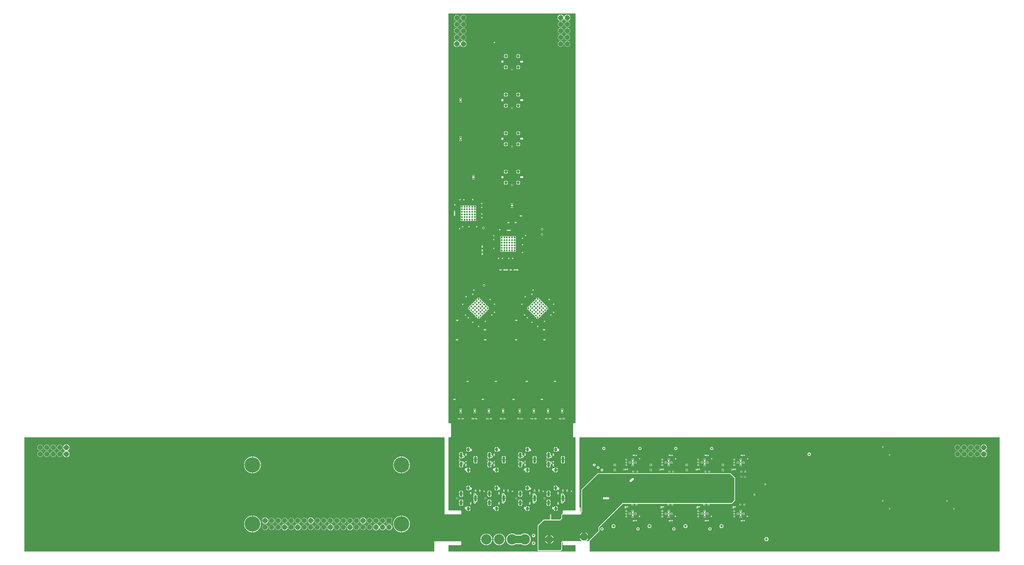
<source format=gbr>
%TF.GenerationSoftware,Altium Limited,Altium Designer,22.5.1 (42)*%
G04 Layer_Physical_Order=4*
G04 Layer_Color=16776960*
%FSLAX26Y26*%
%MOIN*%
%TF.SameCoordinates,79F18A81-A5BF-4171-AD75-6FA3A7A6B408*%
%TF.FilePolarity,Positive*%
%TF.FileFunction,Copper,L4,Inr,Signal*%
%TF.Part,Single*%
G01*
G75*
%TA.AperFunction,Conductor*%
%ADD55C,0.118110*%
%TA.AperFunction,ComponentPad*%
%ADD64C,0.078740*%
%ADD65R,0.078740X0.078740*%
%ADD66C,0.236220*%
%ADD67C,0.043307*%
G04:AMPARAMS|DCode=68|XSize=51.181mil|YSize=39.37mil|CornerRadius=9.842mil|HoleSize=0mil|Usage=FLASHONLY|Rotation=90.000|XOffset=0mil|YOffset=0mil|HoleType=Round|Shape=RoundedRectangle|*
%AMROUNDEDRECTD68*
21,1,0.051181,0.019685,0,0,90.0*
21,1,0.031496,0.039370,0,0,90.0*
1,1,0.019685,0.009843,0.015748*
1,1,0.019685,0.009843,-0.015748*
1,1,0.019685,-0.009843,-0.015748*
1,1,0.019685,-0.009843,0.015748*
%
%ADD68ROUNDEDRECTD68*%
G04:AMPARAMS|DCode=69|XSize=90.551mil|YSize=39.37mil|CornerRadius=9.842mil|HoleSize=0mil|Usage=FLASHONLY|Rotation=90.000|XOffset=0mil|YOffset=0mil|HoleType=Round|Shape=RoundedRectangle|*
%AMROUNDEDRECTD69*
21,1,0.090551,0.019685,0,0,90.0*
21,1,0.070866,0.039370,0,0,90.0*
1,1,0.019685,0.009843,0.035433*
1,1,0.019685,0.009843,-0.035433*
1,1,0.019685,-0.009843,-0.035433*
1,1,0.019685,-0.009843,0.035433*
%
%ADD69ROUNDEDRECTD69*%
G04:AMPARAMS|DCode=70|XSize=74.803mil|YSize=39.37mil|CornerRadius=9.842mil|HoleSize=0mil|Usage=FLASHONLY|Rotation=270.000|XOffset=0mil|YOffset=0mil|HoleType=Round|Shape=RoundedRectangle|*
%AMROUNDEDRECTD70*
21,1,0.074803,0.019685,0,0,270.0*
21,1,0.055118,0.039370,0,0,270.0*
1,1,0.019685,-0.009843,-0.027559*
1,1,0.019685,-0.009843,0.027559*
1,1,0.019685,0.009843,0.027559*
1,1,0.019685,0.009843,-0.027559*
%
%ADD70ROUNDEDRECTD70*%
%TA.AperFunction,ViaPad*%
%ADD71C,0.011811*%
%ADD72C,0.118110*%
%ADD73C,0.027559*%
%ADD74C,0.019685*%
%ADD76C,0.039370*%
%ADD77C,0.157480*%
%ADD78C,0.017716*%
%ADD79C,0.013780*%
G36*
X9044923Y5325156D02*
X9015750D01*
X9015576Y5325122D01*
X9015403Y5325150D01*
X9013799Y5324774D01*
X9012170Y5324507D01*
X9012169Y5324507D01*
X9012020Y5324414D01*
X9011848Y5324380D01*
X9011701Y5324282D01*
X9011530Y5324242D01*
X9010190Y5323279D01*
X9008788Y5322410D01*
X9008685Y5322267D01*
X9008540Y5322170D01*
X9008540Y5322169D01*
X9008539Y5322169D01*
X9008442Y5322024D01*
X9008299Y5321921D01*
X9007430Y5320519D01*
X9006467Y5319179D01*
X9006426Y5319007D01*
X9006329Y5318861D01*
X9006294Y5318689D01*
X9006202Y5318540D01*
X9006202Y5318539D01*
X9005935Y5316910D01*
X9005559Y5315306D01*
X9005587Y5315132D01*
X9005553Y5314959D01*
Y5118112D01*
X9005587Y5117938D01*
X9005559Y5117765D01*
X9005935Y5116161D01*
X9006202Y5114532D01*
X9006202Y5114531D01*
X9006294Y5114382D01*
X9006329Y5114210D01*
X9006427Y5114063D01*
X9006467Y5113892D01*
X9007429Y5112552D01*
X9008299Y5111150D01*
X9008442Y5111047D01*
X9008539Y5110902D01*
X9008540Y5110902D01*
X9008540Y5110901D01*
X9008685Y5110804D01*
X9008788Y5110661D01*
X9010189Y5109792D01*
X9011530Y5108829D01*
X9011702Y5108788D01*
X9011848Y5108691D01*
X9012020Y5108657D01*
X9012169Y5108564D01*
X9012170Y5108564D01*
X9013798Y5108297D01*
X9015403Y5107921D01*
X9015576Y5107949D01*
X9015750Y5107915D01*
X9044923D01*
Y3986573D01*
X8858269D01*
X8858096Y3986539D01*
X8857923Y3986567D01*
X8856319Y3986191D01*
X8854689Y3985924D01*
X8854688Y3985924D01*
X8854539Y3985831D01*
X8854368Y3985797D01*
X8854221Y3985699D01*
X8854049Y3985659D01*
X8852710Y3984697D01*
X8851308Y3983827D01*
X8851205Y3983684D01*
X8851060Y3983587D01*
X8851059Y3983586D01*
X8851059Y3983586D01*
X8850962Y3983441D01*
X8850818Y3983338D01*
X8849950Y3981937D01*
X8848986Y3980596D01*
X8848946Y3980424D01*
X8848848Y3980278D01*
X8848814Y3980106D01*
X8848722Y3979957D01*
X8848721Y3979956D01*
X8848455Y3978328D01*
X8848078Y3976723D01*
X8848107Y3976550D01*
X8848072Y3976376D01*
Y3940074D01*
X8845472Y3936255D01*
X8840864Y3935338D01*
X8836957Y3932728D01*
X8836957Y3932728D01*
X8830068Y3925838D01*
X8830067Y3925838D01*
X8827457Y3921931D01*
X8826540Y3917323D01*
X8826540Y3917322D01*
Y3869161D01*
X8803083Y3845704D01*
X8669306D01*
X8668586Y3847016D01*
X8667773Y3850704D01*
X8669761Y3852692D01*
X8671260Y3856310D01*
Y3860226D01*
X8669761Y3863843D01*
X8668700Y3864904D01*
X8667537Y3868110D01*
X8668700Y3871316D01*
X8669761Y3872378D01*
X8671260Y3875995D01*
Y3879911D01*
X8669761Y3883528D01*
X8668700Y3884589D01*
X8667537Y3887795D01*
X8668700Y3891001D01*
X8669761Y3892062D01*
X8671260Y3895680D01*
Y3899596D01*
X8669761Y3903213D01*
X8668700Y3904274D01*
X8667537Y3907480D01*
X8668700Y3910686D01*
X8669761Y3911747D01*
X8671260Y3915365D01*
Y3919281D01*
X8669761Y3922898D01*
X8666993Y3925667D01*
X8663375Y3927165D01*
X8659460D01*
X8655842Y3925667D01*
X8653073Y3922898D01*
X8651575Y3919281D01*
Y3915365D01*
X8653073Y3911747D01*
X8654134Y3910686D01*
X8655298Y3907480D01*
X8654134Y3904274D01*
X8653073Y3903213D01*
X8651575Y3899596D01*
Y3895680D01*
X8653073Y3892062D01*
X8654134Y3891001D01*
X8655298Y3887795D01*
X8654134Y3884589D01*
X8653073Y3883528D01*
X8651575Y3879911D01*
Y3875995D01*
X8653073Y3872378D01*
X8654134Y3871316D01*
X8655298Y3868110D01*
X8654134Y3864904D01*
X8653073Y3863843D01*
X8651575Y3860226D01*
Y3856310D01*
X8653073Y3852692D01*
X8655062Y3850704D01*
X8654248Y3847016D01*
X8653529Y3845704D01*
X8558071D01*
X8553462Y3844787D01*
X8549556Y3842177D01*
X8466878Y3759499D01*
X8464268Y3755593D01*
X8463351Y3750984D01*
X8463351Y3750984D01*
Y3383858D01*
X8464268Y3379250D01*
X8466878Y3375343D01*
X8474752Y3367469D01*
X8478659Y3364859D01*
X8483268Y3363942D01*
X8483268Y3363942D01*
X8810040D01*
X8814648Y3364859D01*
X8818555Y3367469D01*
X8835287Y3384201D01*
X8837897Y3388108D01*
X8838814Y3392716D01*
X8838814Y3392717D01*
Y3498949D01*
X8843072Y3503207D01*
X8848072Y3501136D01*
Y3464568D01*
X8848107Y3464395D01*
X8848078Y3464222D01*
X8848454Y3462618D01*
X8848721Y3460988D01*
X8848722Y3460988D01*
X8848814Y3460839D01*
X8848848Y3460667D01*
X8848946Y3460520D01*
X8848987Y3460349D01*
X8849949Y3459009D01*
X8850818Y3457607D01*
X8850962Y3457504D01*
X8851059Y3457359D01*
X8851059Y3457358D01*
X8851060Y3457358D01*
X8851205Y3457261D01*
X8851308Y3457118D01*
X8852709Y3456249D01*
X8854049Y3455286D01*
X8854221Y3455245D01*
X8854368Y3455148D01*
X8854540Y3455113D01*
X8854689Y3455021D01*
X8854689Y3455021D01*
X8856318Y3454754D01*
X8857923Y3454378D01*
X8858096Y3454406D01*
X8858269Y3454372D01*
X9044923D01*
Y3356652D01*
X7096810D01*
Y3454372D01*
X7283463D01*
X7283637Y3454406D01*
X7283810Y3454378D01*
X7285414Y3454754D01*
X7287043Y3455021D01*
X7287044Y3455021D01*
X7287193Y3455113D01*
X7287365Y3455148D01*
X7287511Y3455245D01*
X7287683Y3455286D01*
X7289023Y3456248D01*
X7290425Y3457118D01*
X7290528Y3457261D01*
X7290673Y3457358D01*
X7290673Y3457358D01*
X7290674Y3457359D01*
X7290771Y3457504D01*
X7290914Y3457607D01*
X7291783Y3459008D01*
X7292746Y3460349D01*
X7292786Y3460521D01*
X7292884Y3460667D01*
X7292918Y3460839D01*
X7293011Y3460988D01*
X7293011Y3460988D01*
X7293278Y3462617D01*
X7293654Y3464222D01*
X7293626Y3464395D01*
X7293660Y3464568D01*
Y3503935D01*
X7293626Y3504109D01*
X7293654Y3504282D01*
X7293278Y3505886D01*
X7293011Y3507515D01*
X7293011Y3507516D01*
X7292918Y3507665D01*
X7292884Y3507837D01*
X7292786Y3507984D01*
X7292746Y3508155D01*
X7291783Y3509495D01*
X7290914Y3510897D01*
X7290771Y3511000D01*
X7290674Y3511145D01*
X7290673Y3511145D01*
X7290673Y3511146D01*
X7290528Y3511243D01*
X7290425Y3511386D01*
X7289023Y3512255D01*
X7287683Y3513218D01*
X7287511Y3513259D01*
X7287365Y3513356D01*
X7287193Y3513390D01*
X7287044Y3513483D01*
X7287043Y3513483D01*
X7285414Y3513750D01*
X7283810Y3514126D01*
X7283636Y3514098D01*
X7283463Y3514132D01*
X6889765D01*
X6889592Y3514098D01*
X6889419Y3514126D01*
X6887815Y3513750D01*
X6886185Y3513483D01*
X6886185Y3513483D01*
X6886035Y3513390D01*
X6885864Y3513356D01*
X6885717Y3513258D01*
X6885546Y3513218D01*
X6884206Y3512256D01*
X6882804Y3511386D01*
X6882701Y3511243D01*
X6882556Y3511146D01*
X6882555Y3511145D01*
X6882555Y3511145D01*
X6882458Y3511000D01*
X6882315Y3510897D01*
X6881446Y3509496D01*
X6880483Y3508155D01*
X6880442Y3507983D01*
X6880345Y3507837D01*
X6880310Y3507665D01*
X6880218Y3507516D01*
X6880218Y3507515D01*
X6879951Y3505887D01*
X6879574Y3504282D01*
X6879603Y3504109D01*
X6879568Y3503935D01*
Y3356652D01*
X600747Y3356653D01*
Y5107915D01*
X7037049D01*
X7037049Y3937010D01*
X7037083Y3936836D01*
X7037055Y3936663D01*
X7037431Y3935059D01*
X7037698Y3933430D01*
X7037698Y3933429D01*
X7037791Y3933280D01*
X7037825Y3933108D01*
X7037923Y3932961D01*
X7037963Y3932790D01*
X7038925Y3931450D01*
X7039795Y3930048D01*
X7039938Y3929945D01*
X7040035Y3929800D01*
X7040036Y3929800D01*
X7040036Y3929799D01*
X7040181Y3929702D01*
X7040284Y3929559D01*
X7041685Y3928690D01*
X7043026Y3927727D01*
X7043198Y3927686D01*
X7043344Y3927589D01*
X7043516Y3927554D01*
X7043665Y3927462D01*
X7043666Y3927462D01*
X7045294Y3927195D01*
X7046899Y3926819D01*
X7047072Y3926847D01*
X7047246Y3926812D01*
X7283463D01*
X7283637Y3926847D01*
X7283810Y3926819D01*
X7285414Y3927195D01*
X7287043Y3927462D01*
X7287044Y3927462D01*
X7287193Y3927554D01*
X7287365Y3927589D01*
X7287511Y3927686D01*
X7287683Y3927727D01*
X7289023Y3928689D01*
X7290425Y3929559D01*
X7290528Y3929702D01*
X7290673Y3929799D01*
X7290673Y3929800D01*
X7290674Y3929800D01*
X7290771Y3929945D01*
X7290914Y3930048D01*
X7291783Y3931449D01*
X7292746Y3932790D01*
X7292786Y3932961D01*
X7292884Y3933108D01*
X7292918Y3933280D01*
X7293011Y3933429D01*
X7293011Y3933430D01*
X7293278Y3935058D01*
X7293654Y3936663D01*
X7293626Y3936836D01*
X7293660Y3937010D01*
Y3976376D01*
X7293626Y3976550D01*
X7293654Y3976723D01*
X7293278Y3978327D01*
X7293011Y3979956D01*
X7293011Y3979957D01*
X7292918Y3980106D01*
X7292884Y3980278D01*
X7292786Y3980425D01*
X7292746Y3980596D01*
X7291783Y3981936D01*
X7290914Y3983338D01*
X7290771Y3983441D01*
X7290674Y3983586D01*
X7290673Y3983586D01*
X7290673Y3983587D01*
X7290528Y3983684D01*
X7290425Y3983827D01*
X7289023Y3984696D01*
X7287683Y3985659D01*
X7287511Y3985700D01*
X7287365Y3985797D01*
X7287193Y3985831D01*
X7287044Y3985924D01*
X7287043Y3985924D01*
X7285414Y3986191D01*
X7283810Y3986567D01*
X7283636Y3986539D01*
X7283463Y3986573D01*
X7096810D01*
Y5107915D01*
X7125983D01*
X7126156Y5107949D01*
X7126329Y5107921D01*
X7127933Y5108297D01*
X7129563Y5108564D01*
X7129564Y5108564D01*
X7129713Y5108657D01*
X7129885Y5108691D01*
X7130031Y5108789D01*
X7130203Y5108829D01*
X7131542Y5109791D01*
X7132944Y5110661D01*
X7133047Y5110804D01*
X7133192Y5110901D01*
X7133193Y5110902D01*
X7133193Y5110902D01*
X7133290Y5111047D01*
X7133434Y5111150D01*
X7134302Y5112551D01*
X7135266Y5113892D01*
X7135306Y5114064D01*
X7135404Y5114210D01*
X7135438Y5114382D01*
X7135530Y5114531D01*
X7135530Y5114532D01*
X7135797Y5116160D01*
X7136174Y5117765D01*
X7136145Y5117938D01*
X7136180Y5118112D01*
Y5314959D01*
X7136145Y5315133D01*
X7136173Y5315306D01*
X7135797Y5316910D01*
X7135530Y5318539D01*
X7135530Y5318540D01*
X7135438Y5318689D01*
X7135404Y5318861D01*
X7135306Y5319007D01*
X7135266Y5319179D01*
X7134303Y5320519D01*
X7133434Y5321921D01*
X7133290Y5322024D01*
X7133193Y5322169D01*
X7133193Y5322169D01*
X7133192Y5322170D01*
X7133047Y5322267D01*
X7132944Y5322410D01*
X7131543Y5323279D01*
X7130203Y5324242D01*
X7130031Y5324282D01*
X7129885Y5324380D01*
X7129712Y5324414D01*
X7129564Y5324507D01*
X7129563Y5324507D01*
X7127934Y5324774D01*
X7126329Y5325150D01*
X7126156Y5325122D01*
X7125983Y5325156D01*
X7096810D01*
Y11603978D01*
X9044923D01*
Y5325156D01*
D02*
G37*
G36*
X15540986Y3356653D02*
X9262164Y3356652D01*
Y3503935D01*
X9262129Y3504109D01*
X9262158Y3504282D01*
X9261782Y3505886D01*
X9261515Y3507515D01*
X9261514Y3507516D01*
X9261422Y3507665D01*
X9261388Y3507837D01*
X9261290Y3507984D01*
X9261250Y3508155D01*
X9260287Y3509495D01*
X9259418Y3510897D01*
X9259412Y3510901D01*
X9259246Y3511042D01*
X9259178Y3511145D01*
X9259176Y3511146D01*
X9258905Y3511582D01*
X9258391Y3515734D01*
X9258787Y3517333D01*
X9258818Y3517378D01*
X9405169Y3663729D01*
X9407779Y3667636D01*
X9408696Y3672244D01*
X9408696Y3672244D01*
Y3728280D01*
X9767783Y4087367D01*
X9899391D01*
X9901704Y4082608D01*
X9899606Y4077544D01*
Y4072062D01*
X9901704Y4066998D01*
X9905580Y4063121D01*
X9910645Y4061024D01*
X9916127D01*
X9921191Y4063121D01*
X9925067Y4066998D01*
X9927165Y4072062D01*
Y4077544D01*
X9925067Y4082608D01*
X9927380Y4087367D01*
X9962384D01*
X9964696Y4082608D01*
X9962598Y4077544D01*
Y4072062D01*
X9964696Y4066997D01*
X9968572Y4063121D01*
X9973637Y4061023D01*
X9979119D01*
X9984183Y4063121D01*
X9988060Y4066997D01*
X9990157Y4072062D01*
Y4077544D01*
X9988060Y4082608D01*
X9990372Y4087367D01*
X10450573D01*
X10452885Y4082608D01*
X10450787Y4077544D01*
Y4072062D01*
X10452885Y4066998D01*
X10456761Y4063121D01*
X10461826Y4061024D01*
X10467308D01*
X10472372Y4063121D01*
X10476249Y4066998D01*
X10478346Y4072062D01*
Y4077544D01*
X10476249Y4082608D01*
X10478561Y4087367D01*
X10513565D01*
X10515877Y4082608D01*
X10513780Y4077544D01*
Y4072062D01*
X10515877Y4066997D01*
X10519754Y4063121D01*
X10524818Y4061023D01*
X10530300D01*
X10535365Y4063121D01*
X10539241Y4066997D01*
X10541339Y4072062D01*
Y4077544D01*
X10539241Y4082608D01*
X10541553Y4087367D01*
X11001754D01*
X11004066Y4082608D01*
X11001969Y4077544D01*
Y4072062D01*
X11004066Y4066997D01*
X11007943Y4063121D01*
X11013007Y4061023D01*
X11018489D01*
X11023554Y4063121D01*
X11027430Y4066997D01*
X11029528Y4072062D01*
Y4077544D01*
X11027430Y4082608D01*
X11029742Y4087367D01*
X11064746D01*
X11067059Y4082608D01*
X11064961Y4077544D01*
Y4072062D01*
X11067059Y4066997D01*
X11070935Y4063121D01*
X11075999Y4061023D01*
X11081481D01*
X11086546Y4063121D01*
X11090422Y4066997D01*
X11092520Y4072062D01*
Y4077544D01*
X11090422Y4082608D01*
X11092735Y4087367D01*
X11434055D01*
X11438664Y4088284D01*
X11442570Y4090894D01*
X11442571Y4090894D01*
X11484893Y4133217D01*
X11487504Y4137124D01*
X11488421Y4141732D01*
X11488420Y4141733D01*
Y4485236D01*
X11487504Y4489844D01*
X11484893Y4493751D01*
X11423870Y4554775D01*
X11419963Y4557386D01*
X11415354Y4558302D01*
X11415354Y4558302D01*
X9387795D01*
X9383187Y4557386D01*
X9379280Y4554775D01*
X9379280Y4554775D01*
X9136170Y4311665D01*
X9133559Y4307758D01*
X9132642Y4303150D01*
X9132643Y4303149D01*
Y3973492D01*
X9127800Y3968649D01*
X9123782Y3969490D01*
X9121695Y3973593D01*
X9122440Y3975647D01*
X9123502Y3976708D01*
X9125000Y3980326D01*
Y3984241D01*
X9123502Y3987859D01*
X9122441Y3988920D01*
X9121277Y3992126D01*
X9122441Y3995332D01*
X9123502Y3996393D01*
X9125000Y4000011D01*
Y4003926D01*
X9123502Y4007544D01*
X9122441Y4008605D01*
X9121277Y4011811D01*
X9122441Y4015017D01*
X9123502Y4016078D01*
X9125000Y4019696D01*
Y4023611D01*
X9123502Y4027229D01*
X9120733Y4029997D01*
X9117115Y4031496D01*
X9113200D01*
X9109582Y4029997D01*
X9104684Y4032170D01*
X9104684Y5107915D01*
X15540986D01*
Y3356653D01*
D02*
G37*
G36*
X11476378Y4485236D02*
Y4141732D01*
X11434055Y4099409D01*
X9762795D01*
X9396654Y3733268D01*
Y3672244D01*
X9243110Y3518701D01*
X9210776D01*
X9209260Y3523701D01*
X9217248Y3529039D01*
X9226867Y3538657D01*
X9234424Y3549967D01*
X9237781Y3558071D01*
X9108676D01*
X9112032Y3549967D01*
X9119590Y3538657D01*
X9129208Y3529039D01*
X9137197Y3523701D01*
X9135680Y3518701D01*
X8841535D01*
X8826772Y3503937D01*
Y3392716D01*
X8810040Y3375984D01*
X8483268D01*
X8475394Y3383858D01*
Y3750984D01*
X8558071Y3833661D01*
X8808071D01*
X8838583Y3864173D01*
Y3917323D01*
X8845472Y3924213D01*
X9100394D01*
X9104599Y3928417D01*
X9105122Y3927894D01*
X9111633Y3925197D01*
X9118682D01*
X9125193Y3927894D01*
X9130177Y3932878D01*
X9132874Y3939389D01*
Y3946437D01*
X9130257Y3952756D01*
X9131190Y3955009D01*
X9144685Y3968504D01*
Y4303150D01*
X9387795Y4546260D01*
X11415354D01*
X11476378Y4485236D01*
D02*
G37*
%LPC*%
G36*
X8911141Y11587953D02*
X8909642D01*
X8897086Y11584588D01*
X8885828Y11578089D01*
X8876636Y11568897D01*
X8870136Y11557639D01*
X8868730Y11552391D01*
X8863553D01*
X8862147Y11557639D01*
X8855648Y11568897D01*
X8846456Y11578089D01*
X8835198Y11584588D01*
X8822641Y11587953D01*
X8821141D01*
Y11538583D01*
Y11489213D01*
X8822641D01*
X8835198Y11492577D01*
X8846456Y11499077D01*
X8855648Y11508269D01*
X8862147Y11519527D01*
X8863553Y11524774D01*
X8868730D01*
X8870136Y11519527D01*
X8876636Y11508269D01*
X8885828Y11499077D01*
X8897086Y11492577D01*
X8909642Y11489213D01*
X8911141D01*
Y11538583D01*
Y11587953D01*
D02*
G37*
G36*
X8922641D02*
X8921141D01*
Y11543583D01*
X8965512D01*
Y11545082D01*
X8962147Y11557639D01*
X8955648Y11568897D01*
X8946456Y11578089D01*
X8935198Y11584588D01*
X8922641Y11587953D01*
D02*
G37*
G36*
X8811141D02*
X8809642D01*
X8797086Y11584588D01*
X8785828Y11578089D01*
X8776636Y11568897D01*
X8770136Y11557639D01*
X8766772Y11545082D01*
Y11543583D01*
X8811141D01*
Y11587953D01*
D02*
G37*
G36*
X7331292Y11581890D02*
X7319889D01*
X7308875Y11578939D01*
X7298999Y11573237D01*
X7290936Y11565174D01*
X7285235Y11555299D01*
X7282283Y11544284D01*
Y11532881D01*
X7285235Y11521867D01*
X7290936Y11511992D01*
X7298999Y11503928D01*
X7308875Y11498227D01*
X7319889Y11495276D01*
X7331292D01*
X7342306Y11498227D01*
X7352182Y11503928D01*
X7360245Y11511992D01*
X7365946Y11521867D01*
X7368898Y11532881D01*
Y11544284D01*
X7365946Y11555299D01*
X7360245Y11565174D01*
X7352182Y11573237D01*
X7342306Y11578939D01*
X7331292Y11581890D01*
D02*
G37*
G36*
X7231292D02*
X7219889D01*
X7208875Y11578939D01*
X7198999Y11573237D01*
X7190936Y11565174D01*
X7185235Y11555299D01*
X7182283Y11544284D01*
Y11532881D01*
X7185235Y11521867D01*
X7190936Y11511992D01*
X7198999Y11503928D01*
X7208875Y11498227D01*
X7219889Y11495276D01*
X7231292D01*
X7242306Y11498227D01*
X7252182Y11503928D01*
X7260245Y11511992D01*
X7265946Y11521867D01*
X7268898Y11532881D01*
Y11544284D01*
X7265946Y11555299D01*
X7260245Y11565174D01*
X7252182Y11573237D01*
X7242306Y11578939D01*
X7231292Y11581890D01*
D02*
G37*
G36*
X8965512Y11533583D02*
X8921141D01*
Y11489213D01*
X8922641D01*
X8935198Y11492577D01*
X8946456Y11499077D01*
X8955648Y11508269D01*
X8962147Y11519527D01*
X8965512Y11532083D01*
Y11533583D01*
D02*
G37*
G36*
X8811141D02*
X8766772D01*
Y11532083D01*
X8770136Y11519527D01*
X8776636Y11508269D01*
X8785828Y11499077D01*
X8797086Y11492577D01*
X8809642Y11489213D01*
X8811141D01*
Y11533583D01*
D02*
G37*
G36*
X8921843Y11481890D02*
X8910440D01*
X8899426Y11478939D01*
X8889550Y11473237D01*
X8881487Y11465174D01*
X8875786Y11455299D01*
X8872835Y11444284D01*
Y11432881D01*
X8875786Y11421867D01*
X8881487Y11411992D01*
X8889550Y11403928D01*
X8899426Y11398227D01*
X8910440Y11395276D01*
X8921843D01*
X8932858Y11398227D01*
X8942733Y11403928D01*
X8950796Y11411992D01*
X8956497Y11421867D01*
X8959449Y11432881D01*
Y11444284D01*
X8956497Y11455299D01*
X8950796Y11465174D01*
X8942733Y11473237D01*
X8932858Y11478939D01*
X8921843Y11481890D01*
D02*
G37*
G36*
X8821843D02*
X8810440D01*
X8799426Y11478939D01*
X8789550Y11473237D01*
X8781487Y11465174D01*
X8775786Y11455299D01*
X8772835Y11444284D01*
Y11432881D01*
X8775786Y11421867D01*
X8781487Y11411992D01*
X8789550Y11403928D01*
X8799426Y11398227D01*
X8810440Y11395276D01*
X8821843D01*
X8832858Y11398227D01*
X8842733Y11403928D01*
X8850796Y11411992D01*
X8856497Y11421867D01*
X8859449Y11432881D01*
Y11444284D01*
X8856497Y11455299D01*
X8850796Y11465174D01*
X8842733Y11473237D01*
X8832858Y11478939D01*
X8821843Y11481890D01*
D02*
G37*
G36*
X7331292D02*
X7319889D01*
X7308875Y11478939D01*
X7298999Y11473237D01*
X7290936Y11465174D01*
X7285235Y11455299D01*
X7282283Y11444284D01*
Y11432881D01*
X7285235Y11421867D01*
X7290936Y11411992D01*
X7298999Y11403928D01*
X7308875Y11398227D01*
X7319889Y11395276D01*
X7331292D01*
X7342306Y11398227D01*
X7352182Y11403928D01*
X7360245Y11411992D01*
X7365946Y11421867D01*
X7368898Y11432881D01*
Y11444284D01*
X7365946Y11455299D01*
X7360245Y11465174D01*
X7352182Y11473237D01*
X7342306Y11478939D01*
X7331292Y11481890D01*
D02*
G37*
G36*
X7231292D02*
X7219889D01*
X7208875Y11478939D01*
X7198999Y11473237D01*
X7190936Y11465174D01*
X7185235Y11455299D01*
X7182283Y11444284D01*
Y11432881D01*
X7185235Y11421867D01*
X7190936Y11411992D01*
X7198999Y11403928D01*
X7208875Y11398227D01*
X7219889Y11395276D01*
X7231292D01*
X7242306Y11398227D01*
X7252182Y11403928D01*
X7260245Y11411992D01*
X7265946Y11421867D01*
X7268898Y11432881D01*
Y11444284D01*
X7265946Y11455299D01*
X7260245Y11465174D01*
X7252182Y11473237D01*
X7242306Y11478939D01*
X7231292Y11481890D01*
D02*
G37*
G36*
X8921843Y11381890D02*
X8910440D01*
X8899426Y11378939D01*
X8889550Y11373237D01*
X8881487Y11365174D01*
X8875786Y11355299D01*
X8872835Y11344284D01*
Y11332881D01*
X8875786Y11321867D01*
X8881487Y11311992D01*
X8889550Y11303928D01*
X8899426Y11298227D01*
X8910440Y11295276D01*
X8921843D01*
X8932858Y11298227D01*
X8942733Y11303928D01*
X8950796Y11311992D01*
X8956497Y11321867D01*
X8959449Y11332881D01*
Y11344284D01*
X8956497Y11355299D01*
X8950796Y11365174D01*
X8942733Y11373237D01*
X8932858Y11378939D01*
X8921843Y11381890D01*
D02*
G37*
G36*
X8821843D02*
X8810440D01*
X8799426Y11378939D01*
X8789550Y11373237D01*
X8781487Y11365174D01*
X8775786Y11355299D01*
X8772835Y11344284D01*
Y11332881D01*
X8775786Y11321867D01*
X8781487Y11311992D01*
X8789550Y11303928D01*
X8799426Y11298227D01*
X8810440Y11295276D01*
X8821843D01*
X8832858Y11298227D01*
X8842733Y11303928D01*
X8850796Y11311992D01*
X8856497Y11321867D01*
X8859449Y11332881D01*
Y11344284D01*
X8856497Y11355299D01*
X8850796Y11365174D01*
X8842733Y11373237D01*
X8832858Y11378939D01*
X8821843Y11381890D01*
D02*
G37*
G36*
X7331292D02*
X7319889D01*
X7308875Y11378939D01*
X7298999Y11373237D01*
X7290936Y11365174D01*
X7285235Y11355299D01*
X7282283Y11344284D01*
Y11332881D01*
X7285235Y11321867D01*
X7290936Y11311992D01*
X7298999Y11303928D01*
X7308875Y11298227D01*
X7319889Y11295276D01*
X7331292D01*
X7342306Y11298227D01*
X7352182Y11303928D01*
X7360245Y11311992D01*
X7365946Y11321867D01*
X7368898Y11332881D01*
Y11344284D01*
X7365946Y11355299D01*
X7360245Y11365174D01*
X7352182Y11373237D01*
X7342306Y11378939D01*
X7331292Y11381890D01*
D02*
G37*
G36*
X7231292D02*
X7219889D01*
X7208875Y11378939D01*
X7198999Y11373237D01*
X7190936Y11365174D01*
X7185235Y11355299D01*
X7182283Y11344284D01*
Y11332881D01*
X7185235Y11321867D01*
X7190936Y11311992D01*
X7198999Y11303928D01*
X7208875Y11298227D01*
X7219889Y11295276D01*
X7231292D01*
X7242306Y11298227D01*
X7252182Y11303928D01*
X7260245Y11311992D01*
X7265946Y11321867D01*
X7268898Y11332881D01*
Y11344284D01*
X7265946Y11355299D01*
X7260245Y11365174D01*
X7252182Y11373237D01*
X7242306Y11378939D01*
X7231292Y11381890D01*
D02*
G37*
G36*
X8921843Y11281890D02*
X8910440D01*
X8899426Y11278939D01*
X8889550Y11273237D01*
X8881487Y11265174D01*
X8875786Y11255299D01*
X8872835Y11244284D01*
Y11232881D01*
X8875786Y11221867D01*
X8881487Y11211992D01*
X8889550Y11203928D01*
X8899426Y11198227D01*
X8910440Y11195276D01*
X8921843D01*
X8932858Y11198227D01*
X8942733Y11203928D01*
X8950796Y11211992D01*
X8956497Y11221867D01*
X8959449Y11232881D01*
Y11244284D01*
X8956497Y11255299D01*
X8950796Y11265174D01*
X8942733Y11273237D01*
X8932858Y11278939D01*
X8921843Y11281890D01*
D02*
G37*
G36*
X8821843D02*
X8810440D01*
X8799426Y11278939D01*
X8789550Y11273237D01*
X8781487Y11265174D01*
X8775786Y11255299D01*
X8772835Y11244284D01*
Y11232881D01*
X8775786Y11221867D01*
X8781487Y11211992D01*
X8789550Y11203928D01*
X8799426Y11198227D01*
X8810440Y11195276D01*
X8821843D01*
X8832858Y11198227D01*
X8842733Y11203928D01*
X8850796Y11211992D01*
X8856497Y11221867D01*
X8859449Y11232881D01*
Y11244284D01*
X8856497Y11255299D01*
X8850796Y11265174D01*
X8842733Y11273237D01*
X8832858Y11278939D01*
X8821843Y11281890D01*
D02*
G37*
G36*
X7331292D02*
X7319889D01*
X7308875Y11278939D01*
X7298999Y11273237D01*
X7290936Y11265174D01*
X7285235Y11255299D01*
X7282283Y11244284D01*
Y11232881D01*
X7285235Y11221867D01*
X7290936Y11211992D01*
X7298999Y11203928D01*
X7308875Y11198227D01*
X7319889Y11195276D01*
X7331292D01*
X7342306Y11198227D01*
X7352182Y11203928D01*
X7360245Y11211992D01*
X7365946Y11221867D01*
X7368898Y11232881D01*
Y11244284D01*
X7365946Y11255299D01*
X7360245Y11265174D01*
X7352182Y11273237D01*
X7342306Y11278939D01*
X7331292Y11281890D01*
D02*
G37*
G36*
X7231292D02*
X7219889D01*
X7208875Y11278939D01*
X7198999Y11273237D01*
X7190936Y11265174D01*
X7185235Y11255299D01*
X7182283Y11244284D01*
Y11232881D01*
X7185235Y11221867D01*
X7190936Y11211992D01*
X7198999Y11203928D01*
X7208875Y11198227D01*
X7219889Y11195276D01*
X7231292D01*
X7242306Y11198227D01*
X7252182Y11203928D01*
X7260245Y11211992D01*
X7265946Y11221867D01*
X7268898Y11232881D01*
Y11244284D01*
X7265946Y11255299D01*
X7260245Y11265174D01*
X7252182Y11273237D01*
X7242306Y11278939D01*
X7231292Y11281890D01*
D02*
G37*
G36*
X7320591Y11187953D02*
X7319091D01*
X7306534Y11184588D01*
X7295277Y11178089D01*
X7286085Y11168897D01*
X7279585Y11157639D01*
X7278179Y11152391D01*
X7273002D01*
X7271596Y11157639D01*
X7265096Y11168897D01*
X7255904Y11178089D01*
X7244647Y11184588D01*
X7232090Y11187953D01*
X7230591D01*
Y11138582D01*
X7225591D01*
D01*
X7230591D01*
Y11089213D01*
X7232090D01*
X7244647Y11092577D01*
X7255904Y11099077D01*
X7265096Y11108269D01*
X7271596Y11119527D01*
X7273002Y11124774D01*
X7278179D01*
X7279585Y11119527D01*
X7286085Y11108269D01*
X7295277Y11099077D01*
X7306534Y11092577D01*
X7319091Y11089213D01*
X7320591D01*
Y11138582D01*
Y11187953D01*
D02*
G37*
G36*
X7803139Y11170276D02*
X7799223D01*
X7795606Y11168777D01*
X7792837Y11166008D01*
X7791339Y11162391D01*
Y11158475D01*
X7792837Y11154858D01*
X7795606Y11152089D01*
X7799223Y11150591D01*
X7803139D01*
X7806756Y11152089D01*
X7809525Y11154858D01*
X7811024Y11158475D01*
Y11162391D01*
X7809525Y11166008D01*
X7806756Y11168777D01*
X7803139Y11170276D01*
D02*
G37*
G36*
X7332090Y11187953D02*
X7330591D01*
Y11143582D01*
X7374961D01*
Y11145082D01*
X7371596Y11157639D01*
X7365096Y11168897D01*
X7355904Y11178089D01*
X7344647Y11184588D01*
X7332090Y11187953D01*
D02*
G37*
G36*
X7220591D02*
X7219091D01*
X7206534Y11184588D01*
X7195277Y11178089D01*
X7186085Y11168897D01*
X7179585Y11157639D01*
X7176221Y11145082D01*
Y11143582D01*
X7220591D01*
Y11187953D01*
D02*
G37*
G36*
X8921843Y11181890D02*
X8910440D01*
X8899426Y11178939D01*
X8889550Y11173237D01*
X8881487Y11165174D01*
X8875786Y11155299D01*
X8872835Y11144284D01*
Y11132881D01*
X8875786Y11121867D01*
X8881487Y11111992D01*
X8889550Y11103928D01*
X8899426Y11098227D01*
X8910440Y11095276D01*
X8921843D01*
X8932858Y11098227D01*
X8942733Y11103928D01*
X8950796Y11111992D01*
X8956497Y11121867D01*
X8959449Y11132881D01*
Y11144284D01*
X8956497Y11155299D01*
X8950796Y11165174D01*
X8942733Y11173237D01*
X8932858Y11178939D01*
X8921843Y11181890D01*
D02*
G37*
G36*
X8821843D02*
X8810440D01*
X8799426Y11178939D01*
X8789550Y11173237D01*
X8781487Y11165174D01*
X8775786Y11155299D01*
X8772835Y11144284D01*
Y11132881D01*
X8775786Y11121867D01*
X8781487Y11111992D01*
X8789550Y11103928D01*
X8799426Y11098227D01*
X8810440Y11095276D01*
X8821843D01*
X8832858Y11098227D01*
X8842733Y11103928D01*
X8850796Y11111992D01*
X8856497Y11121867D01*
X8859449Y11132881D01*
Y11144284D01*
X8856497Y11155299D01*
X8850796Y11165174D01*
X8842733Y11173237D01*
X8832858Y11178939D01*
X8821843Y11181890D01*
D02*
G37*
G36*
X7374961Y11133582D02*
X7330591D01*
Y11089213D01*
X7332090D01*
X7344647Y11092577D01*
X7355904Y11099077D01*
X7365096Y11108269D01*
X7371596Y11119527D01*
X7374961Y11132083D01*
Y11133582D01*
D02*
G37*
G36*
X7220591D02*
X7176221D01*
Y11132083D01*
X7179585Y11119527D01*
X7186085Y11108269D01*
X7195277Y11099077D01*
X7206534Y11092577D01*
X7219091Y11089213D01*
X7220591D01*
Y11133582D01*
D02*
G37*
G36*
X8170355Y10982218D02*
Y10955787D01*
X8196785D01*
X8194851Y10963005D01*
X8190683Y10970223D01*
X8184790Y10976117D01*
X8177572Y10980284D01*
X8170355Y10982218D01*
D02*
G37*
G36*
X7981377Y10982218D02*
Y10955787D01*
X8007808D01*
X8005874Y10963005D01*
X8001707Y10970223D01*
X7995814Y10976117D01*
X7988596Y10980284D01*
X7981377Y10982218D01*
D02*
G37*
G36*
X7971377Y10982218D02*
X7964160Y10980284D01*
X7956942Y10976117D01*
X7951049Y10970223D01*
X7946882Y10963005D01*
X7944947Y10955787D01*
X7971377D01*
Y10982218D01*
D02*
G37*
G36*
X8160355Y10982218D02*
X8153136Y10980284D01*
X8145919Y10976117D01*
X8140025Y10970223D01*
X8135858Y10963005D01*
X8133924Y10955787D01*
X8160355D01*
Y10982218D01*
D02*
G37*
G36*
X7971377Y10945787D02*
X7944948D01*
X7946882Y10938570D01*
X7951049Y10931352D01*
X7956942Y10925458D01*
X7964160Y10921291D01*
X7971377Y10919357D01*
Y10945787D01*
D02*
G37*
G36*
X8196785D02*
X8170355D01*
Y10919357D01*
X8177572Y10921291D01*
X8184790Y10925458D01*
X8190683Y10931352D01*
X8194851Y10938570D01*
X8196785Y10945787D01*
D02*
G37*
G36*
X8160355D02*
X8133924D01*
X8135858Y10938570D01*
X8140025Y10931352D01*
X8145919Y10925458D01*
X8153136Y10921291D01*
X8160355Y10919357D01*
Y10945787D01*
D02*
G37*
G36*
X8007808D02*
X7981377D01*
Y10919357D01*
X7988596Y10921291D01*
X7995814Y10925458D01*
X8001707Y10931352D01*
X8005874Y10938570D01*
X8007808Y10945787D01*
D02*
G37*
G36*
X8226772Y10881797D02*
X8210236D01*
X8204245Y10880605D01*
X8199166Y10877211D01*
X8195773Y10872133D01*
X8194581Y10866142D01*
X8195773Y10860151D01*
X8199166Y10855072D01*
X8204245Y10851678D01*
X8210236Y10850487D01*
X8226772D01*
X8232763Y10851678D01*
X8237841Y10855072D01*
X8241235Y10860151D01*
X8242427Y10866142D01*
X8241235Y10872133D01*
X8237841Y10877211D01*
X8232763Y10880605D01*
X8226772Y10881797D01*
D02*
G37*
G36*
X7926596Y10883071D02*
X7919861D01*
X7913639Y10880494D01*
X7908877Y10875731D01*
X7906299Y10869509D01*
Y10862774D01*
X7908877Y10856552D01*
X7913639Y10851790D01*
X7919861Y10849213D01*
X7926596D01*
X7932818Y10851790D01*
X7937580Y10856552D01*
X7940157Y10862774D01*
Y10869509D01*
X7937580Y10875731D01*
X7932818Y10880494D01*
X7926596Y10883071D01*
D02*
G37*
G36*
X8170355Y10812926D02*
Y10786496D01*
X8196785D01*
X8194851Y10793714D01*
X8190683Y10800932D01*
X8184790Y10806825D01*
X8177572Y10810992D01*
X8170355Y10812926D01*
D02*
G37*
G36*
X7981377Y10812926D02*
Y10786496D01*
X8007808D01*
X8005874Y10793714D01*
X8001707Y10800932D01*
X7995814Y10806825D01*
X7988596Y10810992D01*
X7981377Y10812926D01*
D02*
G37*
G36*
X7971377Y10812926D02*
X7964160Y10810992D01*
X7956942Y10806825D01*
X7951049Y10800932D01*
X7946882Y10793714D01*
X7944948Y10786496D01*
X7971377D01*
Y10812926D01*
D02*
G37*
G36*
X8160355Y10812926D02*
X8153136Y10810992D01*
X8145919Y10806825D01*
X8140025Y10800932D01*
X8135858Y10793714D01*
X8133924Y10786496D01*
X8160355D01*
Y10812926D01*
D02*
G37*
G36*
X8075866Y10763176D02*
Y10753031D01*
X8086011D01*
X8084350Y10757041D01*
X8079876Y10761515D01*
X8075866Y10763176D01*
D02*
G37*
G36*
X8065866D02*
X8061856Y10761515D01*
X8057382Y10757041D01*
X8055721Y10753031D01*
X8065866D01*
Y10763176D01*
D02*
G37*
G36*
X7971377Y10776496D02*
X7944948D01*
X7946882Y10769278D01*
X7951049Y10762060D01*
X7956942Y10756167D01*
X7964160Y10752000D01*
X7971377Y10750066D01*
Y10776496D01*
D02*
G37*
G36*
X8196785D02*
X8170355D01*
Y10750066D01*
X8177572Y10752000D01*
X8184790Y10756167D01*
X8190683Y10762060D01*
X8194851Y10769278D01*
X8196785Y10776496D01*
D02*
G37*
G36*
X8160355D02*
X8133924D01*
X8135858Y10769278D01*
X8140025Y10762060D01*
X8145919Y10756167D01*
X8153136Y10752000D01*
X8160355Y10750066D01*
Y10776496D01*
D02*
G37*
G36*
X8007808D02*
X7981377D01*
Y10750066D01*
X7988596Y10752000D01*
X7995814Y10756167D01*
X8001707Y10762060D01*
X8005874Y10769278D01*
X8007808Y10776496D01*
D02*
G37*
G36*
X8086011Y10743031D02*
X8075866D01*
Y10732887D01*
X8079876Y10734548D01*
X8084350Y10739022D01*
X8086011Y10743031D01*
D02*
G37*
G36*
X8065866D02*
X8055721D01*
X8057382Y10739022D01*
X8061856Y10734548D01*
X8065866Y10732887D01*
Y10743031D01*
D02*
G37*
G36*
X8170355Y10391667D02*
Y10365236D01*
X8196785D01*
X8194851Y10372454D01*
X8190683Y10379672D01*
X8184790Y10385565D01*
X8177572Y10389733D01*
X8170355Y10391667D01*
D02*
G37*
G36*
X7981377Y10391667D02*
Y10365236D01*
X8007808D01*
X8005874Y10372454D01*
X8001707Y10379672D01*
X7995814Y10385565D01*
X7988596Y10389733D01*
X7981377Y10391667D01*
D02*
G37*
G36*
X7971377Y10391666D02*
X7964160Y10389733D01*
X7956942Y10385565D01*
X7951049Y10379672D01*
X7946882Y10372454D01*
X7944947Y10365236D01*
X7971377D01*
Y10391666D01*
D02*
G37*
G36*
X8160355Y10391667D02*
X8153136Y10389733D01*
X8145919Y10385565D01*
X8140025Y10379672D01*
X8135858Y10372454D01*
X8133924Y10365236D01*
X8160355D01*
Y10391667D01*
D02*
G37*
G36*
X7971377Y10355236D02*
X7944948D01*
X7946882Y10348019D01*
X7951049Y10340801D01*
X7956942Y10334907D01*
X7964160Y10330740D01*
X7971377Y10328806D01*
Y10355236D01*
D02*
G37*
G36*
X8196784D02*
X8170355D01*
Y10328806D01*
X8177572Y10330740D01*
X8184790Y10334907D01*
X8190683Y10340801D01*
X8194851Y10348019D01*
X8196784Y10355236D01*
D02*
G37*
G36*
X8160355D02*
X8133924D01*
X8135858Y10348019D01*
X8140025Y10340801D01*
X8145919Y10334907D01*
X8153136Y10330740D01*
X8160355Y10328806D01*
Y10355236D01*
D02*
G37*
G36*
X8007808D02*
X7981377D01*
Y10328806D01*
X7988596Y10330740D01*
X7995814Y10334907D01*
X8001707Y10340801D01*
X8005874Y10348019D01*
X8007808Y10355236D01*
D02*
G37*
G36*
X7288465Y10311648D02*
Y10298307D01*
X7301806D01*
X7299452Y10303989D01*
X7294147Y10309294D01*
X7288465Y10311648D01*
D02*
G37*
G36*
X7278465D02*
X7272782Y10309294D01*
X7267477Y10303989D01*
X7265124Y10298307D01*
X7278465D01*
Y10311648D01*
D02*
G37*
G36*
X7301806Y10288307D02*
X7265124D01*
X7267477Y10282625D01*
X7271401Y10278701D01*
X7272289Y10275591D01*
X7271401Y10272480D01*
X7267477Y10268556D01*
X7265124Y10262874D01*
X7301806D01*
X7299452Y10268556D01*
X7295528Y10272480D01*
X7294641Y10275591D01*
X7295528Y10278701D01*
X7299452Y10282625D01*
X7301806Y10288307D01*
D02*
G37*
G36*
X8226772Y10291246D02*
X8210236D01*
X8204245Y10290054D01*
X8199166Y10286660D01*
X8195773Y10281582D01*
X8194581Y10275591D01*
X8195773Y10269600D01*
X8199166Y10264521D01*
X8204245Y10261127D01*
X8210236Y10259935D01*
X8226772D01*
X8232763Y10261127D01*
X8237841Y10264521D01*
X8241235Y10269600D01*
X8242427Y10275591D01*
X8241235Y10281582D01*
X8237841Y10286660D01*
X8232763Y10290054D01*
X8226772Y10291246D01*
D02*
G37*
G36*
X7926596Y10292520D02*
X7919861D01*
X7913639Y10289942D01*
X7908877Y10285180D01*
X7906299Y10278958D01*
Y10272223D01*
X7908877Y10266001D01*
X7913639Y10261239D01*
X7919861Y10258662D01*
X7926596D01*
X7932818Y10261239D01*
X7937580Y10266001D01*
X7940157Y10272223D01*
Y10278958D01*
X7937580Y10285180D01*
X7932818Y10289942D01*
X7926596Y10292520D01*
D02*
G37*
G36*
X7301806Y10252874D02*
X7288465D01*
Y10239533D01*
X7294147Y10241887D01*
X7299452Y10247192D01*
X7301806Y10252874D01*
D02*
G37*
G36*
X7278465D02*
X7265124D01*
X7267477Y10247192D01*
X7272782Y10241887D01*
X7278465Y10239533D01*
Y10252874D01*
D02*
G37*
G36*
X8170355Y10222375D02*
Y10195945D01*
X8196785D01*
X8194851Y10203163D01*
X8190683Y10210381D01*
X8184790Y10216274D01*
X8177572Y10220441D01*
X8170355Y10222375D01*
D02*
G37*
G36*
X7981377Y10222375D02*
Y10195945D01*
X8007808D01*
X8005874Y10203163D01*
X8001707Y10210381D01*
X7995814Y10216274D01*
X7988596Y10220441D01*
X7981377Y10222375D01*
D02*
G37*
G36*
X7971377Y10222375D02*
X7964160Y10220441D01*
X7956942Y10216274D01*
X7951049Y10210381D01*
X7946882Y10203163D01*
X7944948Y10195945D01*
X7971377D01*
Y10222375D01*
D02*
G37*
G36*
X8160355Y10222375D02*
X8153136Y10220441D01*
X8145919Y10216274D01*
X8140025Y10210381D01*
X8135858Y10203163D01*
X8133924Y10195945D01*
X8160355D01*
Y10222375D01*
D02*
G37*
G36*
X8075866Y10172625D02*
Y10162480D01*
X8086011D01*
X8084350Y10166490D01*
X8079876Y10170964D01*
X8075866Y10172625D01*
D02*
G37*
G36*
X8065866D02*
X8061856Y10170964D01*
X8057382Y10166490D01*
X8055721Y10162480D01*
X8065866D01*
Y10172625D01*
D02*
G37*
G36*
X7971377Y10185945D02*
X7944948D01*
X7946882Y10178727D01*
X7951049Y10171509D01*
X7956942Y10165616D01*
X7964160Y10161449D01*
X7971377Y10159515D01*
Y10185945D01*
D02*
G37*
G36*
X8196785D02*
X8170355D01*
Y10159515D01*
X8177572Y10161449D01*
X8184790Y10165616D01*
X8190683Y10171509D01*
X8194851Y10178727D01*
X8196785Y10185945D01*
D02*
G37*
G36*
X8160355D02*
X8133924D01*
X8135858Y10178727D01*
X8140025Y10171509D01*
X8145919Y10165616D01*
X8153136Y10161449D01*
X8160355Y10159514D01*
Y10185945D01*
D02*
G37*
G36*
X8007808D02*
X7981377D01*
Y10159514D01*
X7988596Y10161449D01*
X7995814Y10165616D01*
X8001707Y10171509D01*
X8005874Y10178727D01*
X8007808Y10185945D01*
D02*
G37*
G36*
X8086011Y10152480D02*
X8075866D01*
Y10142335D01*
X8079876Y10143996D01*
X8084350Y10148471D01*
X8086011Y10152480D01*
D02*
G37*
G36*
X8065866D02*
X8055721D01*
X8057382Y10148471D01*
X8061856Y10143996D01*
X8065866Y10142335D01*
Y10152480D01*
D02*
G37*
G36*
X8170355Y9801115D02*
Y9774684D01*
X8196785D01*
X8194851Y9781903D01*
X8190683Y9789121D01*
X8184790Y9795014D01*
X8177572Y9799181D01*
X8170355Y9801115D01*
D02*
G37*
G36*
X7981377Y9801116D02*
Y9774684D01*
X8007808D01*
X8005874Y9781903D01*
X8001707Y9789121D01*
X7995814Y9795014D01*
X7988596Y9799181D01*
X7981377Y9801116D01*
D02*
G37*
G36*
X7971377Y9801115D02*
X7964160Y9799181D01*
X7956942Y9795014D01*
X7951049Y9789121D01*
X7946882Y9781903D01*
X7944947Y9774684D01*
X7971377D01*
Y9801115D01*
D02*
G37*
G36*
X8160355Y9801115D02*
X8153136Y9799181D01*
X8145919Y9795014D01*
X8140025Y9789121D01*
X8135858Y9781903D01*
X8133924Y9774684D01*
X8160355D01*
Y9801115D01*
D02*
G37*
G36*
X7971377Y9764684D02*
X7944948D01*
X7946882Y9757467D01*
X7951049Y9750249D01*
X7956942Y9744356D01*
X7964160Y9740189D01*
X7971377Y9738255D01*
Y9764684D01*
D02*
G37*
G36*
X8196784D02*
X8170355D01*
Y9738255D01*
X8177572Y9740189D01*
X8184790Y9744356D01*
X8190683Y9750249D01*
X8194851Y9757467D01*
X8196784Y9764684D01*
D02*
G37*
G36*
X8160355D02*
X8133924D01*
X8135858Y9757467D01*
X8140025Y9750249D01*
X8145919Y9744356D01*
X8153136Y9740189D01*
X8160355Y9738255D01*
Y9764684D01*
D02*
G37*
G36*
X8007808D02*
X7981377D01*
Y9738255D01*
X7988596Y9740189D01*
X7995814Y9744356D01*
X8001707Y9750249D01*
X8005874Y9757467D01*
X8007808Y9764684D01*
D02*
G37*
G36*
X7288465Y9721097D02*
Y9707756D01*
X7301806D01*
X7299452Y9713438D01*
X7294147Y9718743D01*
X7288465Y9721097D01*
D02*
G37*
G36*
X7278465D02*
X7272782Y9718743D01*
X7267477Y9713438D01*
X7265124Y9707756D01*
X7278465D01*
Y9721097D01*
D02*
G37*
G36*
X7301806Y9697756D02*
X7265124D01*
X7267477Y9692074D01*
X7271401Y9688150D01*
X7272289Y9685039D01*
X7271401Y9681929D01*
X7267477Y9678005D01*
X7265124Y9672323D01*
X7301806D01*
X7299452Y9678005D01*
X7295528Y9681929D01*
X7294641Y9685039D01*
X7295528Y9688150D01*
X7299452Y9692074D01*
X7301806Y9697756D01*
D02*
G37*
G36*
X8226772Y9700694D02*
X8210236D01*
X8204245Y9699503D01*
X8199166Y9696109D01*
X8195773Y9691030D01*
X8194581Y9685039D01*
X8195773Y9679049D01*
X8199166Y9673970D01*
X8204245Y9670576D01*
X8210236Y9669384D01*
X8226772D01*
X8232763Y9670576D01*
X8237841Y9673970D01*
X8241235Y9679049D01*
X8242427Y9685039D01*
X8241235Y9691030D01*
X8237841Y9696109D01*
X8232763Y9699503D01*
X8226772Y9700694D01*
D02*
G37*
G36*
X7926596Y9701969D02*
X7919861D01*
X7913639Y9699391D01*
X7908877Y9694629D01*
X7906299Y9688407D01*
Y9681672D01*
X7908877Y9675450D01*
X7913639Y9670688D01*
X7919861Y9668110D01*
X7926596D01*
X7932818Y9670688D01*
X7937580Y9675450D01*
X7940157Y9681672D01*
Y9688407D01*
X7937580Y9694629D01*
X7932818Y9699391D01*
X7926596Y9701969D01*
D02*
G37*
G36*
X7301806Y9662323D02*
X7288465D01*
Y9648982D01*
X7294147Y9651336D01*
X7299452Y9656641D01*
X7301806Y9662323D01*
D02*
G37*
G36*
X7278465D02*
X7265124D01*
X7267477Y9656641D01*
X7272782Y9651336D01*
X7278465Y9648982D01*
Y9662323D01*
D02*
G37*
G36*
X8170355Y9631824D02*
Y9605394D01*
X8196785D01*
X8194851Y9612612D01*
X8190683Y9619829D01*
X8184790Y9625723D01*
X8177572Y9629890D01*
X8170355Y9631824D01*
D02*
G37*
G36*
X7981377Y9631824D02*
Y9605394D01*
X8007808D01*
X8005874Y9612612D01*
X8001707Y9619829D01*
X7995814Y9625723D01*
X7988596Y9629890D01*
X7981377Y9631824D01*
D02*
G37*
G36*
X7971377Y9631824D02*
X7964160Y9629890D01*
X7956942Y9625723D01*
X7951049Y9619829D01*
X7946882Y9612612D01*
X7944948Y9605394D01*
X7971377D01*
Y9631824D01*
D02*
G37*
G36*
X8160355Y9631824D02*
X8153136Y9629890D01*
X8145919Y9625723D01*
X8140025Y9619829D01*
X8135858Y9612612D01*
X8133924Y9605394D01*
X8160355D01*
Y9631824D01*
D02*
G37*
G36*
X8075866Y9582074D02*
Y9571929D01*
X8086011D01*
X8084350Y9575939D01*
X8079876Y9580413D01*
X8075866Y9582074D01*
D02*
G37*
G36*
X8065866D02*
X8061856Y9580413D01*
X8057382Y9575939D01*
X8055721Y9571929D01*
X8065866D01*
Y9582074D01*
D02*
G37*
G36*
X7971377Y9595394D02*
X7944948D01*
X7946882Y9588176D01*
X7951049Y9580958D01*
X7956942Y9575065D01*
X7964160Y9570897D01*
X7971377Y9568963D01*
Y9595394D01*
D02*
G37*
G36*
X8196785D02*
X8170355D01*
Y9568963D01*
X8177572Y9570897D01*
X8184790Y9575065D01*
X8190683Y9580958D01*
X8194851Y9588176D01*
X8196785Y9595394D01*
D02*
G37*
G36*
X8160355D02*
X8133924D01*
X8135858Y9588176D01*
X8140025Y9580958D01*
X8145919Y9575065D01*
X8153136Y9570897D01*
X8160355Y9568963D01*
Y9595394D01*
D02*
G37*
G36*
X8007808D02*
X7981377D01*
Y9568963D01*
X7988596Y9570897D01*
X7995814Y9575065D01*
X8001707Y9580958D01*
X8005874Y9588176D01*
X8007808Y9595394D01*
D02*
G37*
G36*
X8086011Y9561929D02*
X8075866D01*
Y9551784D01*
X8079876Y9553445D01*
X8084350Y9557919D01*
X8086011Y9561929D01*
D02*
G37*
G36*
X8065866D02*
X8055721D01*
X8057382Y9557919D01*
X8061856Y9553445D01*
X8065866Y9551784D01*
Y9561929D01*
D02*
G37*
G36*
X8170355Y9210564D02*
Y9184133D01*
X8196785D01*
X8194851Y9191352D01*
X8190683Y9198570D01*
X8184790Y9204463D01*
X8177572Y9208630D01*
X8170355Y9210564D01*
D02*
G37*
G36*
X7981377Y9210564D02*
Y9184133D01*
X8007808D01*
X8005874Y9191352D01*
X8001707Y9198570D01*
X7995814Y9204463D01*
X7988596Y9208630D01*
X7981377Y9210564D01*
D02*
G37*
G36*
X7971377Y9210564D02*
X7964160Y9208630D01*
X7956942Y9204463D01*
X7951049Y9198570D01*
X7946882Y9191352D01*
X7944947Y9184133D01*
X7971377D01*
Y9210564D01*
D02*
G37*
G36*
X8160355Y9210564D02*
X8153136Y9208630D01*
X8145919Y9204463D01*
X8140025Y9198570D01*
X8135858Y9191352D01*
X8133924Y9184133D01*
X8160355D01*
Y9210564D01*
D02*
G37*
G36*
X7971377Y9174133D02*
X7944948D01*
X7946882Y9166916D01*
X7951049Y9159698D01*
X7956942Y9153805D01*
X7964160Y9149638D01*
X7971377Y9147704D01*
Y9174133D01*
D02*
G37*
G36*
X8196784D02*
X8170355D01*
Y9147704D01*
X8177572Y9149638D01*
X8184790Y9153805D01*
X8190683Y9159698D01*
X8194851Y9166916D01*
X8196784Y9174133D01*
D02*
G37*
G36*
X8160355D02*
X8133924D01*
X8135858Y9166916D01*
X8140025Y9159698D01*
X8145919Y9153805D01*
X8153136Y9149638D01*
X8160355Y9147703D01*
Y9174133D01*
D02*
G37*
G36*
X8007808D02*
X7981377D01*
Y9147703D01*
X7988596Y9149638D01*
X7995814Y9153805D01*
X8001707Y9159698D01*
X8005874Y9166916D01*
X8007808Y9174133D01*
D02*
G37*
G36*
X7485315Y9130546D02*
Y9117205D01*
X7498656D01*
X7496302Y9122887D01*
X7490997Y9128192D01*
X7485315Y9130546D01*
D02*
G37*
G36*
X7475315D02*
X7469633Y9128192D01*
X7464328Y9122887D01*
X7461974Y9117205D01*
X7475315D01*
Y9130546D01*
D02*
G37*
G36*
X7498656Y9107205D02*
X7461974D01*
X7464328Y9101522D01*
X7468251Y9097599D01*
X7469139Y9094488D01*
X7468251Y9091378D01*
X7464328Y9087454D01*
X7461974Y9081772D01*
X7498656D01*
X7496302Y9087454D01*
X7492379Y9091378D01*
X7491491Y9094488D01*
X7492379Y9097599D01*
X7496302Y9101522D01*
X7498656Y9107205D01*
D02*
G37*
G36*
X8226772Y9110143D02*
X8210236D01*
X8204245Y9108952D01*
X8199166Y9105558D01*
X8195773Y9100479D01*
X8194581Y9094488D01*
X8195773Y9088497D01*
X8199166Y9083418D01*
X8204245Y9080025D01*
X8210236Y9078833D01*
X8226772D01*
X8232763Y9080025D01*
X8237841Y9083418D01*
X8241235Y9088497D01*
X8242427Y9094488D01*
X8241235Y9100479D01*
X8237841Y9105558D01*
X8232763Y9108952D01*
X8226772Y9110143D01*
D02*
G37*
G36*
X7926596Y9111417D02*
X7919861D01*
X7913639Y9108840D01*
X7908877Y9104078D01*
X7906299Y9097856D01*
Y9091121D01*
X7908877Y9084899D01*
X7913639Y9080136D01*
X7919861Y9077559D01*
X7926596D01*
X7932818Y9080136D01*
X7937580Y9084899D01*
X7940157Y9091121D01*
Y9097856D01*
X7937580Y9104078D01*
X7932818Y9108840D01*
X7926596Y9111417D01*
D02*
G37*
G36*
X7498656Y9071772D02*
X7485315D01*
Y9058431D01*
X7490997Y9060784D01*
X7496302Y9066089D01*
X7498656Y9071772D01*
D02*
G37*
G36*
X7475315D02*
X7461974D01*
X7464328Y9066089D01*
X7469633Y9060784D01*
X7475315Y9058431D01*
Y9071772D01*
D02*
G37*
G36*
X8170355Y9041273D02*
Y9014842D01*
X8196785D01*
X8194851Y9022060D01*
X8190683Y9029278D01*
X8184790Y9035172D01*
X8177572Y9039339D01*
X8170355Y9041273D01*
D02*
G37*
G36*
X7981377Y9041273D02*
Y9014842D01*
X8007808D01*
X8005874Y9022060D01*
X8001707Y9029278D01*
X7995814Y9035172D01*
X7988596Y9039339D01*
X7981377Y9041273D01*
D02*
G37*
G36*
X7971377Y9041273D02*
X7964160Y9039339D01*
X7956942Y9035172D01*
X7951049Y9029278D01*
X7946882Y9022060D01*
X7944948Y9014842D01*
X7971377D01*
Y9041273D01*
D02*
G37*
G36*
X8160355Y9041273D02*
X8153136Y9039339D01*
X8145919Y9035172D01*
X8140025Y9029278D01*
X8135858Y9022060D01*
X8133924Y9014842D01*
X8160355D01*
Y9041273D01*
D02*
G37*
G36*
X8075866Y8991523D02*
Y8981378D01*
X8086011D01*
X8084350Y8985388D01*
X8079876Y8989862D01*
X8075866Y8991523D01*
D02*
G37*
G36*
X8065866D02*
X8061856Y8989862D01*
X8057382Y8985388D01*
X8055721Y8981378D01*
X8065866D01*
Y8991523D01*
D02*
G37*
G36*
X7971377Y9004842D02*
X7944948D01*
X7946882Y8997625D01*
X7951049Y8990407D01*
X7956942Y8984513D01*
X7964160Y8980346D01*
X7971377Y8978412D01*
Y9004842D01*
D02*
G37*
G36*
X8196785D02*
X8170355D01*
Y8978412D01*
X8177572Y8980346D01*
X8184790Y8984513D01*
X8190683Y8990407D01*
X8194851Y8997625D01*
X8196785Y9004842D01*
D02*
G37*
G36*
X8160355D02*
X8133924D01*
X8135858Y8997625D01*
X8140025Y8990407D01*
X8145919Y8984513D01*
X8153136Y8980346D01*
X8160355Y8978412D01*
Y9004842D01*
D02*
G37*
G36*
X8007808D02*
X7981377D01*
Y8978412D01*
X7988596Y8980346D01*
X7995814Y8984513D01*
X8001707Y8990407D01*
X8005874Y8997625D01*
X8007808Y9004842D01*
D02*
G37*
G36*
X8086011Y8971378D02*
X8075866D01*
Y8961233D01*
X8079876Y8962894D01*
X8084350Y8967368D01*
X8086011Y8971378D01*
D02*
G37*
G36*
X8065866D02*
X8055721D01*
X8057382Y8967368D01*
X8061856Y8962894D01*
X8065866Y8961233D01*
Y8971378D01*
D02*
G37*
G36*
X7472430Y8760827D02*
X7468515D01*
X7464897Y8759328D01*
X7462128Y8756560D01*
X7460630Y8752942D01*
Y8749026D01*
X7462128Y8745409D01*
X7464897Y8742640D01*
X7468515Y8741142D01*
X7472430D01*
X7476048Y8742640D01*
X7478816Y8745409D01*
X7480315Y8749026D01*
Y8752942D01*
X7478816Y8756560D01*
X7476048Y8759328D01*
X7472430Y8760827D01*
D02*
G37*
G36*
X7334635Y8759843D02*
X7330719D01*
X7327102Y8758344D01*
X7324333Y8755575D01*
X7322835Y8751958D01*
Y8748042D01*
X7324333Y8744425D01*
X7327102Y8741656D01*
X7330719Y8740157D01*
X7334635D01*
X7338252Y8741656D01*
X7341021Y8744425D01*
X7342520Y8748042D01*
Y8751958D01*
X7341021Y8755575D01*
X7338252Y8758344D01*
X7334635Y8759843D01*
D02*
G37*
G36*
X7275580D02*
X7271664D01*
X7268047Y8758344D01*
X7265278Y8755575D01*
X7263779Y8751958D01*
Y8748042D01*
X7265278Y8744425D01*
X7268047Y8741656D01*
X7271664Y8740157D01*
X7275580D01*
X7279197Y8741656D01*
X7281966Y8744425D01*
X7283465Y8748042D01*
Y8751958D01*
X7281966Y8755575D01*
X7279197Y8758344D01*
X7275580Y8759843D01*
D02*
G37*
G36*
X8075866Y8697475D02*
Y8684134D01*
X8089207D01*
X8086853Y8689816D01*
X8081548Y8695121D01*
X8075866Y8697475D01*
D02*
G37*
G36*
X8065866D02*
X8060184Y8695121D01*
X8054879Y8689816D01*
X8052525Y8684134D01*
X8065866D01*
Y8697475D01*
D02*
G37*
G36*
X7610225Y8700787D02*
X7606310D01*
X7602692Y8699289D01*
X7599924Y8696520D01*
X7598425Y8692903D01*
Y8688987D01*
X7599924Y8685370D01*
X7602692Y8682601D01*
X7606310Y8681102D01*
X7610225D01*
X7613843Y8682601D01*
X7616612Y8685370D01*
X7618110Y8688987D01*
Y8692903D01*
X7616612Y8696520D01*
X7613843Y8699289D01*
X7610225Y8700787D01*
D02*
G37*
G36*
X7196840Y8681102D02*
X7192924D01*
X7189307Y8679604D01*
X7186538Y8676835D01*
X7185039Y8673218D01*
Y8669302D01*
X7186538Y8665685D01*
X7189307Y8662916D01*
X7192924Y8661417D01*
X7196840D01*
X7200457Y8662916D01*
X7203226Y8665685D01*
X7204724Y8669302D01*
Y8673218D01*
X7203226Y8676835D01*
X7200457Y8679604D01*
X7196840Y8681102D01*
D02*
G37*
G36*
X7495000Y8665400D02*
X7486530Y8661892D01*
X7480315Y8655677D01*
X7474100Y8661892D01*
X7465630Y8665400D01*
Y8641732D01*
X7455630D01*
Y8665400D01*
X7447160Y8661892D01*
X7440945Y8655677D01*
X7434730Y8661892D01*
X7426260Y8665400D01*
Y8641732D01*
X7416260D01*
Y8665400D01*
X7407790Y8661892D01*
X7401575Y8655677D01*
X7395360Y8661892D01*
X7386890Y8665400D01*
Y8641732D01*
X7376890D01*
Y8665400D01*
X7368420Y8661892D01*
X7362205Y8655677D01*
X7355990Y8661892D01*
X7347520Y8665400D01*
Y8641732D01*
X7337520D01*
Y8665400D01*
X7329050Y8661892D01*
X7322835Y8655677D01*
X7316620Y8661892D01*
X7308150Y8665400D01*
Y8641732D01*
X7303150D01*
Y8636732D01*
X7279482D01*
X7282990Y8628262D01*
X7289205Y8622047D01*
X7282990Y8615832D01*
X7279482Y8607362D01*
X7303150D01*
Y8597362D01*
X7279482D01*
X7282990Y8588892D01*
X7289205Y8582677D01*
X7282990Y8576462D01*
X7279482Y8567992D01*
X7303150D01*
Y8557992D01*
X7279482D01*
X7282990Y8549522D01*
X7289205Y8543307D01*
X7282990Y8537092D01*
X7279482Y8528622D01*
X7303150D01*
Y8518622D01*
X7279482D01*
X7282990Y8510152D01*
X7289205Y8503937D01*
X7282990Y8497722D01*
X7279482Y8489252D01*
X7303150D01*
Y8479252D01*
X7279482D01*
X7282990Y8470782D01*
X7289205Y8464567D01*
X7282990Y8458352D01*
X7279482Y8449882D01*
X7303150D01*
Y8444882D01*
X7308150D01*
Y8421214D01*
X7316620Y8424723D01*
X7322835Y8430938D01*
X7329050Y8424723D01*
X7337520Y8421214D01*
Y8444882D01*
X7347520D01*
Y8421214D01*
X7355990Y8424723D01*
X7362205Y8430938D01*
X7368420Y8424723D01*
X7376890Y8421214D01*
Y8444882D01*
X7386890D01*
Y8421214D01*
X7395360Y8424723D01*
X7401575Y8430938D01*
X7407790Y8424723D01*
X7416260Y8421214D01*
Y8444882D01*
X7426260D01*
Y8421214D01*
X7434730Y8424723D01*
X7440945Y8430938D01*
X7447160Y8424723D01*
X7455630Y8421214D01*
Y8444882D01*
X7465630D01*
Y8421214D01*
X7474100Y8424723D01*
X7480315Y8430938D01*
X7486530Y8424723D01*
X7495000Y8421214D01*
Y8444882D01*
X7500000D01*
Y8449882D01*
X7523668D01*
X7520159Y8458352D01*
X7513944Y8464567D01*
X7520159Y8470782D01*
X7523668Y8479252D01*
X7500000D01*
Y8489252D01*
X7523668D01*
X7520159Y8497722D01*
X7513944Y8503937D01*
X7520159Y8510152D01*
X7523668Y8518622D01*
X7500000D01*
Y8528622D01*
X7523668D01*
X7520159Y8537092D01*
X7513944Y8543307D01*
X7520159Y8549522D01*
X7523668Y8557992D01*
X7500000D01*
Y8567992D01*
X7523668D01*
X7520159Y8576462D01*
X7513944Y8582677D01*
X7520159Y8588892D01*
X7523668Y8597362D01*
X7500000D01*
Y8607362D01*
X7523668D01*
X7520159Y8615832D01*
X7513944Y8622047D01*
X7520159Y8628262D01*
X7523668Y8636732D01*
X7500000D01*
Y8641732D01*
X7495000D01*
Y8665400D01*
D02*
G37*
G36*
X8089207Y8674134D02*
X8052525D01*
X8054879Y8668451D01*
X8058802Y8664528D01*
X8059690Y8661417D01*
X8058802Y8658307D01*
X8054879Y8654383D01*
X8052525Y8648701D01*
X8089207D01*
X8086853Y8654383D01*
X8082930Y8658307D01*
X8082042Y8661417D01*
X8082930Y8664528D01*
X8086853Y8668451D01*
X8089207Y8674134D01*
D02*
G37*
G36*
X7505000Y8665400D02*
Y8646732D01*
X7523668D01*
X7520159Y8655202D01*
X7513470Y8661892D01*
X7505000Y8665400D01*
D02*
G37*
G36*
X7298150D02*
X7289680Y8661892D01*
X7282990Y8655202D01*
X7279482Y8646732D01*
X7298150D01*
Y8665400D01*
D02*
G37*
G36*
X8089207Y8638701D02*
X8075866D01*
Y8625360D01*
X8081548Y8627714D01*
X8086853Y8633019D01*
X8089207Y8638701D01*
D02*
G37*
G36*
X8065866D02*
X8052525D01*
X8054879Y8633019D01*
X8060184Y8627714D01*
X8065866Y8625360D01*
Y8638701D01*
D02*
G37*
G36*
X7610225Y8641732D02*
X7606310D01*
X7602692Y8640234D01*
X7599924Y8637465D01*
X7598425Y8633848D01*
Y8629932D01*
X7599924Y8626315D01*
X7602692Y8623546D01*
X7606310Y8622047D01*
X7610225D01*
X7613843Y8623546D01*
X7616612Y8626315D01*
X7618110Y8629932D01*
Y8633848D01*
X7616612Y8637465D01*
X7613843Y8640234D01*
X7610225Y8641732D01*
D02*
G37*
G36*
Y8543307D02*
X7606310D01*
X7602692Y8541809D01*
X7599924Y8539040D01*
X7598425Y8535422D01*
Y8531507D01*
X7599924Y8527889D01*
X7602692Y8525121D01*
X7606310Y8523622D01*
X7610225D01*
X7613843Y8525121D01*
X7616612Y8527889D01*
X7618110Y8531507D01*
Y8535422D01*
X7616612Y8539040D01*
X7613843Y8541809D01*
X7610225Y8543307D01*
D02*
G37*
G36*
X8217509Y8510827D02*
X8213594D01*
X8209976Y8509328D01*
X8207677Y8507030D01*
X8205379Y8509328D01*
X8201761Y8510827D01*
X8197845D01*
X8194228Y8509328D01*
X8191459Y8506560D01*
X8189961Y8502942D01*
Y8499027D01*
X8191459Y8495409D01*
X8194228Y8492640D01*
X8197845Y8491142D01*
X8201761D01*
X8205379Y8492640D01*
X8207677Y8494939D01*
X8209976Y8492640D01*
X8213594Y8491142D01*
X8217509D01*
X8221127Y8492640D01*
X8223895Y8495409D01*
X8225394Y8499027D01*
Y8502942D01*
X8223895Y8506560D01*
X8221127Y8509328D01*
X8217509Y8510827D01*
D02*
G37*
G36*
X7191918Y8582677D02*
X7188003D01*
X7184385Y8581179D01*
X7181617Y8578410D01*
X7180118Y8574792D01*
Y8570877D01*
X7181617Y8567259D01*
X7182678Y8566198D01*
X7183841Y8562992D01*
X7182678Y8559786D01*
X7181617Y8558725D01*
X7180118Y8555107D01*
Y8551192D01*
X7181617Y8547574D01*
X7182678Y8546513D01*
X7183841Y8543307D01*
X7182678Y8540101D01*
X7181617Y8539040D01*
X7180118Y8535422D01*
Y8531507D01*
X7181617Y8527889D01*
X7182678Y8526828D01*
X7183841Y8523622D01*
X7182678Y8520416D01*
X7181617Y8519355D01*
X7180118Y8515737D01*
Y8511822D01*
X7181617Y8508204D01*
X7184385Y8505435D01*
X7188003Y8503937D01*
X7191918D01*
X7195536Y8505435D01*
X7198305Y8508204D01*
X7199803Y8511822D01*
Y8515737D01*
X7198305Y8519355D01*
X7197243Y8520416D01*
X7196080Y8523622D01*
X7197243Y8526828D01*
X7198305Y8527889D01*
X7199803Y8531507D01*
Y8535422D01*
X7198305Y8539040D01*
X7197244Y8540101D01*
X7196080Y8543307D01*
X7197244Y8546513D01*
X7198305Y8547574D01*
X7199803Y8551192D01*
Y8555107D01*
X7198305Y8558725D01*
X7197243Y8559786D01*
X7196080Y8562992D01*
X7197243Y8566198D01*
X7198305Y8567259D01*
X7199803Y8570877D01*
Y8574792D01*
X7198305Y8578410D01*
X7195536Y8581179D01*
X7191918Y8582677D01*
D02*
G37*
G36*
X7610225Y8484252D02*
X7606310D01*
X7602692Y8482753D01*
X7599924Y8479985D01*
X7598425Y8476367D01*
Y8472452D01*
X7599924Y8468834D01*
X7602692Y8466065D01*
X7606310Y8464567D01*
X7610225D01*
X7613843Y8466065D01*
X7616612Y8468834D01*
X7618110Y8472452D01*
Y8476367D01*
X7616612Y8479985D01*
X7613843Y8482753D01*
X7610225Y8484252D01*
D02*
G37*
G36*
X7523668Y8439882D02*
X7505000D01*
Y8421214D01*
X7513470Y8424723D01*
X7520159Y8431412D01*
X7523668Y8439882D01*
D02*
G37*
G36*
X7298150D02*
X7279482D01*
X7282990Y8431412D01*
X7289680Y8424723D01*
X7298150Y8421214D01*
Y8439882D01*
D02*
G37*
G36*
X8135816Y8408465D02*
X8131901D01*
X8128283Y8406966D01*
X8125984Y8404667D01*
X8123686Y8406966D01*
X8120068Y8408465D01*
X8116153D01*
X8112535Y8406966D01*
X8109766Y8404197D01*
X8108268Y8400580D01*
Y8396664D01*
X8109766Y8393047D01*
X8112535Y8390278D01*
X8116153Y8388780D01*
X8120068D01*
X8123686Y8390278D01*
X8125984Y8392577D01*
X8128283Y8390278D01*
X8131901Y8388780D01*
X8135816D01*
X8139434Y8390278D01*
X8142202Y8393047D01*
X8143701Y8396664D01*
Y8400580D01*
X8142202Y8404197D01*
X8139434Y8406966D01*
X8135816Y8408465D01*
D02*
G37*
G36*
X8025580D02*
X8021664D01*
X8018047Y8406966D01*
X8015748Y8404667D01*
X8013449Y8406966D01*
X8009832Y8408465D01*
X8005916D01*
X8002298Y8406966D01*
X7999530Y8404197D01*
X7998031Y8400580D01*
Y8396664D01*
X7999530Y8393047D01*
X8002298Y8390278D01*
X8005916Y8388780D01*
X8009832D01*
X8013449Y8390278D01*
X8015748Y8392577D01*
X8018047Y8390278D01*
X8021664Y8388780D01*
X8025580D01*
X8029197Y8390278D01*
X8031966Y8393047D01*
X8033464Y8396664D01*
Y8400580D01*
X8031966Y8404197D01*
X8029197Y8406966D01*
X8025580Y8408465D01*
D02*
G37*
G36*
X7531485Y8346457D02*
X7527570D01*
X7523952Y8344958D01*
X7521184Y8342190D01*
X7519685Y8338572D01*
Y8334656D01*
X7521184Y8331039D01*
X7523952Y8328270D01*
X7527570Y8326772D01*
X7531485D01*
X7535103Y8328270D01*
X7537872Y8331039D01*
X7539370Y8334656D01*
Y8338572D01*
X7537872Y8342190D01*
X7535103Y8344958D01*
X7531485Y8346457D01*
D02*
G37*
G36*
X7413375D02*
X7409459D01*
X7405842Y8344958D01*
X7403073Y8342190D01*
X7401575Y8338572D01*
Y8334656D01*
X7403073Y8331039D01*
X7405842Y8328270D01*
X7409459Y8326772D01*
X7413375D01*
X7416993Y8328270D01*
X7419761Y8331039D01*
X7421260Y8334656D01*
Y8338572D01*
X7419761Y8342190D01*
X7416993Y8344958D01*
X7413375Y8346457D01*
D02*
G37*
G36*
X7314950D02*
X7311034D01*
X7307417Y8344958D01*
X7304648Y8342190D01*
X7303150Y8338572D01*
Y8334656D01*
X7304648Y8331039D01*
X7307417Y8328270D01*
X7311034Y8326772D01*
X7314950D01*
X7318567Y8328270D01*
X7321336Y8331039D01*
X7322835Y8334656D01*
Y8338572D01*
X7321336Y8342190D01*
X7318567Y8344958D01*
X7314950Y8346457D01*
D02*
G37*
G36*
X7639351Y8332677D02*
X7632303D01*
X7625791Y8329980D01*
X7620807Y8324996D01*
X7618110Y8318485D01*
Y8311437D01*
X7620807Y8304925D01*
X7625791Y8299941D01*
X7632303Y8297244D01*
X7639351D01*
X7645862Y8299941D01*
X7650846Y8304925D01*
X7653543Y8311437D01*
Y8318485D01*
X7650846Y8324996D01*
X7645862Y8329980D01*
X7639351Y8332677D01*
D02*
G37*
G36*
X7270659Y8316929D02*
X7266743D01*
X7263126Y8315431D01*
X7260357Y8312662D01*
X7258858Y8309044D01*
Y8305129D01*
X7260357Y8301511D01*
X7263126Y8298743D01*
X7266743Y8297244D01*
X7270659D01*
X7274276Y8298743D01*
X7277045Y8301511D01*
X7278543Y8305129D01*
Y8309044D01*
X7277045Y8312662D01*
X7274276Y8315431D01*
X7270659Y8316929D01*
D02*
G37*
G36*
X8043297Y8290354D02*
X8039381D01*
X8035763Y8288856D01*
X8034702Y8287795D01*
X8031496Y8286631D01*
X8028290Y8287795D01*
X8027229Y8288856D01*
X8023611Y8290354D01*
X8019696D01*
X8016078Y8288856D01*
X8015017Y8287795D01*
X8011811Y8286631D01*
X8008605Y8287795D01*
X8007544Y8288856D01*
X8003926Y8290354D01*
X8000011D01*
X7996393Y8288856D01*
X7993625Y8286087D01*
X7992126Y8282470D01*
Y8278554D01*
X7993625Y8274936D01*
X7996393Y8272168D01*
X8000011Y8270669D01*
X8003926D01*
X8007544Y8272168D01*
X8008605Y8273229D01*
X8011811Y8274392D01*
X8015017Y8273229D01*
X8016078Y8272168D01*
X8019696Y8270669D01*
X8023611D01*
X8027229Y8272168D01*
X8028290Y8273229D01*
X8031496Y8274392D01*
X8034702Y8273229D01*
X8035763Y8272168D01*
X8039381Y8270669D01*
X8043297D01*
X8046914Y8272168D01*
X8049683Y8274936D01*
X8051181Y8278554D01*
Y8282470D01*
X8049683Y8286087D01*
X8046914Y8288856D01*
X8043297Y8290354D01*
D02*
G37*
G36*
X7885811Y8300197D02*
X7881896D01*
X7878278Y8298698D01*
X7875509Y8295930D01*
X7874011Y8292312D01*
Y8288396D01*
X7875509Y8284779D01*
X7878278Y8282010D01*
X7881896Y8280512D01*
X7885811D01*
X7889429Y8282010D01*
X7892197Y8284779D01*
X7893696Y8288396D01*
Y8292312D01*
X7892197Y8295930D01*
X7889429Y8298698D01*
X7885811Y8300197D01*
D02*
G37*
G36*
X8534036Y8312992D02*
X8526988D01*
X8520476Y8310295D01*
X8515493Y8305311D01*
X8512795Y8298800D01*
Y8291752D01*
X8515493Y8285240D01*
X8520476Y8280256D01*
X8526988Y8277559D01*
X8534036D01*
X8540547Y8280256D01*
X8545531Y8285240D01*
X8548228Y8291752D01*
Y8298800D01*
X8545531Y8305311D01*
X8540547Y8310295D01*
X8534036Y8312992D01*
D02*
G37*
G36*
Y8232283D02*
X8526988D01*
X8520476Y8229586D01*
X8515493Y8224603D01*
X8512795Y8218091D01*
Y8211043D01*
X8515493Y8204531D01*
X8520476Y8199548D01*
X8526988Y8196850D01*
X8534036D01*
X8540547Y8199548D01*
X8545531Y8204531D01*
X8548228Y8211043D01*
Y8218091D01*
X8545531Y8224603D01*
X8540547Y8229586D01*
X8534036Y8232283D01*
D02*
G37*
G36*
X8281515Y8211412D02*
X8277599D01*
X8273981Y8209914D01*
X8271213Y8207145D01*
X8269714Y8203528D01*
Y8199612D01*
X8271213Y8195995D01*
X8273981Y8193226D01*
X8277599Y8191727D01*
X8281515D01*
X8285132Y8193226D01*
X8287901Y8195995D01*
X8289399Y8199612D01*
Y8203528D01*
X8287901Y8207145D01*
X8285132Y8209914D01*
X8281515Y8211412D01*
D02*
G37*
G36*
X7794278Y8208659D02*
X7790363D01*
X7786745Y8207160D01*
X7783976Y8204392D01*
X7782478Y8200774D01*
Y8196859D01*
X7783976Y8193241D01*
X7786745Y8190472D01*
X7790363Y8188974D01*
X7794278D01*
X7797896Y8190472D01*
X7800664Y8193241D01*
X7802163Y8196859D01*
Y8200774D01*
X7800664Y8204392D01*
X7797896Y8207160D01*
X7794278Y8208659D01*
D02*
G37*
G36*
X8105234Y8192959D02*
X8096764Y8189451D01*
X8090549Y8183236D01*
X8084334Y8189451D01*
X8075864Y8192959D01*
Y8169291D01*
X8065864D01*
Y8192959D01*
X8057394Y8189451D01*
X8051179Y8183236D01*
X8044964Y8189451D01*
X8036494Y8192959D01*
Y8169291D01*
X8026494D01*
Y8192959D01*
X8018024Y8189451D01*
X8011809Y8183236D01*
X8005594Y8189451D01*
X7997124Y8192959D01*
Y8169291D01*
X7987124D01*
Y8192959D01*
X7978654Y8189451D01*
X7972439Y8183236D01*
X7966224Y8189451D01*
X7957753Y8192959D01*
Y8169291D01*
X7947753D01*
Y8192959D01*
X7939283Y8189451D01*
X7933068Y8183236D01*
X7926853Y8189451D01*
X7918383Y8192959D01*
Y8169291D01*
X7913383D01*
Y8164291D01*
X7889716D01*
X7893224Y8155821D01*
X7899439Y8149606D01*
X7893224Y8143391D01*
X7889716Y8134921D01*
X7913383D01*
Y8124921D01*
X7889716D01*
X7893224Y8116451D01*
X7899439Y8110236D01*
X7893224Y8104021D01*
X7889716Y8095551D01*
X7913383D01*
Y8085551D01*
X7889716D01*
X7893224Y8077081D01*
X7899439Y8070866D01*
X7893224Y8064651D01*
X7889716Y8056181D01*
X7913383D01*
Y8046181D01*
X7889716D01*
X7893224Y8037711D01*
X7899439Y8031496D01*
X7893224Y8025281D01*
X7889716Y8016811D01*
X7913383D01*
Y8006811D01*
X7889716D01*
X7893224Y7998341D01*
X7899439Y7992126D01*
X7893224Y7985911D01*
X7889716Y7977441D01*
X7913383D01*
Y7972441D01*
X7918383D01*
Y7948773D01*
X7926853Y7952282D01*
X7933068Y7958497D01*
X7939283Y7952282D01*
X7947753Y7948773D01*
Y7972441D01*
X7957753D01*
Y7948773D01*
X7966224Y7952282D01*
X7972439Y7958497D01*
X7978654Y7952282D01*
X7987124Y7948773D01*
Y7972441D01*
X7997124D01*
Y7948773D01*
X8005594Y7952282D01*
X8011809Y7958497D01*
X8018024Y7952282D01*
X8026494Y7948773D01*
Y7972441D01*
X8036494D01*
Y7948773D01*
X8044964Y7952282D01*
X8051179Y7958497D01*
X8057394Y7952282D01*
X8065864Y7948773D01*
Y7972441D01*
X8075864D01*
Y7948773D01*
X8084334Y7952282D01*
X8090549Y7958497D01*
X8096764Y7952282D01*
X8105234Y7948773D01*
Y7972441D01*
X8110234D01*
Y7977441D01*
X8133901D01*
X8130393Y7985911D01*
X8124178Y7992126D01*
X8130393Y7998341D01*
X8133901Y8006811D01*
X8110234D01*
Y8016811D01*
X8133901D01*
X8130393Y8025281D01*
X8124178Y8031496D01*
X8130393Y8037711D01*
X8133901Y8046181D01*
X8110234D01*
Y8056181D01*
X8133901D01*
X8130393Y8064651D01*
X8124178Y8070866D01*
X8130393Y8077081D01*
X8133901Y8085551D01*
X8110234D01*
Y8095551D01*
X8133901D01*
X8130393Y8104021D01*
X8124178Y8110236D01*
X8130393Y8116451D01*
X8133901Y8124921D01*
X8110234D01*
Y8134921D01*
X8133901D01*
X8130393Y8143391D01*
X8124178Y8149606D01*
X8130393Y8155821D01*
X8133901Y8164291D01*
X8110234D01*
Y8169291D01*
X8105234D01*
Y8192959D01*
D02*
G37*
G36*
X8115234D02*
Y8174291D01*
X8133901D01*
X8130393Y8182761D01*
X8123704Y8189451D01*
X8115234Y8192959D01*
D02*
G37*
G36*
X7908383D02*
X7899913Y8189451D01*
X7893224Y8182761D01*
X7889716Y8174291D01*
X7908383D01*
Y8192959D01*
D02*
G37*
G36*
X8233254Y8169294D02*
X8229339D01*
X8225721Y8167795D01*
X8222953Y8165026D01*
X8221454Y8161409D01*
Y8157493D01*
X8222953Y8153876D01*
X8225721Y8151107D01*
X8229339Y8149609D01*
X8233254D01*
X8236872Y8151107D01*
X8239641Y8153876D01*
X8241139Y8157493D01*
Y8161409D01*
X8239641Y8165026D01*
X8236872Y8167795D01*
X8233254Y8169294D01*
D02*
G37*
G36*
X7794278Y8149604D02*
X7790363D01*
X7786745Y8148105D01*
X7783976Y8145337D01*
X7782478Y8141719D01*
Y8137804D01*
X7783976Y8134186D01*
X7786745Y8131417D01*
X7790363Y8129919D01*
X7794278D01*
X7797896Y8131417D01*
X7800664Y8134186D01*
X7802163Y8137804D01*
Y8141719D01*
X7800664Y8145337D01*
X7797896Y8148105D01*
X7794278Y8149604D01*
D02*
G37*
G36*
X8233254Y8070868D02*
X8229339D01*
X8225721Y8069370D01*
X8222953Y8066601D01*
X8221454Y8062984D01*
Y8059068D01*
X8222953Y8055451D01*
X8225721Y8052682D01*
X8229339Y8051184D01*
X8233254D01*
X8236872Y8052682D01*
X8239641Y8055451D01*
X8241139Y8059068D01*
Y8062984D01*
X8239641Y8066601D01*
X8236872Y8069370D01*
X8233254Y8070868D01*
D02*
G37*
G36*
X7617113Y8049212D02*
X7613197D01*
X7609580Y8047714D01*
X7606811Y8044945D01*
X7605313Y8041328D01*
Y8037412D01*
X7606811Y8033795D01*
X7609110Y8031496D01*
X7606811Y8029197D01*
X7605313Y8025580D01*
Y8021664D01*
X7606811Y8018047D01*
X7609580Y8015278D01*
X7613197Y8013779D01*
X7617113D01*
X7620730Y8015278D01*
X7623499Y8018047D01*
X7624998Y8021664D01*
Y8025580D01*
X7623499Y8029197D01*
X7621200Y8031496D01*
X7623499Y8033795D01*
X7624998Y8037412D01*
Y8041328D01*
X7623499Y8044945D01*
X7620730Y8047714D01*
X7617113Y8049212D01*
D02*
G37*
G36*
X7794278Y8011809D02*
X7790363D01*
X7786745Y8010310D01*
X7783976Y8007541D01*
X7782478Y8003924D01*
Y8000008D01*
X7783976Y7996391D01*
X7786745Y7993622D01*
X7790363Y7992123D01*
X7794278D01*
X7797896Y7993622D01*
X7800664Y7996391D01*
X7802163Y8000008D01*
Y8003924D01*
X7800664Y8007541D01*
X7797896Y8010310D01*
X7794278Y8011809D01*
D02*
G37*
G36*
X7617113Y7990157D02*
X7613197D01*
X7609580Y7988659D01*
X7606811Y7985890D01*
X7605313Y7982273D01*
Y7978357D01*
X7606811Y7974739D01*
X7609110Y7972441D01*
X7606811Y7970142D01*
X7605313Y7966525D01*
Y7962609D01*
X7606811Y7958992D01*
X7609580Y7956223D01*
X7613197Y7954724D01*
X7617113D01*
X7620730Y7956223D01*
X7623499Y7958992D01*
X7624998Y7962609D01*
Y7966525D01*
X7623499Y7970142D01*
X7621200Y7972441D01*
X7623499Y7974739D01*
X7624998Y7978357D01*
Y7982273D01*
X7623499Y7985890D01*
X7620730Y7988659D01*
X7617113Y7990157D01*
D02*
G37*
G36*
X8133901Y7967441D02*
X8115234D01*
Y7948773D01*
X8123704Y7952282D01*
X8130393Y7958971D01*
X8133901Y7967441D01*
D02*
G37*
G36*
X7908383D02*
X7889716D01*
X7893224Y7958971D01*
X7899913Y7952282D01*
X7908383Y7948773D01*
Y7967441D01*
D02*
G37*
G36*
X8233254Y7952758D02*
X8229339D01*
X8225721Y7951260D01*
X8222953Y7948491D01*
X8221454Y7944873D01*
Y7940958D01*
X8222953Y7937340D01*
X8225721Y7934572D01*
X8229339Y7933073D01*
X8233254D01*
X8236872Y7934572D01*
X8239641Y7937340D01*
X8241139Y7940958D01*
Y7944873D01*
X8239641Y7948491D01*
X8236872Y7951260D01*
X8233254Y7952758D01*
D02*
G37*
G36*
X7617115Y7937990D02*
X7613200D01*
X7609582Y7936491D01*
X7606814Y7933722D01*
X7605315Y7930105D01*
Y7926189D01*
X7606814Y7922572D01*
X7609112Y7920273D01*
X7606814Y7917974D01*
X7605315Y7914357D01*
Y7910441D01*
X7606814Y7906824D01*
X7609582Y7904055D01*
X7613200Y7902557D01*
X7617115D01*
X7620733Y7904055D01*
X7623502Y7906824D01*
X7625000Y7910441D01*
Y7914357D01*
X7623502Y7917974D01*
X7621203Y7920273D01*
X7623502Y7922572D01*
X7625000Y7926189D01*
Y7930105D01*
X7623502Y7933722D01*
X7620733Y7936491D01*
X7617115Y7937990D01*
D02*
G37*
G36*
X8082667Y7861221D02*
X8078751D01*
X8075133Y7859722D01*
X8072365Y7856953D01*
X8070866Y7853336D01*
Y7849420D01*
X8072365Y7845803D01*
X8075133Y7843034D01*
X8078751Y7841535D01*
X8082667D01*
X8086284Y7843034D01*
X8089053Y7845803D01*
X8090551Y7849420D01*
Y7853336D01*
X8089053Y7856953D01*
X8086284Y7859722D01*
X8082667Y7861221D01*
D02*
G37*
G36*
X8023611D02*
X8019696D01*
X8016078Y7859722D01*
X8013310Y7856953D01*
X8011811Y7853336D01*
Y7849420D01*
X8013310Y7845803D01*
X8016078Y7843034D01*
X8019696Y7841535D01*
X8023611D01*
X8027229Y7843034D01*
X8029998Y7845803D01*
X8031496Y7849420D01*
Y7853336D01*
X8029998Y7856953D01*
X8027229Y7859722D01*
X8023611Y7861221D01*
D02*
G37*
G36*
X7925186D02*
X7921270D01*
X7917653Y7859722D01*
X7914884Y7856953D01*
X7913386Y7853336D01*
Y7849420D01*
X7914884Y7845803D01*
X7917653Y7843034D01*
X7921270Y7841535D01*
X7925186D01*
X7928804Y7843034D01*
X7931572Y7845803D01*
X7933071Y7849420D01*
Y7853336D01*
X7931572Y7856953D01*
X7928804Y7859722D01*
X7925186Y7861221D01*
D02*
G37*
G36*
X7866131D02*
X7862215D01*
X7858598Y7859722D01*
X7855829Y7856953D01*
X7854331Y7853336D01*
Y7849420D01*
X7855829Y7845803D01*
X7858598Y7843034D01*
X7862215Y7841535D01*
X7866131D01*
X7869748Y7843034D01*
X7872517Y7845803D01*
X7874016Y7849420D01*
Y7853336D01*
X7872517Y7856953D01*
X7869748Y7859722D01*
X7866131Y7861221D01*
D02*
G37*
G36*
X8159436Y7684055D02*
X8155520D01*
X8151903Y7682557D01*
X8149604Y7680258D01*
X8147305Y7682557D01*
X8143688Y7684055D01*
X8139772D01*
X8136155Y7682557D01*
X8133386Y7679788D01*
X8132570Y7677818D01*
X8127268D01*
X8126452Y7679788D01*
X8123683Y7682557D01*
X8120066Y7684055D01*
X8116150D01*
X8112533Y7682557D01*
X8110234Y7680258D01*
X8107935Y7682557D01*
X8104318Y7684055D01*
X8100402D01*
X8096784Y7682557D01*
X8094016Y7679788D01*
X8092517Y7676170D01*
Y7672255D01*
X8094016Y7668637D01*
X8096784Y7665869D01*
X8100402Y7664370D01*
X8104318D01*
X8107935Y7665869D01*
X8110234Y7668167D01*
X8112533Y7665869D01*
X8116150Y7664370D01*
X8120066D01*
X8123683Y7665869D01*
X8126452Y7668637D01*
X8127268Y7670608D01*
X8132570D01*
X8133386Y7668637D01*
X8136155Y7665869D01*
X8139772Y7664370D01*
X8143688D01*
X8147305Y7665869D01*
X8149604Y7668167D01*
X8151903Y7665869D01*
X8155520Y7664370D01*
X8159436D01*
X8163053Y7665869D01*
X8165822Y7668637D01*
X8167320Y7672255D01*
Y7676170D01*
X8165822Y7679788D01*
X8163053Y7682557D01*
X8159436Y7684055D01*
D02*
G37*
G36*
X8061011D02*
X8057095D01*
X8053477Y7682557D01*
X8051179Y7680258D01*
X8048880Y7682557D01*
X8045262Y7684055D01*
X8041347D01*
X8037729Y7682557D01*
X8034961Y7679788D01*
X8033462Y7676170D01*
Y7672255D01*
X8034961Y7668637D01*
X8037729Y7665869D01*
X8041347Y7664370D01*
X8045262D01*
X8048880Y7665869D01*
X8051179Y7668167D01*
X8053477Y7665869D01*
X8057095Y7664370D01*
X8061011D01*
X8064628Y7665869D01*
X8067397Y7668637D01*
X8068895Y7672255D01*
Y7676170D01*
X8067397Y7679788D01*
X8064628Y7682557D01*
X8061011Y7684055D01*
D02*
G37*
G36*
X8001955D02*
X7998040D01*
X7994422Y7682557D01*
X7992124Y7680258D01*
X7989825Y7682557D01*
X7986207Y7684055D01*
X7982292D01*
X7978674Y7682557D01*
X7975906Y7679788D01*
X7975089Y7677818D01*
X7969788D01*
X7968971Y7679788D01*
X7966203Y7682557D01*
X7962585Y7684055D01*
X7958670D01*
X7955052Y7682557D01*
X7952753Y7680258D01*
X7950455Y7682557D01*
X7946837Y7684055D01*
X7942922D01*
X7939304Y7682557D01*
X7936535Y7679788D01*
X7935037Y7676170D01*
Y7672255D01*
X7936535Y7668637D01*
X7939304Y7665869D01*
X7942922Y7664370D01*
X7946837D01*
X7950455Y7665869D01*
X7952753Y7668167D01*
X7955052Y7665869D01*
X7958670Y7664370D01*
X7962585D01*
X7966203Y7665869D01*
X7968971Y7668637D01*
X7969788Y7670608D01*
X7975089D01*
X7975906Y7668637D01*
X7978674Y7665869D01*
X7982292Y7664370D01*
X7986207D01*
X7989825Y7665869D01*
X7992124Y7668167D01*
X7994422Y7665869D01*
X7998040Y7664370D01*
X8001955D01*
X8005573Y7665869D01*
X8008342Y7668637D01*
X8009840Y7672255D01*
Y7676170D01*
X8008342Y7679788D01*
X8005573Y7682557D01*
X8001955Y7684055D01*
D02*
G37*
G36*
X7903530D02*
X7899615D01*
X7895997Y7682557D01*
X7893698Y7680258D01*
X7891400Y7682557D01*
X7887782Y7684055D01*
X7883867D01*
X7880249Y7682557D01*
X7877480Y7679788D01*
X7875982Y7676170D01*
Y7672255D01*
X7877480Y7668637D01*
X7880249Y7665869D01*
X7883867Y7664370D01*
X7887782D01*
X7891400Y7665869D01*
X7893698Y7668167D01*
X7895997Y7665869D01*
X7899615Y7664370D01*
X7903530D01*
X7907148Y7665869D01*
X7909916Y7668637D01*
X7911415Y7672255D01*
Y7676170D01*
X7909916Y7679788D01*
X7907148Y7682557D01*
X7903530Y7684055D01*
D02*
G37*
G36*
X7646240Y7452756D02*
X7639193D01*
X7632681Y7450059D01*
X7627697Y7445075D01*
X7625000Y7438563D01*
Y7431515D01*
X7627697Y7425004D01*
X7632681Y7420020D01*
X7639193Y7417323D01*
X7646240D01*
X7652752Y7420020D01*
X7657736Y7425004D01*
X7660433Y7431515D01*
Y7438563D01*
X7657736Y7445075D01*
X7652752Y7450059D01*
X7646240Y7452756D01*
D02*
G37*
G36*
X8394675Y7375000D02*
X8390759D01*
X8387141Y7373502D01*
X8384373Y7370733D01*
X8382874Y7367115D01*
Y7363200D01*
X8384373Y7359582D01*
X8387141Y7356814D01*
X8390759Y7355315D01*
X8394675D01*
X8398292Y7356814D01*
X8401061Y7359582D01*
X8402559Y7363200D01*
Y7367115D01*
X8401061Y7370733D01*
X8398292Y7373502D01*
X8394675Y7375000D01*
D02*
G37*
G36*
X7489163Y7375000D02*
X7485247D01*
X7481629Y7373502D01*
X7478861Y7370733D01*
X7477362Y7367115D01*
Y7363200D01*
X7478861Y7359582D01*
X7481629Y7356814D01*
X7485247Y7355315D01*
X7489163D01*
X7492780Y7356814D01*
X7495549Y7359582D01*
X7497047Y7363200D01*
Y7367115D01*
X7495549Y7370733D01*
X7492780Y7373502D01*
X7489163Y7375000D01*
D02*
G37*
G36*
X8376958Y7311024D02*
X8373042D01*
X8369425Y7309525D01*
X8369425Y7309525D01*
X8366656Y7306756D01*
X8365157Y7303139D01*
Y7299223D01*
X8366656Y7295606D01*
X8369425Y7292837D01*
X8373042Y7291339D01*
X8376958D01*
X8380575Y7292837D01*
X8380576Y7292837D01*
X8383344Y7295606D01*
X8384843Y7299224D01*
Y7303139D01*
X8383344Y7306757D01*
X8380576Y7309525D01*
X8376958Y7311024D01*
D02*
G37*
G36*
X7471446Y7311024D02*
X7467530D01*
X7463913Y7309525D01*
X7461144Y7306756D01*
X7459646Y7303139D01*
Y7299223D01*
X7461144Y7295606D01*
X7463913Y7292837D01*
X7467530Y7291339D01*
X7471446D01*
X7475064Y7292837D01*
X7477832Y7295606D01*
X7479331Y7299223D01*
Y7303139D01*
X7477832Y7306756D01*
X7475064Y7309525D01*
X7471446Y7311024D01*
D02*
G37*
G36*
X7370068Y7273622D02*
X7366152D01*
X7362535Y7272123D01*
X7359766Y7269355D01*
X7358268Y7265737D01*
Y7261822D01*
X7359766Y7258204D01*
X7362535Y7255435D01*
X7366152Y7253937D01*
X7370068D01*
X7373685Y7255435D01*
X7376454Y7258204D01*
X7377953Y7261822D01*
Y7265737D01*
X7376454Y7269355D01*
X7373685Y7272123D01*
X7370068Y7273622D01*
D02*
G37*
G36*
X8275580Y7272638D02*
X8271665D01*
X8268047Y7271139D01*
X8265278Y7268371D01*
X8263780Y7264753D01*
Y7260838D01*
X8265278Y7257220D01*
X8268047Y7254451D01*
X8271665Y7252953D01*
X8275580D01*
X8279198Y7254451D01*
X8281966Y7257220D01*
X8283465Y7260838D01*
Y7264753D01*
X8281966Y7268371D01*
X8279198Y7271139D01*
X8275580Y7272638D01*
D02*
G37*
G36*
X8469567Y7249476D02*
Y7225809D01*
X8459567D01*
Y7249476D01*
X8451097Y7245968D01*
X8444408Y7239279D01*
X8440787Y7230538D01*
Y7221749D01*
X8431998D01*
X8423258Y7218129D01*
X8416569Y7211440D01*
X8412949Y7202700D01*
Y7193910D01*
X8404159D01*
X8395419Y7190290D01*
X8388730Y7183601D01*
X8385110Y7174861D01*
Y7166071D01*
X8376320D01*
X8367580Y7162451D01*
X8360891Y7155762D01*
X8357271Y7147022D01*
Y7138233D01*
X8348481D01*
X8339742Y7134612D01*
X8333052Y7127923D01*
X8329432Y7119183D01*
Y7110394D01*
X8320643D01*
X8311903Y7106774D01*
X8305213Y7100084D01*
X8301705Y7091614D01*
X8325373D01*
Y7081614D01*
X8301705D01*
X8305213Y7073144D01*
X8311903Y7066455D01*
X8320643Y7062835D01*
X8329432D01*
Y7054045D01*
X8333052Y7045305D01*
X8339742Y7038616D01*
X8348481Y7034996D01*
X8357271D01*
Y7026207D01*
X8360891Y7017467D01*
X8367580Y7010777D01*
X8376320Y7007157D01*
X8385110D01*
Y6998368D01*
X8388730Y6989628D01*
X8395419Y6982938D01*
X8404159Y6979318D01*
X8412949D01*
Y6970529D01*
X8416569Y6961789D01*
X8423258Y6955100D01*
X8431998Y6951479D01*
X8440787D01*
Y6942690D01*
X8444408Y6933950D01*
X8451097Y6927261D01*
X8459567Y6923752D01*
Y6947420D01*
X8469567D01*
Y6923752D01*
X8478037Y6927261D01*
X8484726Y6933950D01*
X8488346Y6942690D01*
Y6951479D01*
X8497136D01*
X8505876Y6955100D01*
X8512565Y6961789D01*
X8516185Y6970529D01*
Y6979318D01*
X8524975D01*
X8533715Y6982938D01*
X8540404Y6989628D01*
X8544024Y6998368D01*
Y7007157D01*
X8552813D01*
X8561553Y7010777D01*
X8568243Y7017467D01*
X8571863Y7026207D01*
Y7034996D01*
X8580652D01*
X8589392Y7038616D01*
X8596082Y7045305D01*
X8599702Y7054045D01*
Y7062835D01*
X8608491D01*
X8617231Y7066455D01*
X8623921Y7073144D01*
X8627429Y7081614D01*
X8603761D01*
Y7091614D01*
X8627429D01*
X8623921Y7100084D01*
X8617231Y7106774D01*
X8608491Y7110394D01*
X8599702D01*
Y7119183D01*
X8596082Y7127923D01*
X8589392Y7134612D01*
X8580652Y7138233D01*
X8571863D01*
Y7147022D01*
X8568243Y7155762D01*
X8561553Y7162451D01*
X8552813Y7166071D01*
X8544024D01*
Y7174861D01*
X8540404Y7183601D01*
X8533715Y7190290D01*
X8524975Y7193910D01*
X8516185D01*
Y7202700D01*
X8512565Y7211440D01*
X8505876Y7218129D01*
X8497136Y7221749D01*
X8488346D01*
Y7230538D01*
X8484726Y7239279D01*
X8478037Y7245968D01*
X8469567Y7249476D01*
D02*
G37*
G36*
X7564055D02*
Y7225809D01*
X7554055D01*
Y7249476D01*
X7545585Y7245968D01*
X7538896Y7239279D01*
X7535276Y7230538D01*
Y7221749D01*
X7526486D01*
X7517746Y7218129D01*
X7511057Y7211440D01*
X7507437Y7202700D01*
Y7193910D01*
X7498647D01*
X7489907Y7190290D01*
X7483218Y7183601D01*
X7479598Y7174861D01*
Y7166071D01*
X7470809D01*
X7462069Y7162451D01*
X7455379Y7155762D01*
X7451759Y7147022D01*
Y7138233D01*
X7442970D01*
X7434230Y7134612D01*
X7427540Y7127923D01*
X7423920Y7119183D01*
Y7110394D01*
X7415131D01*
X7406391Y7106774D01*
X7399702Y7100084D01*
X7396193Y7091614D01*
X7419861D01*
Y7081614D01*
X7396193D01*
X7399702Y7073144D01*
X7406391Y7066455D01*
X7415131Y7062835D01*
X7423920D01*
Y7054045D01*
X7427540Y7045305D01*
X7434230Y7038616D01*
X7442970Y7034996D01*
X7451759D01*
Y7026207D01*
X7455379Y7017467D01*
X7462069Y7010777D01*
X7470809Y7007157D01*
X7479598D01*
Y6998368D01*
X7483218Y6989628D01*
X7489907Y6982938D01*
X7498647Y6979318D01*
X7507437D01*
Y6970529D01*
X7511057Y6961789D01*
X7517746Y6955100D01*
X7526486Y6951479D01*
X7535276D01*
Y6942690D01*
X7538896Y6933950D01*
X7545585Y6927261D01*
X7554055Y6923752D01*
Y6947420D01*
X7564055D01*
Y6923752D01*
X7572525Y6927261D01*
X7579214Y6933950D01*
X7582835Y6942690D01*
Y6951479D01*
X7591624D01*
X7600364Y6955100D01*
X7607053Y6961789D01*
X7610673Y6970529D01*
Y6979318D01*
X7619463D01*
X7628203Y6982938D01*
X7634892Y6989628D01*
X7638512Y6998368D01*
Y7007157D01*
X7647302D01*
X7656042Y7010777D01*
X7662731Y7017467D01*
X7666351Y7026207D01*
Y7034996D01*
X7675141D01*
X7683881Y7038616D01*
X7690570Y7045305D01*
X7694190Y7054045D01*
Y7062835D01*
X7702979D01*
X7711719Y7066455D01*
X7718409Y7073144D01*
X7721917Y7081614D01*
X7698249D01*
Y7091614D01*
X7721917D01*
X7718409Y7100084D01*
X7711719Y7106774D01*
X7702979Y7110394D01*
X7694190D01*
Y7119183D01*
X7690570Y7127923D01*
X7683881Y7134612D01*
X7675141Y7138233D01*
X7666351D01*
Y7147022D01*
X7662731Y7155762D01*
X7656042Y7162451D01*
X7647302Y7166071D01*
X7638512D01*
Y7174861D01*
X7634892Y7183601D01*
X7628203Y7190290D01*
X7619463Y7193910D01*
X7610673D01*
Y7202700D01*
X7607053Y7211440D01*
X7600364Y7218129D01*
X7591624Y7221749D01*
X7582835D01*
Y7230538D01*
X7579214Y7239279D01*
X7572525Y7245968D01*
X7564055Y7249476D01*
D02*
G37*
G36*
X8642141Y7229895D02*
X8638226D01*
X8634608Y7228397D01*
X8631840Y7225628D01*
X8630341Y7222010D01*
Y7218095D01*
X8631840Y7214477D01*
X8634608Y7211709D01*
X8638226Y7210210D01*
X8642141D01*
X8645759Y7211709D01*
X8648528Y7214477D01*
X8650026Y7218095D01*
Y7222010D01*
X8648528Y7225628D01*
X8645759Y7228397D01*
X8642141Y7229895D01*
D02*
G37*
G36*
X7736630D02*
X7732714D01*
X7729096Y7228397D01*
X7726328Y7225628D01*
X7724829Y7222010D01*
Y7218095D01*
X7726328Y7214477D01*
X7729096Y7211709D01*
X7732714Y7210210D01*
X7736630D01*
X7740247Y7211709D01*
X7743016Y7214477D01*
X7744514Y7218095D01*
Y7222010D01*
X7743016Y7225628D01*
X7740247Y7228397D01*
X7736630Y7229895D01*
D02*
G37*
G36*
X8710620Y7159449D02*
X8706704D01*
X8703086Y7157950D01*
X8700317Y7155182D01*
X8698819Y7151564D01*
Y7147649D01*
X8700317Y7144031D01*
X8703086Y7141262D01*
X8706703Y7139764D01*
X8710619D01*
X8714237Y7141262D01*
X8717006Y7144031D01*
X8718504Y7147649D01*
Y7151564D01*
X8717006Y7155182D01*
X8714237Y7157950D01*
X8710620Y7159449D01*
D02*
G37*
G36*
X7805107Y7159449D02*
X7801192D01*
X7797574Y7157950D01*
X7794806Y7155182D01*
X7793307Y7151564D01*
Y7147649D01*
X7794806Y7144031D01*
X7797574Y7141262D01*
X7801192Y7139764D01*
X7805107D01*
X7808725Y7141262D01*
X7811494Y7144031D01*
X7812992Y7147649D01*
Y7151564D01*
X7811494Y7155182D01*
X7808725Y7157950D01*
X7805107Y7159449D01*
D02*
G37*
G36*
X8223844Y7157910D02*
X8219929D01*
X8216311Y7156412D01*
X8216311Y7156411D01*
X8213542Y7153643D01*
X8212044Y7150025D01*
Y7146110D01*
X8213542Y7142492D01*
X8216311Y7139723D01*
X8219928Y7138225D01*
X8223844D01*
X8227462Y7139723D01*
X8227462Y7139724D01*
X8230231Y7142492D01*
X8231729Y7146110D01*
Y7150025D01*
X8230231Y7153643D01*
X8227462Y7156412D01*
X8223844Y7157910D01*
D02*
G37*
G36*
X7318332Y7157910D02*
X7314417D01*
X7310799Y7156411D01*
X7308030Y7153643D01*
X7306532Y7150025D01*
Y7146110D01*
X7308030Y7142492D01*
X7310799Y7139723D01*
X7314417Y7138225D01*
X7318332D01*
X7321950Y7139723D01*
X7324718Y7142492D01*
X7326217Y7146110D01*
Y7150025D01*
X7324718Y7153643D01*
X7321950Y7156411D01*
X7318332Y7157910D01*
D02*
G37*
G36*
X8709206Y7035004D02*
X8705290D01*
X8701673Y7033505D01*
X8698904Y7030736D01*
X8697405Y7027119D01*
Y7023203D01*
X8698904Y7019586D01*
X8701673Y7016817D01*
X8705290Y7015319D01*
X8709206D01*
X8712823Y7016817D01*
X8715592Y7019586D01*
X8717090Y7023203D01*
Y7027119D01*
X8715592Y7030736D01*
X8712823Y7033505D01*
X8709206Y7035004D01*
D02*
G37*
G36*
X7803694Y7035003D02*
X7799778D01*
X7796160Y7033505D01*
X7793392Y7030736D01*
X7791893Y7027119D01*
Y7023203D01*
X7793392Y7019586D01*
X7796160Y7016817D01*
X7799778Y7015319D01*
X7803694D01*
X7807311Y7016817D01*
X7810080Y7019586D01*
X7811578Y7023203D01*
Y7027119D01*
X7810080Y7030736D01*
X7807311Y7033505D01*
X7803694Y7035003D01*
D02*
G37*
G36*
X8667447Y6993245D02*
X8663532D01*
X8659914Y6991747D01*
X8657146Y6988978D01*
X8655647Y6985361D01*
Y6981445D01*
X8657146Y6977828D01*
X8659914Y6975059D01*
X8663532Y6973560D01*
X8667447D01*
X8671065Y6975059D01*
X8673834Y6977828D01*
X8675332Y6981445D01*
Y6985361D01*
X8673834Y6988978D01*
X8671065Y6991747D01*
X8667447Y6993245D01*
D02*
G37*
G36*
X7761935Y6993245D02*
X7758020D01*
X7754402Y6991747D01*
X7751633Y6988978D01*
X7750135Y6985360D01*
Y6981445D01*
X7751633Y6977827D01*
X7754402Y6975059D01*
X7758020Y6973560D01*
X7761935D01*
X7765553Y6975059D01*
X7768321Y6977827D01*
X7769820Y6981445D01*
Y6985360D01*
X7768321Y6988978D01*
X7765553Y6991747D01*
X7761935Y6993245D01*
D02*
G37*
G36*
X8265878Y6992971D02*
X8261962D01*
X8258344Y6991472D01*
X8255576Y6988703D01*
X8254077Y6985086D01*
Y6981170D01*
X8255576Y6977553D01*
X8258344Y6974784D01*
X8261962Y6973286D01*
X8265878D01*
X8269495Y6974784D01*
X8272264Y6977553D01*
X8273762Y6981170D01*
Y6985086D01*
X8272264Y6988703D01*
X8269495Y6991472D01*
X8265878Y6992971D01*
D02*
G37*
G36*
X7360365Y6992970D02*
X7356450D01*
X7352832Y6991472D01*
X7350064Y6988703D01*
X7348565Y6985086D01*
Y6981170D01*
X7350064Y6977553D01*
X7352832Y6974784D01*
X7356450Y6973285D01*
X7360365D01*
X7363983Y6974784D01*
X7366752Y6977553D01*
X7368250Y6981170D01*
Y6985086D01*
X7366752Y6988703D01*
X7363983Y6991472D01*
X7360365Y6992970D01*
D02*
G37*
G36*
X8307636Y6951212D02*
X8303720D01*
X8300103Y6949714D01*
X8297334Y6946945D01*
X8295835Y6943328D01*
Y6939412D01*
X8297334Y6935794D01*
X8300103Y6933026D01*
X8303720Y6931527D01*
X8307636D01*
X8311253Y6933026D01*
X8314022Y6935794D01*
X8315521Y6939412D01*
Y6943328D01*
X8314022Y6946945D01*
X8311253Y6949714D01*
X8307636Y6951212D01*
D02*
G37*
G36*
X7402124Y6951212D02*
X7398208D01*
X7394591Y6949714D01*
X7391822Y6946945D01*
X7390323Y6943327D01*
Y6939412D01*
X7391822Y6935794D01*
X7394591Y6933026D01*
X7398208Y6931527D01*
X7402124D01*
X7405741Y6933026D01*
X7408510Y6935794D01*
X7410008Y6939412D01*
Y6943327D01*
X7408510Y6946945D01*
X7405741Y6949714D01*
X7402124Y6951212D01*
D02*
G37*
G36*
X8147627Y6911417D02*
X8143712D01*
X8140094Y6909919D01*
X8137795Y6907620D01*
X8135497Y6909919D01*
X8131879Y6911417D01*
X8127964D01*
X8124346Y6909919D01*
X8121577Y6907150D01*
X8120079Y6903533D01*
Y6899617D01*
X8121577Y6895999D01*
X8124346Y6893231D01*
X8127964Y6891732D01*
X8131879D01*
X8135497Y6893231D01*
X8137795Y6895529D01*
X8140094Y6893231D01*
X8143712Y6891732D01*
X8147627D01*
X8151245Y6893231D01*
X8154013Y6895999D01*
X8155512Y6899617D01*
Y6903533D01*
X8154013Y6907150D01*
X8151245Y6909919D01*
X8147627Y6911417D01*
D02*
G37*
G36*
X7242115D02*
X7238200D01*
X7234582Y6909919D01*
X7232284Y6907620D01*
X7229985Y6909919D01*
X7226367Y6911417D01*
X7222452D01*
X7218834Y6909919D01*
X7216066Y6907150D01*
X7214567Y6903533D01*
Y6899617D01*
X7216066Y6895999D01*
X7218834Y6893231D01*
X7222452Y6891732D01*
X7226367D01*
X7229985Y6893231D01*
X7232284Y6895529D01*
X7234582Y6893231D01*
X7238200Y6891732D01*
X7242115D01*
X7245733Y6893231D01*
X7248502Y6895999D01*
X7250000Y6899617D01*
Y6903533D01*
X7248502Y6907150D01*
X7245733Y6909919D01*
X7242115Y6911417D01*
D02*
G37*
G36*
X8570011Y6895809D02*
X8566096D01*
X8562478Y6894311D01*
X8559710Y6891542D01*
X8558211Y6887925D01*
Y6884009D01*
X8559710Y6880392D01*
X8562478Y6877623D01*
X8566096Y6876124D01*
X8570011D01*
X8573629Y6877623D01*
X8576397Y6880392D01*
X8577896Y6884009D01*
Y6887925D01*
X8576397Y6891542D01*
X8573629Y6894311D01*
X8570011Y6895809D01*
D02*
G37*
G36*
X7664499Y6895809D02*
X7660584D01*
X7656966Y6894311D01*
X7654197Y6891542D01*
X7652699Y6887925D01*
Y6884009D01*
X7654197Y6880391D01*
X7656966Y6877623D01*
X7660584Y6876124D01*
X7664499D01*
X7668117Y6877623D01*
X7670885Y6880391D01*
X7672384Y6884009D01*
Y6887925D01*
X7670885Y6891542D01*
X7668117Y6894311D01*
X7664499Y6895809D01*
D02*
G37*
G36*
X8377233Y6881615D02*
X8373317D01*
X8369700Y6880117D01*
X8366931Y6877348D01*
X8365433Y6873730D01*
Y6869815D01*
X8366931Y6866197D01*
X8369700Y6863429D01*
X8373317Y6861930D01*
X8377233D01*
X8380850Y6863429D01*
X8383619Y6866197D01*
X8385118Y6869815D01*
Y6873730D01*
X8383619Y6877348D01*
X8380850Y6880117D01*
X8377233Y6881615D01*
D02*
G37*
G36*
X7471721Y6881615D02*
X7467805D01*
X7464188Y6880117D01*
X7461419Y6877348D01*
X7459921Y6873730D01*
Y6869815D01*
X7461419Y6866197D01*
X7464188Y6863428D01*
X7467805Y6861930D01*
X7471721D01*
X7475338Y6863428D01*
X7478107Y6866197D01*
X7479605Y6869815D01*
Y6873730D01*
X7478107Y6877348D01*
X7475338Y6880117D01*
X7471721Y6881615D01*
D02*
G37*
G36*
X8466525Y6818068D02*
X8462609D01*
X8458992Y6816570D01*
X8456223Y6813801D01*
X8454724Y6810184D01*
Y6806268D01*
X8456223Y6802650D01*
X8458992Y6799882D01*
X8462609Y6798383D01*
X8466525D01*
X8470142Y6799882D01*
X8472911Y6802651D01*
X8474410Y6806268D01*
Y6810184D01*
X8472911Y6813801D01*
X8470142Y6816570D01*
X8466525Y6818068D01*
D02*
G37*
G36*
X7561013Y6818068D02*
X7557097D01*
X7553480Y6816570D01*
X7550711Y6813801D01*
X7549213Y6810184D01*
Y6806268D01*
X7550711Y6802650D01*
X7553480Y6799882D01*
X7557097Y6798383D01*
X7561013D01*
X7564630Y6799882D01*
X7567399Y6802650D01*
X7568898Y6806268D01*
Y6810184D01*
X7567399Y6813801D01*
X7564630Y6816570D01*
X7561013Y6818068D01*
D02*
G37*
G36*
X8571840Y6766732D02*
X8567924D01*
X8564307Y6765234D01*
X8562008Y6762935D01*
X8559709Y6765234D01*
X8556092Y6766732D01*
X8552176D01*
X8548559Y6765234D01*
X8545790Y6762465D01*
X8544291Y6758848D01*
Y6754932D01*
X8545790Y6751315D01*
X8548559Y6748546D01*
X8552176Y6747047D01*
X8556092D01*
X8559709Y6748546D01*
X8562008Y6750845D01*
X8564307Y6748546D01*
X8567924Y6747047D01*
X8571840D01*
X8575457Y6748546D01*
X8578226Y6751315D01*
X8579725Y6754932D01*
Y6758848D01*
X8578226Y6762465D01*
X8575457Y6765234D01*
X8571840Y6766732D01*
D02*
G37*
G36*
X7666328D02*
X7662412D01*
X7658795Y6765234D01*
X7656496Y6762935D01*
X7654198Y6765234D01*
X7650580Y6766732D01*
X7646664D01*
X7643047Y6765234D01*
X7640278Y6762465D01*
X7638780Y6758848D01*
Y6754932D01*
X7640278Y6751315D01*
X7643047Y6748546D01*
X7646664Y6747047D01*
X7650580D01*
X7654198Y6748546D01*
X7656496Y6750845D01*
X7658795Y6748546D01*
X7662412Y6747047D01*
X7666328D01*
X7669945Y6748546D01*
X7672714Y6751315D01*
X7674213Y6754932D01*
Y6758848D01*
X7672714Y6762465D01*
X7669945Y6765234D01*
X7666328Y6766732D01*
D02*
G37*
G36*
X8576761Y6613189D02*
X8572845D01*
X8569228Y6611691D01*
X8566929Y6609392D01*
X8564630Y6611691D01*
X8561013Y6613189D01*
X8557097D01*
X8553480Y6611691D01*
X8550711Y6608922D01*
X8549213Y6605304D01*
Y6601389D01*
X8550711Y6597771D01*
X8553480Y6595003D01*
X8557097Y6593504D01*
X8561013D01*
X8564630Y6595003D01*
X8566929Y6597301D01*
X8569228Y6595003D01*
X8572845Y6593504D01*
X8576761D01*
X8580379Y6595003D01*
X8583147Y6597771D01*
X8584646Y6601389D01*
Y6605304D01*
X8583147Y6608922D01*
X8580379Y6611691D01*
X8576761Y6613189D01*
D02*
G37*
G36*
X8143690D02*
X8139775D01*
X8136157Y6611691D01*
X8133858Y6609392D01*
X8131560Y6611691D01*
X8127942Y6613189D01*
X8124026D01*
X8120409Y6611691D01*
X8117640Y6608922D01*
X8116142Y6605304D01*
Y6601389D01*
X8117640Y6597771D01*
X8120409Y6595003D01*
X8124026Y6593504D01*
X8127942D01*
X8131560Y6595003D01*
X8133858Y6597301D01*
X8136157Y6595003D01*
X8139775Y6593504D01*
X8143690D01*
X8147308Y6595003D01*
X8150076Y6597771D01*
X8151575Y6601389D01*
Y6605304D01*
X8150076Y6608922D01*
X8147308Y6611691D01*
X8143690Y6613189D01*
D02*
G37*
G36*
X7671249D02*
X7667334D01*
X7663716Y6611691D01*
X7661417Y6609392D01*
X7659119Y6611691D01*
X7655501Y6613189D01*
X7651586D01*
X7647968Y6611691D01*
X7645199Y6608922D01*
X7643701Y6605304D01*
Y6601389D01*
X7645199Y6597771D01*
X7647968Y6595003D01*
X7651586Y6593504D01*
X7655501D01*
X7659119Y6595003D01*
X7661417Y6597301D01*
X7663716Y6595003D01*
X7667334Y6593504D01*
X7671249D01*
X7674867Y6595003D01*
X7677635Y6597771D01*
X7679134Y6601389D01*
Y6605304D01*
X7677635Y6608922D01*
X7674867Y6611691D01*
X7671249Y6613189D01*
D02*
G37*
G36*
X7238178D02*
X7234263D01*
X7230645Y6611691D01*
X7228346Y6609392D01*
X7226048Y6611691D01*
X7222430Y6613189D01*
X7218515D01*
X7214897Y6611691D01*
X7212128Y6608922D01*
X7210630Y6605304D01*
Y6601389D01*
X7212128Y6597771D01*
X7214897Y6595003D01*
X7218515Y6593504D01*
X7222430D01*
X7226048Y6595003D01*
X7228346Y6597301D01*
X7230645Y6595003D01*
X7234263Y6593504D01*
X7238178D01*
X7241796Y6595003D01*
X7244565Y6597771D01*
X7246063Y6601389D01*
Y6605304D01*
X7244565Y6608922D01*
X7241796Y6611691D01*
X7238178Y6613189D01*
D02*
G37*
G36*
X8739163Y5975394D02*
X8735247D01*
X8731629Y5973895D01*
X8729331Y5971596D01*
X8727032Y5973895D01*
X8723415Y5975394D01*
X8719499D01*
X8715881Y5973895D01*
X8713113Y5971127D01*
X8711614Y5967509D01*
Y5963593D01*
X8713113Y5959976D01*
X8715881Y5957207D01*
X8719499Y5955709D01*
X8723415D01*
X8727032Y5957207D01*
X8729331Y5959506D01*
X8731629Y5957207D01*
X8735247Y5955709D01*
X8739163D01*
X8742780Y5957207D01*
X8745549Y5959976D01*
X8747047Y5963593D01*
Y5967509D01*
X8745549Y5971127D01*
X8742780Y5973895D01*
X8739163Y5975394D01*
D02*
G37*
G36*
X8306092D02*
X8302176D01*
X8298558Y5973895D01*
X8296260Y5971596D01*
X8293961Y5973895D01*
X8290344Y5975394D01*
X8286428D01*
X8282810Y5973895D01*
X8280042Y5971127D01*
X8278543Y5967509D01*
Y5963593D01*
X8280042Y5959976D01*
X8282810Y5957207D01*
X8286428Y5955709D01*
X8290344D01*
X8293961Y5957207D01*
X8296260Y5959506D01*
X8298558Y5957207D01*
X8302176Y5955709D01*
X8306092D01*
X8309709Y5957207D01*
X8312478Y5959976D01*
X8313976Y5963593D01*
Y5967509D01*
X8312478Y5971127D01*
X8309709Y5973895D01*
X8306092Y5975394D01*
D02*
G37*
G36*
X7833651D02*
X7829735D01*
X7826118Y5973895D01*
X7823819Y5971596D01*
X7821520Y5973895D01*
X7817903Y5975394D01*
X7813987D01*
X7810370Y5973895D01*
X7807601Y5971127D01*
X7806102Y5967509D01*
Y5963593D01*
X7807601Y5959976D01*
X7810370Y5957207D01*
X7813987Y5955709D01*
X7817903D01*
X7821520Y5957207D01*
X7823819Y5959506D01*
X7826118Y5957207D01*
X7829735Y5955709D01*
X7833651D01*
X7837268Y5957207D01*
X7840037Y5959976D01*
X7841535Y5963593D01*
Y5967509D01*
X7840037Y5971127D01*
X7837268Y5973895D01*
X7833651Y5975394D01*
D02*
G37*
G36*
X7400580D02*
X7396664D01*
X7393047Y5973895D01*
X7390748Y5971596D01*
X7388449Y5973895D01*
X7384832Y5975394D01*
X7380916D01*
X7377299Y5973895D01*
X7374530Y5971127D01*
X7373032Y5967509D01*
Y5963593D01*
X7374530Y5959976D01*
X7377299Y5957207D01*
X7380916Y5955709D01*
X7384832D01*
X7388449Y5957207D01*
X7390748Y5959506D01*
X7393047Y5957207D01*
X7396664Y5955709D01*
X7400580D01*
X7404197Y5957207D01*
X7406966Y5959976D01*
X7408465Y5963593D01*
Y5967509D01*
X7406966Y5971127D01*
X7404197Y5973895D01*
X7400580Y5975394D01*
D02*
G37*
G36*
X8537883Y5698819D02*
X8533968D01*
X8530350Y5697320D01*
X8528051Y5695022D01*
X8525753Y5697320D01*
X8522135Y5698819D01*
X8518219D01*
X8514602Y5697320D01*
X8511833Y5694552D01*
X8510335Y5690934D01*
Y5687019D01*
X8511833Y5683401D01*
X8514602Y5680632D01*
X8518219Y5679134D01*
X8522135D01*
X8525753Y5680632D01*
X8528051Y5682931D01*
X8530350Y5680632D01*
X8533968Y5679134D01*
X8537883D01*
X8541501Y5680632D01*
X8544269Y5683401D01*
X8545768Y5687019D01*
Y5690934D01*
X8544269Y5694552D01*
X8541501Y5697320D01*
X8537883Y5698819D01*
D02*
G37*
G36*
X8104812D02*
X8100897D01*
X8097279Y5697320D01*
X8094980Y5695022D01*
X8092682Y5697320D01*
X8089064Y5698819D01*
X8085149D01*
X8081531Y5697320D01*
X8078762Y5694552D01*
X8077264Y5690934D01*
Y5687019D01*
X8078762Y5683401D01*
X8081531Y5680632D01*
X8085149Y5679134D01*
X8089064D01*
X8092682Y5680632D01*
X8094980Y5682931D01*
X8097279Y5680632D01*
X8100897Y5679134D01*
X8104812D01*
X8108430Y5680632D01*
X8111198Y5683401D01*
X8112697Y5687019D01*
Y5690934D01*
X8111198Y5694552D01*
X8108430Y5697320D01*
X8104812Y5698819D01*
D02*
G37*
G36*
X7632371D02*
X7628456D01*
X7624838Y5697320D01*
X7622539Y5695022D01*
X7620241Y5697320D01*
X7616623Y5698819D01*
X7612708D01*
X7609090Y5697320D01*
X7606322Y5694552D01*
X7604823Y5690934D01*
Y5687019D01*
X7606322Y5683401D01*
X7609090Y5680632D01*
X7612708Y5679134D01*
X7616623D01*
X7620241Y5680632D01*
X7622539Y5682931D01*
X7624838Y5680632D01*
X7628456Y5679134D01*
X7632371D01*
X7635989Y5680632D01*
X7638757Y5683401D01*
X7640256Y5687019D01*
Y5690934D01*
X7638757Y5694552D01*
X7635989Y5697320D01*
X7632371Y5698819D01*
D02*
G37*
G36*
X7199300D02*
X7195385D01*
X7191767Y5697320D01*
X7189469Y5695022D01*
X7187170Y5697320D01*
X7183552Y5698819D01*
X7179637D01*
X7176019Y5697320D01*
X7173251Y5694552D01*
X7171752Y5690934D01*
Y5687019D01*
X7173251Y5683401D01*
X7176019Y5680632D01*
X7179637Y5679134D01*
X7183552D01*
X7187170Y5680632D01*
X7189469Y5682931D01*
X7191767Y5680632D01*
X7195385Y5679134D01*
X7199300D01*
X7202918Y5680632D01*
X7205687Y5683401D01*
X7207185Y5687019D01*
Y5690934D01*
X7205687Y5694552D01*
X7202918Y5697320D01*
X7199300Y5698819D01*
D02*
G37*
G36*
X8843583Y5547868D02*
Y5534528D01*
X8856924D01*
X8854570Y5540210D01*
X8849265Y5545515D01*
X8843583Y5547868D01*
D02*
G37*
G36*
X8833583D02*
X8827900Y5545515D01*
X8822595Y5540210D01*
X8820242Y5534528D01*
X8833583D01*
Y5547868D01*
D02*
G37*
G36*
X8627047D02*
Y5534528D01*
X8640388D01*
X8638034Y5540210D01*
X8632730Y5545515D01*
X8627047Y5547868D01*
D02*
G37*
G36*
X8617047D02*
X8611365Y5545515D01*
X8606060Y5540210D01*
X8603706Y5534528D01*
X8617047D01*
Y5547868D01*
D02*
G37*
G36*
X8410512D02*
Y5534528D01*
X8423853D01*
X8421499Y5540210D01*
X8416194Y5545515D01*
X8410512Y5547868D01*
D02*
G37*
G36*
X8400512D02*
X8394829Y5545515D01*
X8389525Y5540210D01*
X8387171Y5534528D01*
X8400512D01*
Y5547868D01*
D02*
G37*
G36*
X8193976D02*
Y5534528D01*
X8207317D01*
X8204964Y5540210D01*
X8199659Y5545515D01*
X8193976Y5547868D01*
D02*
G37*
G36*
X8183976D02*
X8178294Y5545515D01*
X8172989Y5540210D01*
X8170636Y5534528D01*
X8183976D01*
Y5547868D01*
D02*
G37*
G36*
X7938071D02*
Y5534528D01*
X7951412D01*
X7949058Y5540210D01*
X7943753Y5545515D01*
X7938071Y5547868D01*
D02*
G37*
G36*
X7928071D02*
X7922388Y5545515D01*
X7917083Y5540210D01*
X7914730Y5534528D01*
X7928071D01*
Y5547868D01*
D02*
G37*
G36*
X7721535D02*
Y5534528D01*
X7734876D01*
X7732523Y5540210D01*
X7727218Y5545515D01*
X7721535Y5547868D01*
D02*
G37*
G36*
X7711535D02*
X7705853Y5545515D01*
X7700548Y5540210D01*
X7698195Y5534528D01*
X7711535D01*
Y5547868D01*
D02*
G37*
G36*
X7505000D02*
Y5534528D01*
X7518341D01*
X7515987Y5540210D01*
X7510682Y5545515D01*
X7505000Y5547868D01*
D02*
G37*
G36*
X7495000D02*
X7489318Y5545515D01*
X7484013Y5540210D01*
X7481659Y5534528D01*
X7495000D01*
Y5547868D01*
D02*
G37*
G36*
X7288465D02*
Y5534528D01*
X7301806D01*
X7299452Y5540210D01*
X7294147Y5545515D01*
X7288465Y5547868D01*
D02*
G37*
G36*
X7278465D02*
X7272782Y5545515D01*
X7267477Y5540210D01*
X7265124Y5534528D01*
X7278465D01*
Y5547868D01*
D02*
G37*
G36*
X8856924Y5524528D02*
X8820242D01*
X8822595Y5518845D01*
X8826519Y5514922D01*
X8827407Y5511811D01*
X8826519Y5508700D01*
X8822595Y5504777D01*
X8820242Y5499095D01*
X8856924D01*
X8854570Y5504777D01*
X8850646Y5508700D01*
X8849759Y5511811D01*
X8850646Y5514922D01*
X8854570Y5518845D01*
X8856924Y5524528D01*
D02*
G37*
G36*
X8640388D02*
X8603706D01*
X8606060Y5518845D01*
X8609984Y5514922D01*
X8610871Y5511811D01*
X8609984Y5508700D01*
X8606060Y5504777D01*
X8603706Y5499095D01*
X8640388D01*
X8638034Y5504777D01*
X8634111Y5508700D01*
X8633223Y5511811D01*
X8634111Y5514922D01*
X8638034Y5518845D01*
X8640388Y5524528D01*
D02*
G37*
G36*
X8423853D02*
X8387171D01*
X8389525Y5518845D01*
X8393448Y5514922D01*
X8394336Y5511811D01*
X8393448Y5508700D01*
X8389525Y5504777D01*
X8387171Y5499095D01*
X8423853D01*
X8421499Y5504777D01*
X8417575Y5508700D01*
X8416688Y5511811D01*
X8417575Y5514922D01*
X8421499Y5518845D01*
X8423853Y5524528D01*
D02*
G37*
G36*
X8207317D02*
X8170636D01*
X8172989Y5518845D01*
X8176913Y5514922D01*
X8177801Y5511811D01*
X8176913Y5508700D01*
X8172989Y5504777D01*
X8170636Y5499095D01*
X8207317D01*
X8204964Y5504777D01*
X8201040Y5508700D01*
X8200152Y5511811D01*
X8201040Y5514922D01*
X8204964Y5518845D01*
X8207317Y5524528D01*
D02*
G37*
G36*
X7951412D02*
X7914730D01*
X7917083Y5518845D01*
X7921007Y5514922D01*
X7921895Y5511811D01*
X7921007Y5508700D01*
X7917083Y5504777D01*
X7914730Y5499095D01*
X7951412D01*
X7949058Y5504777D01*
X7945134Y5508700D01*
X7944247Y5511811D01*
X7945134Y5514922D01*
X7949058Y5518845D01*
X7951412Y5524528D01*
D02*
G37*
G36*
X7734876D02*
X7698195D01*
X7700548Y5518845D01*
X7704472Y5514922D01*
X7705360Y5511811D01*
X7704472Y5508700D01*
X7700548Y5504777D01*
X7698195Y5499095D01*
X7734876D01*
X7732523Y5504777D01*
X7728599Y5508700D01*
X7727711Y5511811D01*
X7728599Y5514922D01*
X7732523Y5518845D01*
X7734876Y5524528D01*
D02*
G37*
G36*
X7518341D02*
X7481659D01*
X7484013Y5518845D01*
X7487936Y5514922D01*
X7488824Y5511811D01*
X7487936Y5508700D01*
X7484013Y5504777D01*
X7481659Y5499095D01*
X7518341D01*
X7515987Y5504777D01*
X7512064Y5508700D01*
X7511176Y5511811D01*
X7512064Y5514922D01*
X7515987Y5518845D01*
X7518341Y5524528D01*
D02*
G37*
G36*
X7301806D02*
X7265124D01*
X7267477Y5518845D01*
X7271401Y5514922D01*
X7272289Y5511811D01*
X7271401Y5508700D01*
X7267477Y5504777D01*
X7265124Y5499095D01*
X7301806D01*
X7299452Y5504777D01*
X7295528Y5508700D01*
X7294641Y5511811D01*
X7295528Y5514922D01*
X7299452Y5518845D01*
X7301806Y5524528D01*
D02*
G37*
G36*
X8856924Y5489095D02*
X8843583D01*
Y5475754D01*
X8849265Y5478107D01*
X8854570Y5483412D01*
X8856924Y5489095D01*
D02*
G37*
G36*
X8833583D02*
X8820242D01*
X8822595Y5483412D01*
X8827900Y5478107D01*
X8833583Y5475754D01*
Y5489095D01*
D02*
G37*
G36*
X8640388D02*
X8627047D01*
Y5475754D01*
X8632730Y5478107D01*
X8638034Y5483412D01*
X8640388Y5489095D01*
D02*
G37*
G36*
X8617047D02*
X8603706D01*
X8606060Y5483412D01*
X8611365Y5478107D01*
X8617047Y5475754D01*
Y5489095D01*
D02*
G37*
G36*
X8423853D02*
X8410512D01*
Y5475754D01*
X8416194Y5478107D01*
X8421499Y5483412D01*
X8423853Y5489095D01*
D02*
G37*
G36*
X8400512D02*
X8387171D01*
X8389525Y5483412D01*
X8394829Y5478107D01*
X8400512Y5475754D01*
Y5489095D01*
D02*
G37*
G36*
X8207317D02*
X8193976D01*
Y5475754D01*
X8199659Y5478107D01*
X8204964Y5483412D01*
X8207317Y5489095D01*
D02*
G37*
G36*
X8183976D02*
X8170636D01*
X8172989Y5483412D01*
X8178294Y5478107D01*
X8183976Y5475754D01*
Y5489095D01*
D02*
G37*
G36*
X7951412D02*
X7938071D01*
Y5475754D01*
X7943753Y5478107D01*
X7949058Y5483412D01*
X7951412Y5489095D01*
D02*
G37*
G36*
X7928071D02*
X7914730D01*
X7917083Y5483412D01*
X7922388Y5478107D01*
X7928071Y5475754D01*
Y5489095D01*
D02*
G37*
G36*
X7734876D02*
X7721535D01*
Y5475754D01*
X7727218Y5478107D01*
X7732523Y5483412D01*
X7734876Y5489095D01*
D02*
G37*
G36*
X7711535D02*
X7698195D01*
X7700548Y5483412D01*
X7705853Y5478107D01*
X7711535Y5475754D01*
Y5489095D01*
D02*
G37*
G36*
X7518341D02*
X7505000D01*
Y5475754D01*
X7510682Y5478107D01*
X7515987Y5483412D01*
X7518341Y5489095D01*
D02*
G37*
G36*
X7495000D02*
X7481659D01*
X7484013Y5483412D01*
X7489318Y5478107D01*
X7495000Y5475754D01*
Y5489095D01*
D02*
G37*
G36*
X7301806D02*
X7288465D01*
Y5475754D01*
X7294147Y5478107D01*
X7299452Y5483412D01*
X7301806Y5489095D01*
D02*
G37*
G36*
X7278465D02*
X7265124D01*
X7267477Y5483412D01*
X7272782Y5478107D01*
X7278465Y5475754D01*
Y5489095D01*
D02*
G37*
G36*
X8873315Y5406496D02*
X8869008D01*
X8865029Y5404848D01*
X8862205Y5402024D01*
X8859381Y5404848D01*
X8855402Y5406496D01*
X8851094D01*
X8847115Y5404848D01*
X8844070Y5401802D01*
X8842421Y5397823D01*
Y5393516D01*
X8844070Y5389537D01*
X8847115Y5386491D01*
X8851094Y5384843D01*
X8855402D01*
X8859381Y5386491D01*
X8862205Y5389315D01*
X8865029Y5386491D01*
X8869008Y5384843D01*
X8873315D01*
X8877294Y5386491D01*
X8880340Y5389537D01*
X8881988Y5393516D01*
Y5397823D01*
X8880340Y5401802D01*
X8877294Y5404848D01*
X8873315Y5406496D01*
D02*
G37*
G36*
X8819083D02*
X8814775D01*
X8810796Y5404848D01*
X8807972Y5402024D01*
X8805148Y5404848D01*
X8801169Y5406496D01*
X8796862D01*
X8792883Y5404848D01*
X8789837Y5401802D01*
X8788189Y5397823D01*
Y5393516D01*
X8789837Y5389537D01*
X8792883Y5386491D01*
X8796862Y5384843D01*
X8801169D01*
X8805148Y5386491D01*
X8807972Y5389315D01*
X8810796Y5386491D01*
X8814775Y5384843D01*
X8819083D01*
X8823062Y5386491D01*
X8826108Y5389537D01*
X8827756Y5393516D01*
Y5397823D01*
X8826108Y5401802D01*
X8823062Y5404848D01*
X8819083Y5406496D01*
D02*
G37*
G36*
X8663768D02*
X8659461D01*
X8655482Y5404848D01*
X8652658Y5402024D01*
X8649834Y5404848D01*
X8645854Y5406496D01*
X8641547D01*
X8637568Y5404848D01*
X8634522Y5401802D01*
X8632874Y5397823D01*
Y5393516D01*
X8634522Y5389537D01*
X8637568Y5386491D01*
X8641547Y5384843D01*
X8645854D01*
X8649834Y5386491D01*
X8652658Y5389315D01*
X8655482Y5386491D01*
X8659461Y5384843D01*
X8663768D01*
X8667747Y5386491D01*
X8670793Y5389537D01*
X8672441Y5393516D01*
Y5397823D01*
X8670793Y5401802D01*
X8667747Y5404848D01*
X8663768Y5406496D01*
D02*
G37*
G36*
X8609536D02*
X8605228D01*
X8601249Y5404848D01*
X8598425Y5402024D01*
X8595601Y5404848D01*
X8591622Y5406496D01*
X8587315D01*
X8583336Y5404848D01*
X8580290Y5401802D01*
X8578642Y5397823D01*
Y5393516D01*
X8580290Y5389537D01*
X8583336Y5386491D01*
X8587315Y5384843D01*
X8591622D01*
X8595601Y5386491D01*
X8598425Y5389315D01*
X8601249Y5386491D01*
X8605228Y5384843D01*
X8609536D01*
X8613515Y5386491D01*
X8616560Y5389537D01*
X8618209Y5393516D01*
Y5397823D01*
X8616560Y5401802D01*
X8613515Y5404848D01*
X8609536Y5406496D01*
D02*
G37*
G36*
X8440244D02*
X8435937D01*
X8431958Y5404848D01*
X8429134Y5402024D01*
X8426310Y5404848D01*
X8422331Y5406496D01*
X8418023D01*
X8414044Y5404848D01*
X8410999Y5401802D01*
X8409350Y5397823D01*
Y5393516D01*
X8410999Y5389537D01*
X8414044Y5386491D01*
X8418023Y5384843D01*
X8422331D01*
X8426310Y5386491D01*
X8429134Y5389315D01*
X8431958Y5386491D01*
X8435937Y5384843D01*
X8440244D01*
X8444223Y5386491D01*
X8447269Y5389537D01*
X8448917Y5393516D01*
Y5397823D01*
X8447269Y5401802D01*
X8444223Y5404848D01*
X8440244Y5406496D01*
D02*
G37*
G36*
X8386012D02*
X8381705D01*
X8377725Y5404848D01*
X8374901Y5402024D01*
X8372077Y5404848D01*
X8368098Y5406496D01*
X8363791D01*
X8359812Y5404848D01*
X8356766Y5401802D01*
X8355118Y5397823D01*
Y5393516D01*
X8356766Y5389537D01*
X8359812Y5386491D01*
X8363791Y5384843D01*
X8368098D01*
X8372077Y5386491D01*
X8374901Y5389315D01*
X8377725Y5386491D01*
X8381705Y5384843D01*
X8386012D01*
X8389991Y5386491D01*
X8393037Y5389537D01*
X8394685Y5393516D01*
Y5397823D01*
X8393037Y5401802D01*
X8389991Y5404848D01*
X8386012Y5406496D01*
D02*
G37*
G36*
X8230697D02*
X8226390D01*
X8222411Y5404848D01*
X8219587Y5402024D01*
X8216763Y5404848D01*
X8212784Y5406496D01*
X8208476D01*
X8204497Y5404848D01*
X8201452Y5401802D01*
X8199803Y5397823D01*
Y5393516D01*
X8201452Y5389537D01*
X8204497Y5386491D01*
X8208476Y5384843D01*
X8212784D01*
X8216763Y5386491D01*
X8219587Y5389315D01*
X8222411Y5386491D01*
X8226390Y5384843D01*
X8230697D01*
X8234676Y5386491D01*
X8237722Y5389537D01*
X8239370Y5393516D01*
Y5397823D01*
X8237722Y5401802D01*
X8234676Y5404848D01*
X8230697Y5406496D01*
D02*
G37*
G36*
X8176465D02*
X8172158D01*
X8168178Y5404848D01*
X8165354Y5402024D01*
X8162530Y5404848D01*
X8158551Y5406496D01*
X8154244D01*
X8150265Y5404848D01*
X8147219Y5401802D01*
X8145571Y5397823D01*
Y5393516D01*
X8147219Y5389537D01*
X8150265Y5386491D01*
X8154244Y5384843D01*
X8158551D01*
X8162530Y5386491D01*
X8165354Y5389315D01*
X8168178Y5386491D01*
X8172158Y5384843D01*
X8176465D01*
X8180444Y5386491D01*
X8183489Y5389537D01*
X8185138Y5393516D01*
Y5397823D01*
X8183489Y5401802D01*
X8180444Y5404848D01*
X8176465Y5406496D01*
D02*
G37*
G36*
X7967803D02*
X7963496D01*
X7959517Y5404848D01*
X7956693Y5402024D01*
X7953869Y5404848D01*
X7949890Y5406496D01*
X7945583D01*
X7941603Y5404848D01*
X7938558Y5401802D01*
X7936909Y5397823D01*
Y5393516D01*
X7938558Y5389537D01*
X7941603Y5386491D01*
X7945583Y5384843D01*
X7949890D01*
X7953869Y5386491D01*
X7956693Y5389315D01*
X7959517Y5386491D01*
X7963496Y5384843D01*
X7967803D01*
X7971783Y5386491D01*
X7974828Y5389537D01*
X7976476Y5393516D01*
Y5397823D01*
X7974828Y5401802D01*
X7971783Y5404848D01*
X7967803Y5406496D01*
D02*
G37*
G36*
X7913571D02*
X7909264D01*
X7905284Y5404848D01*
X7902461Y5402024D01*
X7899637Y5404848D01*
X7895657Y5406496D01*
X7891350D01*
X7887371Y5404848D01*
X7884325Y5401802D01*
X7882677Y5397823D01*
Y5393516D01*
X7884325Y5389537D01*
X7887371Y5386491D01*
X7891350Y5384843D01*
X7895657D01*
X7899637Y5386491D01*
X7902461Y5389315D01*
X7905284Y5386491D01*
X7909264Y5384843D01*
X7913571D01*
X7917550Y5386491D01*
X7920596Y5389537D01*
X7922244Y5393516D01*
Y5397823D01*
X7920596Y5401802D01*
X7917550Y5404848D01*
X7913571Y5406496D01*
D02*
G37*
G36*
X7758256D02*
X7753949D01*
X7749970Y5404848D01*
X7747146Y5402024D01*
X7744322Y5404848D01*
X7740343Y5406496D01*
X7736035D01*
X7732056Y5404848D01*
X7729011Y5401802D01*
X7727362Y5397823D01*
Y5393516D01*
X7729011Y5389537D01*
X7732056Y5386491D01*
X7736035Y5384843D01*
X7740343D01*
X7744322Y5386491D01*
X7747146Y5389315D01*
X7749970Y5386491D01*
X7753949Y5384843D01*
X7758256D01*
X7762235Y5386491D01*
X7765281Y5389537D01*
X7766929Y5393516D01*
Y5397823D01*
X7765281Y5401802D01*
X7762235Y5404848D01*
X7758256Y5406496D01*
D02*
G37*
G36*
X7704024D02*
X7699717D01*
X7695737Y5404848D01*
X7692913Y5402024D01*
X7690090Y5404848D01*
X7686110Y5406496D01*
X7681803D01*
X7677824Y5404848D01*
X7674778Y5401802D01*
X7673130Y5397823D01*
Y5393516D01*
X7674778Y5389537D01*
X7677824Y5386491D01*
X7681803Y5384843D01*
X7686110D01*
X7690090Y5386491D01*
X7692913Y5389315D01*
X7695737Y5386491D01*
X7699717Y5384843D01*
X7704024D01*
X7708003Y5386491D01*
X7711049Y5389537D01*
X7712697Y5393516D01*
Y5397823D01*
X7711049Y5401802D01*
X7708003Y5404848D01*
X7704024Y5406496D01*
D02*
G37*
G36*
X7534732D02*
X7530425D01*
X7526446Y5404848D01*
X7523622Y5402024D01*
X7520798Y5404848D01*
X7516819Y5406496D01*
X7512512D01*
X7508533Y5404848D01*
X7505487Y5401802D01*
X7503839Y5397823D01*
Y5393516D01*
X7505487Y5389537D01*
X7508533Y5386491D01*
X7512512Y5384843D01*
X7516819D01*
X7520798Y5386491D01*
X7523622Y5389315D01*
X7526446Y5386491D01*
X7530425Y5384843D01*
X7534732D01*
X7538712Y5386491D01*
X7541757Y5389537D01*
X7543405Y5393516D01*
Y5397823D01*
X7541757Y5401802D01*
X7538712Y5404848D01*
X7534732Y5406496D01*
D02*
G37*
G36*
X7480500D02*
X7476193D01*
X7472214Y5404848D01*
X7469390Y5402024D01*
X7466566Y5404848D01*
X7462587Y5406496D01*
X7458279D01*
X7454300Y5404848D01*
X7451255Y5401802D01*
X7449606Y5397823D01*
Y5393516D01*
X7451255Y5389537D01*
X7454300Y5386491D01*
X7458279Y5384843D01*
X7462587D01*
X7466566Y5386491D01*
X7469390Y5389315D01*
X7472214Y5386491D01*
X7476193Y5384843D01*
X7480500D01*
X7484479Y5386491D01*
X7487525Y5389537D01*
X7489173Y5393516D01*
Y5397823D01*
X7487525Y5401802D01*
X7484479Y5404848D01*
X7480500Y5406496D01*
D02*
G37*
G36*
X7325185D02*
X7320878D01*
X7316899Y5404848D01*
X7314075Y5402024D01*
X7311251Y5404848D01*
X7307272Y5406496D01*
X7302965D01*
X7298985Y5404848D01*
X7295940Y5401802D01*
X7294292Y5397823D01*
Y5393516D01*
X7295940Y5389537D01*
X7298985Y5386491D01*
X7302965Y5384843D01*
X7307272D01*
X7311251Y5386491D01*
X7314075Y5389315D01*
X7316899Y5386491D01*
X7320878Y5384843D01*
X7325185D01*
X7329164Y5386491D01*
X7332210Y5389537D01*
X7333858Y5393516D01*
Y5397823D01*
X7332210Y5401802D01*
X7329164Y5404848D01*
X7325185Y5406496D01*
D02*
G37*
G36*
X7270953D02*
X7266646D01*
X7262667Y5404848D01*
X7259843Y5402024D01*
X7257019Y5404848D01*
X7253039Y5406496D01*
X7248732D01*
X7244753Y5404848D01*
X7241707Y5401802D01*
X7240059Y5397823D01*
Y5393516D01*
X7241707Y5389537D01*
X7244753Y5386491D01*
X7248732Y5384843D01*
X7253039D01*
X7257019Y5386491D01*
X7259843Y5389315D01*
X7262667Y5386491D01*
X7266646Y5384843D01*
X7270953D01*
X7274932Y5386491D01*
X7277978Y5389537D01*
X7279626Y5393516D01*
Y5397823D01*
X7277978Y5401802D01*
X7274932Y5404848D01*
X7270953Y5406496D01*
D02*
G37*
G36*
X1249807Y5000945D02*
X1248307D01*
Y4956575D01*
X1292677D01*
Y4958074D01*
X1289313Y4970631D01*
X1282813Y4981889D01*
X1273621Y4991081D01*
X1262363Y4997580D01*
X1249807Y5000945D01*
D02*
G37*
G36*
X1238307D02*
X1236807D01*
X1224251Y4997580D01*
X1212993Y4991081D01*
X1203801Y4981889D01*
X1197302Y4970631D01*
X1193937Y4958074D01*
Y4956575D01*
X1238307D01*
Y5000945D01*
D02*
G37*
G36*
X8735157Y4957633D02*
X8730315D01*
X8722573Y4956093D01*
X8716009Y4951707D01*
X8711624Y4945144D01*
X8710084Y4937401D01*
Y4926654D01*
X8735157D01*
Y4957633D01*
D02*
G37*
G36*
X7829645D02*
X7824803D01*
X7817061Y4956093D01*
X7810498Y4951707D01*
X7806112Y4945144D01*
X7804572Y4937401D01*
Y4926654D01*
X7829645D01*
Y4957633D01*
D02*
G37*
G36*
X8302086D02*
X8297244D01*
X8289502Y4956093D01*
X8282939Y4951707D01*
X8278553Y4945144D01*
X8277013Y4937401D01*
Y4926653D01*
X8302086D01*
Y4957633D01*
D02*
G37*
G36*
X7396574D02*
X7391732D01*
X7383990Y4956093D01*
X7377427Y4951707D01*
X7373041Y4945144D01*
X7371501Y4937401D01*
Y4926653D01*
X7396574D01*
Y4957633D01*
D02*
G37*
G36*
X1149009Y4994882D02*
X1137606D01*
X1126591Y4991931D01*
X1116716Y4986229D01*
X1108653Y4978166D01*
X1102951Y4968291D01*
X1100000Y4957276D01*
Y4945873D01*
X1102951Y4934859D01*
X1108653Y4924984D01*
X1116716Y4916921D01*
X1126591Y4911219D01*
X1137606Y4908268D01*
X1149009D01*
X1160023Y4911219D01*
X1169898Y4916921D01*
X1177961Y4924984D01*
X1183663Y4934859D01*
X1186614Y4945873D01*
Y4957276D01*
X1183663Y4968291D01*
X1177961Y4978166D01*
X1169898Y4986229D01*
X1160023Y4991931D01*
X1149009Y4994882D01*
D02*
G37*
G36*
X1049009D02*
X1037606D01*
X1026591Y4991931D01*
X1016716Y4986229D01*
X1008653Y4978166D01*
X1002951Y4968291D01*
X1000000Y4957276D01*
Y4945873D01*
X1002951Y4934859D01*
X1008653Y4924984D01*
X1016716Y4916921D01*
X1026591Y4911219D01*
X1037606Y4908268D01*
X1049009D01*
X1060023Y4911219D01*
X1069898Y4916921D01*
X1077961Y4924984D01*
X1083663Y4934859D01*
X1086614Y4945873D01*
Y4957276D01*
X1083663Y4968291D01*
X1077961Y4978166D01*
X1069898Y4986229D01*
X1060023Y4991931D01*
X1049009Y4994882D01*
D02*
G37*
G36*
X949009D02*
X937606D01*
X926591Y4991931D01*
X916716Y4986229D01*
X908653Y4978166D01*
X902951Y4968291D01*
X900000Y4957276D01*
Y4945873D01*
X902951Y4934859D01*
X908653Y4924984D01*
X916716Y4916921D01*
X926591Y4911219D01*
X937606Y4908268D01*
X949009D01*
X960023Y4911219D01*
X969898Y4916921D01*
X977961Y4924984D01*
X983663Y4934859D01*
X986614Y4945873D01*
Y4957276D01*
X983663Y4968291D01*
X977961Y4978166D01*
X969898Y4986229D01*
X960023Y4991931D01*
X949009Y4994882D01*
D02*
G37*
G36*
X849009D02*
X837606D01*
X826591Y4991931D01*
X816716Y4986229D01*
X808653Y4978166D01*
X802951Y4968291D01*
X800000Y4957276D01*
Y4945873D01*
X802951Y4934859D01*
X808653Y4924984D01*
X816716Y4916921D01*
X826591Y4911219D01*
X837606Y4908268D01*
X849009D01*
X860023Y4911219D01*
X869898Y4916921D01*
X877961Y4924984D01*
X883663Y4934859D01*
X886614Y4945873D01*
Y4957276D01*
X883663Y4968291D01*
X877961Y4978166D01*
X869898Y4986229D01*
X860023Y4991931D01*
X849009Y4994882D01*
D02*
G37*
G36*
X8750000Y4957633D02*
X8745157D01*
Y4921654D01*
Y4885674D01*
X8750000D01*
X8757742Y4887214D01*
X8764306Y4891600D01*
X8768022Y4897162D01*
X8773052Y4895079D01*
X8780492D01*
X8787365Y4897926D01*
X8792626Y4903186D01*
X8795472Y4910060D01*
Y4917499D01*
X8792626Y4924373D01*
X8787365Y4929633D01*
X8780492Y4932480D01*
X8773052D01*
X8770231Y4934365D01*
Y4937401D01*
X8768691Y4945144D01*
X8764306Y4951707D01*
X8757742Y4956093D01*
X8750000Y4957633D01*
D02*
G37*
G36*
X8316929D02*
X8312086D01*
Y4921653D01*
Y4885674D01*
X8316929D01*
X8324671Y4887214D01*
X8331235Y4891600D01*
X8334951Y4897162D01*
X8339981Y4895079D01*
X8347421D01*
X8354294Y4897926D01*
X8359555Y4903186D01*
X8362402Y4910060D01*
Y4917499D01*
X8359555Y4924373D01*
X8354294Y4929633D01*
X8347421Y4932480D01*
X8339981D01*
X8337160Y4934365D01*
Y4937401D01*
X8335620Y4945144D01*
X8331235Y4951707D01*
X8324671Y4956093D01*
X8316929Y4957633D01*
D02*
G37*
G36*
X7844488D02*
X7839645D01*
Y4921654D01*
Y4885674D01*
X7844488D01*
X7852230Y4887214D01*
X7858794Y4891600D01*
X7862510Y4897162D01*
X7867540Y4895079D01*
X7874980D01*
X7881853Y4897926D01*
X7887114Y4903186D01*
X7889961Y4910060D01*
Y4917499D01*
X7887114Y4924373D01*
X7881853Y4929633D01*
X7874980Y4932480D01*
X7867540D01*
X7864719Y4934365D01*
Y4937401D01*
X7863179Y4945144D01*
X7858794Y4951707D01*
X7852230Y4956093D01*
X7844488Y4957633D01*
D02*
G37*
G36*
X7411417D02*
X7406574D01*
Y4921653D01*
Y4885674D01*
X7411417D01*
X7419159Y4887214D01*
X7425723Y4891600D01*
X7429439Y4897162D01*
X7434469Y4895079D01*
X7441909D01*
X7448782Y4897926D01*
X7454043Y4903186D01*
X7456890Y4910060D01*
Y4917499D01*
X7454043Y4924373D01*
X7448782Y4929633D01*
X7441909Y4932480D01*
X7434469D01*
X7431649Y4934365D01*
Y4937401D01*
X7430109Y4945144D01*
X7425723Y4951707D01*
X7419159Y4956093D01*
X7411417Y4957633D01*
D02*
G37*
G36*
X8735157Y4916654D02*
X8710084D01*
Y4905905D01*
X8711624Y4898163D01*
X8716009Y4891600D01*
X8722573Y4887214D01*
X8730315Y4885674D01*
X8735157D01*
Y4916654D01*
D02*
G37*
G36*
X8302086Y4916653D02*
X8277013D01*
Y4905905D01*
X8278553Y4898163D01*
X8282939Y4891600D01*
X8289502Y4887214D01*
X8297244Y4885674D01*
X8302086D01*
Y4916653D01*
D02*
G37*
G36*
X7829645Y4916654D02*
X7804572D01*
Y4905905D01*
X7806112Y4898163D01*
X7810498Y4891600D01*
X7817061Y4887214D01*
X7824803Y4885674D01*
X7829645D01*
Y4916654D01*
D02*
G37*
G36*
X7396574Y4916653D02*
X7371501D01*
Y4905905D01*
X7373041Y4898163D01*
X7377427Y4891600D01*
X7383990Y4887214D01*
X7391732Y4885674D01*
X7396574D01*
Y4916653D01*
D02*
G37*
G36*
X1292677Y4946575D02*
X1193937D01*
Y4945075D01*
X1197302Y4932519D01*
X1203801Y4921261D01*
X1212993Y4912069D01*
X1224251Y4905569D01*
X1229499Y4904163D01*
Y4898987D01*
X1224251Y4897580D01*
X1212993Y4891081D01*
X1203801Y4881889D01*
X1197302Y4870631D01*
X1193937Y4858074D01*
Y4856575D01*
X1292677D01*
Y4858074D01*
X1289313Y4870631D01*
X1282813Y4881889D01*
X1273621Y4891081D01*
X1262363Y4897580D01*
X1257115Y4898987D01*
Y4904163D01*
X1262363Y4905569D01*
X1273621Y4912069D01*
X1282813Y4921261D01*
X1289313Y4932519D01*
X1292677Y4945075D01*
Y4946575D01*
D02*
G37*
G36*
X7286338Y4880467D02*
X7281496D01*
X7273754Y4878927D01*
X7267190Y4874542D01*
X7262805Y4867978D01*
X7261265Y4860236D01*
Y4837677D01*
X7286338D01*
Y4880467D01*
D02*
G37*
G36*
X8191850D02*
X8187008D01*
X8179266Y4878927D01*
X8172702Y4874542D01*
X8168317Y4867978D01*
X8166777Y4860236D01*
Y4837677D01*
X8191850D01*
Y4880467D01*
D02*
G37*
G36*
X7719409D02*
X7714567D01*
X7706825Y4878927D01*
X7700261Y4874542D01*
X7695876Y4867978D01*
X7694336Y4860236D01*
Y4837677D01*
X7719409D01*
Y4880467D01*
D02*
G37*
G36*
X8624921D02*
X8620079D01*
X8612337Y4878927D01*
X8605773Y4874542D01*
X8601388Y4867978D01*
X8599848Y4860236D01*
Y4837676D01*
X8624921D01*
Y4880467D01*
D02*
G37*
G36*
X8705698Y4862205D02*
X8701782D01*
X8698165Y4860706D01*
X8695396Y4857937D01*
X8693898Y4854320D01*
Y4850404D01*
X8695396Y4846787D01*
X8696457Y4845726D01*
X8697621Y4842520D01*
X8696457Y4839313D01*
X8695396Y4838252D01*
X8693898Y4834635D01*
Y4830719D01*
X8695396Y4827102D01*
X8698165Y4824333D01*
X8701782Y4822835D01*
X8705698D01*
X8709316Y4824333D01*
X8712084Y4827102D01*
X8713583Y4830719D01*
Y4834635D01*
X8712084Y4838252D01*
X8711023Y4839313D01*
X8709860Y4842520D01*
X8711023Y4845726D01*
X8712084Y4846787D01*
X8713583Y4850404D01*
Y4854320D01*
X8712084Y4857937D01*
X8709316Y4860706D01*
X8705698Y4862205D01*
D02*
G37*
G36*
X8272627D02*
X8268711D01*
X8265094Y4860706D01*
X8262325Y4857937D01*
X8260827Y4854320D01*
Y4850404D01*
X8262325Y4846787D01*
X8263386Y4845726D01*
X8264550Y4842520D01*
X8263386Y4839313D01*
X8262325Y4838252D01*
X8260827Y4834635D01*
Y4830719D01*
X8262325Y4827102D01*
X8265094Y4824333D01*
X8268711Y4822835D01*
X8272627D01*
X8276245Y4824333D01*
X8279013Y4827102D01*
X8280512Y4830719D01*
Y4834635D01*
X8279013Y4838252D01*
X8277952Y4839313D01*
X8276789Y4842520D01*
X8277952Y4845726D01*
X8279013Y4846787D01*
X8280512Y4850404D01*
Y4854320D01*
X8279013Y4857937D01*
X8276245Y4860706D01*
X8272627Y4862205D01*
D02*
G37*
G36*
X7800186D02*
X7796271D01*
X7792653Y4860706D01*
X7789884Y4857937D01*
X7788386Y4854320D01*
Y4850404D01*
X7789884Y4846787D01*
X7790945Y4845726D01*
X7792109Y4842520D01*
X7790945Y4839313D01*
X7789884Y4838252D01*
X7788386Y4834635D01*
Y4830719D01*
X7789884Y4827102D01*
X7792653Y4824333D01*
X7796271Y4822835D01*
X7800186D01*
X7803804Y4824333D01*
X7806572Y4827102D01*
X7808071Y4830719D01*
Y4834635D01*
X7806572Y4838252D01*
X7805511Y4839313D01*
X7804348Y4842520D01*
X7805511Y4845726D01*
X7806572Y4846787D01*
X7808071Y4850404D01*
Y4854320D01*
X7806572Y4857937D01*
X7803804Y4860706D01*
X7800186Y4862205D01*
D02*
G37*
G36*
X7367115D02*
X7363200D01*
X7359582Y4860706D01*
X7356814Y4857937D01*
X7355315Y4854320D01*
Y4850404D01*
X7356814Y4846787D01*
X7357874Y4845726D01*
X7359038Y4842520D01*
X7357874Y4839313D01*
X7356814Y4838252D01*
X7355315Y4834635D01*
Y4830719D01*
X7356814Y4827102D01*
X7359582Y4824333D01*
X7363200Y4822835D01*
X7367115D01*
X7370733Y4824333D01*
X7373502Y4827102D01*
X7375000Y4830719D01*
Y4834635D01*
X7373502Y4838252D01*
X7372440Y4839313D01*
X7371277Y4842520D01*
X7372440Y4845726D01*
X7373502Y4846787D01*
X7375000Y4850404D01*
Y4854320D01*
X7373502Y4857937D01*
X7370733Y4860706D01*
X7367115Y4862205D01*
D02*
G37*
G36*
X1149009Y4894882D02*
X1137606D01*
X1126591Y4891931D01*
X1116716Y4886229D01*
X1108653Y4878166D01*
X1102951Y4868291D01*
X1100000Y4857276D01*
Y4845873D01*
X1102951Y4834859D01*
X1108653Y4824984D01*
X1116716Y4816921D01*
X1126591Y4811219D01*
X1137606Y4808268D01*
X1149009D01*
X1160023Y4811219D01*
X1169898Y4816921D01*
X1177961Y4824984D01*
X1183663Y4834859D01*
X1186614Y4845873D01*
Y4857276D01*
X1183663Y4868291D01*
X1177961Y4878166D01*
X1169898Y4886229D01*
X1160023Y4891931D01*
X1149009Y4894882D01*
D02*
G37*
G36*
X1049009D02*
X1037606D01*
X1026591Y4891931D01*
X1016716Y4886229D01*
X1008653Y4878166D01*
X1002951Y4868291D01*
X1000000Y4857276D01*
Y4845873D01*
X1002951Y4834859D01*
X1008653Y4824984D01*
X1016716Y4816921D01*
X1026591Y4811219D01*
X1037606Y4808268D01*
X1049009D01*
X1060023Y4811219D01*
X1069898Y4816921D01*
X1077961Y4824984D01*
X1083663Y4834859D01*
X1086614Y4845873D01*
Y4857276D01*
X1083663Y4868291D01*
X1077961Y4878166D01*
X1069898Y4886229D01*
X1060023Y4891931D01*
X1049009Y4894882D01*
D02*
G37*
G36*
X949009D02*
X937606D01*
X926591Y4891931D01*
X916716Y4886229D01*
X908653Y4878166D01*
X902951Y4868291D01*
X900000Y4857276D01*
Y4845873D01*
X902951Y4834859D01*
X908653Y4824984D01*
X916716Y4816921D01*
X926591Y4811219D01*
X937606Y4808268D01*
X949009D01*
X960023Y4811219D01*
X969898Y4816921D01*
X977961Y4824984D01*
X983663Y4834859D01*
X986614Y4845873D01*
Y4857276D01*
X983663Y4868291D01*
X977961Y4878166D01*
X969898Y4886229D01*
X960023Y4891931D01*
X949009Y4894882D01*
D02*
G37*
G36*
X849009D02*
X837606D01*
X826591Y4891931D01*
X816716Y4886229D01*
X808653Y4878166D01*
X802951Y4868291D01*
X800000Y4857276D01*
Y4845873D01*
X802951Y4834859D01*
X808653Y4824984D01*
X816716Y4816921D01*
X826591Y4811219D01*
X837606Y4808268D01*
X849009D01*
X860023Y4811219D01*
X869898Y4816921D01*
X877961Y4824984D01*
X883663Y4834859D01*
X886614Y4845873D01*
Y4857276D01*
X883663Y4868291D01*
X877961Y4878166D01*
X869898Y4886229D01*
X860023Y4891931D01*
X849009Y4894882D01*
D02*
G37*
G36*
X1292677Y4846575D02*
X1248307D01*
Y4802205D01*
X1249807D01*
X1262363Y4805569D01*
X1273621Y4812069D01*
X1282813Y4821261D01*
X1289313Y4832519D01*
X1292677Y4845075D01*
Y4846575D01*
D02*
G37*
G36*
X1238307D02*
X1193937D01*
Y4845075D01*
X1197302Y4832519D01*
X1203801Y4821261D01*
X1212993Y4812069D01*
X1224251Y4805569D01*
X1236807Y4802205D01*
X1238307D01*
Y4846575D01*
D02*
G37*
G36*
X8639764Y4880467D02*
X8634921D01*
Y4832676D01*
Y4784887D01*
X8639764D01*
X8647506Y4786427D01*
X8654069Y4790812D01*
X8656546Y4794518D01*
X8659470Y4793307D01*
X8667301D01*
X8674537Y4796304D01*
X8680074Y4801841D01*
X8683071Y4809076D01*
Y4816908D01*
X8680074Y4824143D01*
X8674537Y4829680D01*
X8667301Y4832677D01*
X8659995D01*
Y4860236D01*
X8658455Y4867978D01*
X8654069Y4874542D01*
X8647506Y4878927D01*
X8639764Y4880467D01*
D02*
G37*
G36*
X8206693D02*
X8201850D01*
Y4832677D01*
Y4784887D01*
X8206693D01*
X8214435Y4786427D01*
X8220998Y4790812D01*
X8223475Y4794518D01*
X8226399Y4793307D01*
X8234231D01*
X8241466Y4796304D01*
X8247003Y4801841D01*
X8250000Y4809076D01*
Y4816908D01*
X8247003Y4824143D01*
X8241466Y4829680D01*
X8234231Y4832677D01*
X8226924D01*
Y4860236D01*
X8225384Y4867978D01*
X8220998Y4874542D01*
X8214435Y4878927D01*
X8206693Y4880467D01*
D02*
G37*
G36*
X7734252D02*
X7729409D01*
Y4832677D01*
Y4784887D01*
X7734252D01*
X7741994Y4786427D01*
X7748558Y4790812D01*
X7751034Y4794518D01*
X7753958Y4793307D01*
X7761790D01*
X7769025Y4796304D01*
X7774562Y4801841D01*
X7777559Y4809076D01*
Y4816908D01*
X7774562Y4824143D01*
X7769025Y4829680D01*
X7761790Y4832677D01*
X7754483D01*
Y4860236D01*
X7752943Y4867978D01*
X7748558Y4874542D01*
X7741994Y4878927D01*
X7734252Y4880467D01*
D02*
G37*
G36*
X7301181D02*
X7296338D01*
Y4832677D01*
Y4784887D01*
X7301181D01*
X7308923Y4786427D01*
X7315487Y4790812D01*
X7317963Y4794518D01*
X7320888Y4793307D01*
X7328719D01*
X7335954Y4796304D01*
X7341491Y4801841D01*
X7344488Y4809076D01*
Y4816908D01*
X7341491Y4824143D01*
X7335954Y4829680D01*
X7328719Y4832677D01*
X7321412D01*
Y4860236D01*
X7319872Y4867978D01*
X7315487Y4874542D01*
X7308923Y4878927D01*
X7301181Y4880467D01*
D02*
G37*
G36*
X8624921Y4827676D02*
X8599848D01*
Y4805118D01*
X8601388Y4797376D01*
X8605773Y4790812D01*
X8612337Y4786427D01*
X8620079Y4784887D01*
X8624921D01*
Y4827676D01*
D02*
G37*
G36*
X8191850Y4827677D02*
X8166777D01*
Y4805118D01*
X8168317Y4797376D01*
X8172702Y4790812D01*
X8179266Y4786427D01*
X8187008Y4784887D01*
X8191850D01*
Y4827677D01*
D02*
G37*
G36*
X7719409Y4827677D02*
X7694336D01*
Y4805118D01*
X7695876Y4797376D01*
X7700261Y4790812D01*
X7706825Y4786427D01*
X7714567Y4784887D01*
X7719409D01*
Y4827677D01*
D02*
G37*
G36*
X7286338Y4827677D02*
X7261265D01*
Y4805118D01*
X7262805Y4797376D01*
X7267190Y4790812D01*
X7273754Y4786427D01*
X7281496Y4784887D01*
X7286338D01*
Y4827677D01*
D02*
G37*
G36*
X7954724Y4819444D02*
X7949881D01*
Y4768779D01*
X7974956D01*
Y4799212D01*
X7973416Y4806955D01*
X7969030Y4813518D01*
X7962467Y4817904D01*
X7954724Y4819444D01*
D02*
G37*
G36*
X8607362Y4778924D02*
Y4768779D01*
X8617507D01*
X8615846Y4772789D01*
X8611372Y4777264D01*
X8607362Y4778924D01*
D02*
G37*
G36*
X8597362D02*
X8593353Y4777264D01*
X8588878Y4772789D01*
X8587217Y4768779D01*
X8597362D01*
Y4778924D01*
D02*
G37*
G36*
X8174291D02*
Y4768779D01*
X8184436D01*
X8182775Y4772789D01*
X8178301Y4777264D01*
X8174291Y4778924D01*
D02*
G37*
G36*
X8164291D02*
X8160282Y4777264D01*
X8155807Y4772789D01*
X8154146Y4768779D01*
X8164291D01*
Y4778924D01*
D02*
G37*
G36*
X7701850D02*
Y4768779D01*
X7711995D01*
X7710334Y4772789D01*
X7705860Y4777264D01*
X7701850Y4778924D01*
D02*
G37*
G36*
X7691850D02*
X7687841Y4777264D01*
X7683366Y4772789D01*
X7681706Y4768779D01*
X7691850D01*
Y4778924D01*
D02*
G37*
G36*
X7268779D02*
Y4768779D01*
X7278924D01*
X7277264Y4772789D01*
X7272789Y4777264D01*
X7268779Y4778924D01*
D02*
G37*
G36*
X7258779D02*
X7254770Y4777264D01*
X7250296Y4772789D01*
X7248635Y4768779D01*
X7258779D01*
Y4778924D01*
D02*
G37*
G36*
X7939881Y4819444D02*
X7935039D01*
X7927297Y4817904D01*
X7920734Y4813518D01*
X7916348Y4806955D01*
X7914808Y4799212D01*
Y4768779D01*
X7939881D01*
Y4819444D01*
D02*
G37*
G36*
X8860236D02*
X8855393D01*
Y4768779D01*
X8880467D01*
Y4799212D01*
X8878927Y4806955D01*
X8874542Y4813518D01*
X8867978Y4817904D01*
X8860236Y4819444D01*
D02*
G37*
G36*
X8845393D02*
X8840551D01*
X8832809Y4817904D01*
X8826246Y4813518D01*
X8821860Y4806955D01*
X8820320Y4799212D01*
Y4768779D01*
X8845393D01*
Y4819444D01*
D02*
G37*
G36*
X7521654D02*
X7516811D01*
Y4768779D01*
X7541885D01*
Y4799212D01*
X7540345Y4806955D01*
X7535959Y4813518D01*
X7529396Y4817904D01*
X7521654Y4819444D01*
D02*
G37*
G36*
X7506811D02*
X7501968D01*
X7494226Y4817904D01*
X7487663Y4813518D01*
X7483277Y4806955D01*
X7481737Y4799212D01*
Y4768779D01*
X7506811D01*
Y4819444D01*
D02*
G37*
G36*
X8427165D02*
X8422323D01*
Y4768779D01*
X8447397D01*
Y4799212D01*
X8445856Y4806955D01*
X8441471Y4813518D01*
X8434907Y4817904D01*
X8427165Y4819444D01*
D02*
G37*
G36*
X8412323D02*
X8407480D01*
X8399738Y4817904D01*
X8393175Y4813518D01*
X8388789Y4806955D01*
X8387249Y4799212D01*
Y4768779D01*
X8412323D01*
Y4819444D01*
D02*
G37*
G36*
X8617507Y4758779D02*
X8607362D01*
Y4748635D01*
X8611372Y4750296D01*
X8615846Y4754770D01*
X8617507Y4758779D01*
D02*
G37*
G36*
X8597362D02*
X8587217D01*
X8588878Y4754770D01*
X8593353Y4750296D01*
X8597362Y4748635D01*
Y4758779D01*
D02*
G37*
G36*
X8184436D02*
X8174291D01*
Y4748635D01*
X8178301Y4750296D01*
X8182775Y4754770D01*
X8184436Y4758779D01*
D02*
G37*
G36*
X8164291D02*
X8154146D01*
X8155807Y4754770D01*
X8160282Y4750296D01*
X8164291Y4748635D01*
Y4758779D01*
D02*
G37*
G36*
X7711995D02*
X7701850D01*
Y4748635D01*
X7705860Y4750296D01*
X7710334Y4754770D01*
X7711995Y4758779D01*
D02*
G37*
G36*
X7691850D02*
X7681706D01*
X7683366Y4754770D01*
X7687841Y4750296D01*
X7691850Y4748635D01*
Y4758779D01*
D02*
G37*
G36*
X7278924D02*
X7268779D01*
Y4748635D01*
X7272789Y4750296D01*
X7277264Y4754770D01*
X7278924Y4758779D01*
D02*
G37*
G36*
X7258779D02*
X7248635D01*
X7250296Y4754770D01*
X7254770Y4750296D01*
X7258779Y4748635D01*
Y4758779D01*
D02*
G37*
G36*
X8705698Y4744094D02*
X8701782D01*
X8698165Y4742596D01*
X8695396Y4739827D01*
X8693898Y4736210D01*
Y4732294D01*
X8695396Y4728676D01*
X8698165Y4725908D01*
X8701782Y4724409D01*
X8705698D01*
X8709316Y4725908D01*
X8712084Y4728676D01*
X8713583Y4732294D01*
Y4736210D01*
X8712084Y4739827D01*
X8709316Y4742596D01*
X8705698Y4744094D01*
D02*
G37*
G36*
X8272627D02*
X8268711D01*
X8265094Y4742596D01*
X8262325Y4739827D01*
X8260827Y4736210D01*
Y4732294D01*
X8262325Y4728676D01*
X8265094Y4725908D01*
X8268711Y4724409D01*
X8272627D01*
X8276245Y4725908D01*
X8279013Y4728676D01*
X8280512Y4732294D01*
Y4736210D01*
X8279013Y4739827D01*
X8276245Y4742596D01*
X8272627Y4744094D01*
D02*
G37*
G36*
X7800186D02*
X7796271D01*
X7792653Y4742596D01*
X7789884Y4739827D01*
X7788386Y4736210D01*
Y4732294D01*
X7789884Y4728676D01*
X7792653Y4725908D01*
X7796271Y4724409D01*
X7800186D01*
X7803804Y4725908D01*
X7806572Y4728676D01*
X7808071Y4732294D01*
Y4736210D01*
X7806572Y4739827D01*
X7803804Y4742596D01*
X7800186Y4744094D01*
D02*
G37*
G36*
X7367115D02*
X7363200D01*
X7359582Y4742596D01*
X7356814Y4739827D01*
X7355315Y4736210D01*
Y4732294D01*
X7356814Y4728676D01*
X7359582Y4725908D01*
X7363200Y4724409D01*
X7367115D01*
X7370733Y4725908D01*
X7373502Y4728676D01*
X7375000Y4732294D01*
Y4736210D01*
X7373502Y4739827D01*
X7370733Y4742596D01*
X7367115Y4744094D01*
D02*
G37*
G36*
X8880467Y4758779D02*
X8855393D01*
Y4708115D01*
X8860236D01*
X8867978Y4709655D01*
X8874542Y4714041D01*
X8878927Y4720604D01*
X8880467Y4728346D01*
Y4758779D01*
D02*
G37*
G36*
X8845393D02*
X8820320D01*
Y4728346D01*
X8821860Y4720604D01*
X8826246Y4714041D01*
X8832809Y4709655D01*
X8840551Y4708115D01*
X8845393D01*
Y4758779D01*
D02*
G37*
G36*
X8447397Y4758779D02*
X8422323D01*
Y4708115D01*
X8427165D01*
X8434907Y4709655D01*
X8441471Y4714041D01*
X8445856Y4720604D01*
X8447397Y4728346D01*
Y4758779D01*
D02*
G37*
G36*
X8412323D02*
X8387249D01*
Y4728346D01*
X8388789Y4720604D01*
X8393175Y4714041D01*
X8399738Y4709655D01*
X8407480Y4708115D01*
X8412323D01*
Y4758779D01*
D02*
G37*
G36*
X7974956Y4758779D02*
X7949881D01*
Y4708115D01*
X7954724D01*
X7962467Y4709655D01*
X7969030Y4714041D01*
X7973416Y4720604D01*
X7974956Y4728346D01*
Y4758779D01*
D02*
G37*
G36*
X7939881D02*
X7914808D01*
Y4728346D01*
X7916348Y4720604D01*
X7920734Y4714041D01*
X7927297Y4709655D01*
X7935039Y4708115D01*
X7939881D01*
Y4758779D01*
D02*
G37*
G36*
X7541885Y4758779D02*
X7516811D01*
Y4708115D01*
X7521654D01*
X7529396Y4709655D01*
X7535959Y4714041D01*
X7540345Y4720604D01*
X7541885Y4728346D01*
Y4758779D01*
D02*
G37*
G36*
X7506811D02*
X7481737D01*
Y4728346D01*
X7483277Y4720604D01*
X7487663Y4714041D01*
X7494226Y4709655D01*
X7501968Y4708115D01*
X7506811D01*
Y4758779D01*
D02*
G37*
G36*
X8624922Y4742672D02*
X8620079D01*
X8612337Y4741132D01*
X8605773Y4736746D01*
X8601388Y4730183D01*
X8599848Y4722441D01*
Y4699882D01*
X8624922D01*
Y4742672D01*
D02*
G37*
G36*
X7719410D02*
X7714567D01*
X7706825Y4741132D01*
X7700261Y4736746D01*
X7695876Y4730183D01*
X7694336Y4722441D01*
Y4699882D01*
X7719410D01*
Y4742672D01*
D02*
G37*
G36*
X8191851D02*
X8187008D01*
X8179266Y4741132D01*
X8172702Y4736746D01*
X8168317Y4730183D01*
X8166777Y4722441D01*
Y4699882D01*
X8191851D01*
Y4742672D01*
D02*
G37*
G36*
X7286339D02*
X7281496D01*
X7273754Y4741132D01*
X7267190Y4736746D01*
X7262805Y4730183D01*
X7261265Y4722441D01*
Y4699881D01*
X7286339D01*
Y4742672D01*
D02*
G37*
G36*
X4104571Y4813150D02*
X4099488D01*
Y4690039D01*
X4222598D01*
Y4695122D01*
X4219444Y4715039D01*
X4213212Y4734217D01*
X4204058Y4752184D01*
X4192205Y4768498D01*
X4177946Y4782756D01*
X4161633Y4794609D01*
X4143665Y4803764D01*
X4124487Y4809995D01*
X4104571Y4813150D01*
D02*
G37*
G36*
X4089488D02*
X4084406D01*
X4064489Y4809995D01*
X4045311Y4803764D01*
X4027344Y4794609D01*
X4011030Y4782756D01*
X3996771Y4768498D01*
X3984919Y4752184D01*
X3975764Y4734217D01*
X3969532Y4715039D01*
X3966378Y4695122D01*
Y4690039D01*
X4089488D01*
Y4813150D01*
D02*
G37*
G36*
X6388035D02*
X6382953D01*
Y4690039D01*
X6506063D01*
Y4695122D01*
X6502908Y4715039D01*
X6496677Y4734217D01*
X6487522Y4752184D01*
X6475670Y4768498D01*
X6461411Y4782756D01*
X6445097Y4794609D01*
X6427130Y4803764D01*
X6407952Y4809995D01*
X6388035Y4813150D01*
D02*
G37*
G36*
X6372953D02*
X6367870D01*
X6347954Y4809995D01*
X6328776Y4803764D01*
X6310808Y4794609D01*
X6294495Y4782756D01*
X6280236Y4768498D01*
X6268383Y4752184D01*
X6259229Y4734217D01*
X6252997Y4715039D01*
X6249843Y4695122D01*
Y4690039D01*
X6372953D01*
Y4813150D01*
D02*
G37*
G36*
X8705698Y4704724D02*
X8701782D01*
X8698165Y4703226D01*
X8695396Y4700457D01*
X8693898Y4696840D01*
Y4692924D01*
X8695396Y4689306D01*
X8696457Y4688245D01*
X8697621Y4685039D01*
X8696457Y4681833D01*
X8695396Y4680772D01*
X8693898Y4677154D01*
Y4673239D01*
X8695396Y4669621D01*
X8698165Y4666853D01*
X8701782Y4665354D01*
X8705698D01*
X8709316Y4666853D01*
X8712084Y4669621D01*
X8713583Y4673239D01*
Y4677154D01*
X8712084Y4680772D01*
X8711023Y4681833D01*
X8709860Y4685039D01*
X8711023Y4688245D01*
X8712084Y4689306D01*
X8713583Y4692924D01*
Y4696840D01*
X8712084Y4700457D01*
X8709316Y4703226D01*
X8705698Y4704724D01*
D02*
G37*
G36*
X8272627D02*
X8268711D01*
X8265094Y4703226D01*
X8262325Y4700457D01*
X8260827Y4696840D01*
Y4692924D01*
X8262325Y4689306D01*
X8263386Y4688245D01*
X8264550Y4685039D01*
X8263386Y4681833D01*
X8262325Y4680772D01*
X8260827Y4677154D01*
Y4673239D01*
X8262325Y4669621D01*
X8265094Y4666853D01*
X8268711Y4665354D01*
X8272627D01*
X8276245Y4666853D01*
X8279013Y4669621D01*
X8280512Y4673239D01*
Y4677154D01*
X8279013Y4680772D01*
X8277952Y4681833D01*
X8276789Y4685039D01*
X8277952Y4688245D01*
X8279013Y4689306D01*
X8280512Y4692924D01*
Y4696840D01*
X8279013Y4700457D01*
X8276245Y4703226D01*
X8272627Y4704724D01*
D02*
G37*
G36*
X7800186D02*
X7796271D01*
X7792653Y4703226D01*
X7789884Y4700457D01*
X7788386Y4696840D01*
Y4692924D01*
X7789884Y4689306D01*
X7790945Y4688245D01*
X7792109Y4685039D01*
X7790945Y4681833D01*
X7789884Y4680772D01*
X7788386Y4677154D01*
Y4673239D01*
X7789884Y4669621D01*
X7792653Y4666853D01*
X7796271Y4665354D01*
X7800186D01*
X7803804Y4666853D01*
X7806572Y4669621D01*
X7808071Y4673239D01*
Y4677154D01*
X7806572Y4680772D01*
X7805511Y4681833D01*
X7804348Y4685039D01*
X7805511Y4688245D01*
X7806572Y4689306D01*
X7808071Y4692924D01*
Y4696840D01*
X7806572Y4700457D01*
X7803804Y4703226D01*
X7800186Y4704724D01*
D02*
G37*
G36*
X7367115D02*
X7363200D01*
X7359582Y4703226D01*
X7356814Y4700457D01*
X7355315Y4696840D01*
Y4692924D01*
X7356814Y4689306D01*
X7357874Y4688245D01*
X7359038Y4685039D01*
X7357874Y4681833D01*
X7356814Y4680772D01*
X7355315Y4677154D01*
Y4673239D01*
X7356814Y4669621D01*
X7359582Y4666853D01*
X7363200Y4665354D01*
X7367115D01*
X7370733Y4666853D01*
X7373502Y4669621D01*
X7375000Y4673239D01*
Y4677154D01*
X7373502Y4680772D01*
X7372440Y4681833D01*
X7371277Y4685039D01*
X7372440Y4688245D01*
X7373502Y4689306D01*
X7375000Y4692924D01*
Y4696840D01*
X7373502Y4700457D01*
X7370733Y4703226D01*
X7367115Y4704724D01*
D02*
G37*
G36*
X8639764Y4742672D02*
X8634922D01*
Y4694882D01*
Y4647092D01*
X8639764D01*
X8647506Y4648632D01*
X8654069Y4653017D01*
X8658455Y4659581D01*
X8659995Y4667323D01*
Y4694882D01*
X8667301D01*
X8674537Y4697879D01*
X8680074Y4703416D01*
X8683071Y4710651D01*
Y4718482D01*
X8680074Y4725717D01*
X8674537Y4731255D01*
X8667301Y4734252D01*
X8659470D01*
X8656546Y4733040D01*
X8654069Y4736746D01*
X8647506Y4741132D01*
X8639764Y4742672D01*
D02*
G37*
G36*
X8624922Y4689882D02*
X8599848D01*
Y4667323D01*
X8601388Y4659581D01*
X8605773Y4653017D01*
X8612337Y4648632D01*
X8620079Y4647092D01*
X8624922D01*
Y4689882D01*
D02*
G37*
G36*
X8206693Y4742672D02*
X8201851D01*
Y4694882D01*
Y4647092D01*
X8206693D01*
X8214435Y4648632D01*
X8220998Y4653017D01*
X8225384Y4659581D01*
X8226924Y4667323D01*
Y4694882D01*
X8234231D01*
X8241466Y4697879D01*
X8247003Y4703416D01*
X8250000Y4710651D01*
Y4718482D01*
X8247003Y4725717D01*
X8241466Y4731255D01*
X8234231Y4734252D01*
X8226399D01*
X8223475Y4733040D01*
X8220998Y4736746D01*
X8214435Y4741132D01*
X8206693Y4742672D01*
D02*
G37*
G36*
X8191851Y4689882D02*
X8166777D01*
Y4667323D01*
X8168317Y4659581D01*
X8172702Y4653017D01*
X8179266Y4648632D01*
X8187008Y4647092D01*
X8191851D01*
Y4689882D01*
D02*
G37*
G36*
X7734252Y4742672D02*
X7729410D01*
Y4694882D01*
Y4647092D01*
X7734252D01*
X7741994Y4648632D01*
X7748558Y4653017D01*
X7752943Y4659581D01*
X7754483Y4667323D01*
Y4694882D01*
X7761790D01*
X7769025Y4697879D01*
X7774562Y4703416D01*
X7777559Y4710651D01*
Y4718482D01*
X7774562Y4725717D01*
X7769025Y4731255D01*
X7761790Y4734252D01*
X7753958D01*
X7751034Y4733040D01*
X7748558Y4736746D01*
X7741994Y4741132D01*
X7734252Y4742672D01*
D02*
G37*
G36*
X7719410Y4689882D02*
X7694336D01*
Y4667323D01*
X7695876Y4659581D01*
X7700261Y4653017D01*
X7706825Y4648632D01*
X7714567Y4647092D01*
X7719410D01*
Y4689882D01*
D02*
G37*
G36*
X7301181Y4742672D02*
X7296339D01*
Y4694881D01*
Y4647092D01*
X7301181D01*
X7308923Y4648632D01*
X7315487Y4653017D01*
X7319872Y4659581D01*
X7321412Y4667323D01*
Y4694882D01*
X7328719D01*
X7335954Y4697879D01*
X7341491Y4703416D01*
X7344488Y4710651D01*
Y4718482D01*
X7341491Y4725717D01*
X7335954Y4731255D01*
X7328719Y4734252D01*
X7320888D01*
X7317963Y4733040D01*
X7315487Y4736746D01*
X7308923Y4741132D01*
X7301181Y4742672D01*
D02*
G37*
G36*
X7286339Y4689881D02*
X7261265D01*
Y4667323D01*
X7262805Y4659581D01*
X7267190Y4653017D01*
X7273754Y4648632D01*
X7281496Y4647092D01*
X7286339D01*
Y4689881D01*
D02*
G37*
G36*
X8735158Y4641885D02*
X8730315D01*
X8722573Y4640345D01*
X8716009Y4635959D01*
X8712293Y4630397D01*
X8707263Y4632480D01*
X8699824D01*
X8692950Y4629633D01*
X8687690Y4624373D01*
X8684843Y4617499D01*
Y4610060D01*
X8687690Y4603186D01*
X8692950Y4597926D01*
X8699824Y4595079D01*
X8707263D01*
X8710084Y4593194D01*
Y4590157D01*
X8711624Y4582415D01*
X8716009Y4575852D01*
X8722573Y4571466D01*
X8730315Y4569926D01*
X8735158D01*
Y4605905D01*
Y4641885D01*
D02*
G37*
G36*
X8302087D02*
X8297244D01*
X8289502Y4640345D01*
X8282939Y4635959D01*
X8279222Y4630397D01*
X8274192Y4632480D01*
X8266753D01*
X8259879Y4629633D01*
X8254619Y4624373D01*
X8251772Y4617499D01*
Y4610060D01*
X8254619Y4603186D01*
X8259879Y4597926D01*
X8266753Y4595079D01*
X8274192D01*
X8277013Y4593194D01*
Y4590157D01*
X8278553Y4582415D01*
X8282939Y4575852D01*
X8289502Y4571466D01*
X8297244Y4569926D01*
X8302087D01*
Y4605906D01*
Y4641885D01*
D02*
G37*
G36*
X7829646D02*
X7824803D01*
X7817061Y4640345D01*
X7810498Y4635959D01*
X7806781Y4630397D01*
X7801751Y4632480D01*
X7794312D01*
X7787438Y4629633D01*
X7782178Y4624373D01*
X7779331Y4617499D01*
Y4610060D01*
X7782178Y4603186D01*
X7787438Y4597926D01*
X7794312Y4595079D01*
X7801751D01*
X7804572Y4593194D01*
Y4590157D01*
X7806112Y4582415D01*
X7810498Y4575852D01*
X7817061Y4571466D01*
X7824803Y4569926D01*
X7829646D01*
Y4605906D01*
Y4641885D01*
D02*
G37*
G36*
X7396575D02*
X7391732D01*
X7383990Y4640345D01*
X7377427Y4635959D01*
X7373710Y4630397D01*
X7368680Y4632480D01*
X7361241D01*
X7354367Y4629633D01*
X7349107Y4624373D01*
X7346260Y4617499D01*
Y4610060D01*
X7349107Y4603186D01*
X7354367Y4597926D01*
X7361241Y4595079D01*
X7368680D01*
X7371501Y4593194D01*
Y4590157D01*
X7373041Y4582415D01*
X7377427Y4575852D01*
X7383990Y4571466D01*
X7391732Y4569926D01*
X7396575D01*
Y4605906D01*
Y4641885D01*
D02*
G37*
G36*
X7411417D02*
X7406575D01*
Y4610906D01*
X7431649D01*
Y4621653D01*
X7430109Y4629395D01*
X7425723Y4635959D01*
X7419159Y4640345D01*
X7411417Y4641885D01*
D02*
G37*
G36*
X8316929D02*
X8312087D01*
Y4610906D01*
X8337160D01*
Y4621653D01*
X8335620Y4629395D01*
X8331235Y4635959D01*
X8324671Y4640345D01*
X8316929Y4641885D01*
D02*
G37*
G36*
X7844488D02*
X7839646D01*
Y4610906D01*
X7864719D01*
Y4621653D01*
X7863179Y4629395D01*
X7858794Y4635959D01*
X7852230Y4640345D01*
X7844488Y4641885D01*
D02*
G37*
G36*
X8750000D02*
X8745158D01*
Y4610905D01*
X8770231D01*
Y4621653D01*
X8768691Y4629395D01*
X8764306Y4635959D01*
X8757742Y4640345D01*
X8750000Y4641885D01*
D02*
G37*
G36*
X8770231Y4600905D02*
X8745158D01*
Y4569926D01*
X8750000D01*
X8757742Y4571466D01*
X8764306Y4575852D01*
X8768691Y4582415D01*
X8770231Y4590157D01*
Y4600905D01*
D02*
G37*
G36*
X8337160Y4600906D02*
X8312087D01*
Y4569926D01*
X8316929D01*
X8324671Y4571466D01*
X8331235Y4575852D01*
X8335620Y4582415D01*
X8337160Y4590157D01*
Y4600906D01*
D02*
G37*
G36*
X7864719Y4600906D02*
X7839646D01*
Y4569926D01*
X7844488D01*
X7852230Y4571466D01*
X7858794Y4575852D01*
X7863179Y4582415D01*
X7864719Y4590157D01*
Y4600906D01*
D02*
G37*
G36*
X7431649Y4600906D02*
X7406575D01*
Y4569926D01*
X7411417D01*
X7419159Y4571466D01*
X7425723Y4575852D01*
X7430109Y4582415D01*
X7431649Y4590157D01*
Y4600906D01*
D02*
G37*
G36*
X6506063Y4680039D02*
X6382953D01*
Y4556929D01*
X6388035D01*
X6407952Y4560084D01*
X6427130Y4566315D01*
X6445097Y4575470D01*
X6461411Y4587322D01*
X6475670Y4601581D01*
X6487522Y4617895D01*
X6496677Y4635862D01*
X6502908Y4655040D01*
X6506063Y4674957D01*
Y4680039D01*
D02*
G37*
G36*
X6372953D02*
X6249843D01*
Y4674957D01*
X6252997Y4655040D01*
X6259229Y4635862D01*
X6268383Y4617895D01*
X6280236Y4601581D01*
X6294495Y4587322D01*
X6310808Y4575470D01*
X6328776Y4566315D01*
X6347954Y4560084D01*
X6367870Y4556929D01*
X6372953D01*
Y4680039D01*
D02*
G37*
G36*
X4222598Y4680039D02*
X4099488D01*
Y4556929D01*
X4104571D01*
X4124487Y4560084D01*
X4143665Y4566315D01*
X4161633Y4575470D01*
X4177946Y4587322D01*
X4192205Y4601581D01*
X4204058Y4617895D01*
X4213212Y4635862D01*
X4219444Y4655040D01*
X4222598Y4674957D01*
Y4680039D01*
D02*
G37*
G36*
X4089488D02*
X3966378D01*
Y4674957D01*
X3969532Y4655040D01*
X3975764Y4635862D01*
X3984919Y4617895D01*
X3996771Y4601581D01*
X4011030Y4587322D01*
X4027344Y4575470D01*
X4045311Y4566315D01*
X4064489Y4560084D01*
X4084406Y4556929D01*
X4089488D01*
Y4680039D01*
D02*
G37*
G36*
X8735157Y4367082D02*
X8730315D01*
X8722573Y4365542D01*
X8716009Y4361156D01*
X8711624Y4354592D01*
X8710084Y4346850D01*
Y4336102D01*
X8735157D01*
Y4367082D01*
D02*
G37*
G36*
X7829645D02*
X7824803D01*
X7817061Y4365542D01*
X7810498Y4361156D01*
X7806112Y4354592D01*
X7804572Y4346850D01*
Y4336102D01*
X7829645D01*
Y4367082D01*
D02*
G37*
G36*
X8302086D02*
X8297244D01*
X8289502Y4365542D01*
X8282939Y4361156D01*
X8278553Y4354592D01*
X8277013Y4346850D01*
Y4336102D01*
X8302086D01*
Y4367082D01*
D02*
G37*
G36*
X7396574D02*
X7391732D01*
X7383990Y4365542D01*
X7377427Y4361156D01*
X7373041Y4354592D01*
X7371501Y4346850D01*
Y4336102D01*
X7396574D01*
Y4367082D01*
D02*
G37*
G36*
X8750000D02*
X8745157D01*
Y4331102D01*
Y4295123D01*
X8750000D01*
X8757742Y4296663D01*
X8764306Y4301049D01*
X8768022Y4306611D01*
X8773052Y4304528D01*
X8780492D01*
X8787365Y4307374D01*
X8792626Y4312635D01*
X8795472Y4319508D01*
Y4326948D01*
X8792626Y4333822D01*
X8787365Y4339082D01*
X8780492Y4341929D01*
X8773052D01*
X8770231Y4343814D01*
Y4346850D01*
X8768691Y4354592D01*
X8764306Y4361156D01*
X8757742Y4365542D01*
X8750000Y4367082D01*
D02*
G37*
G36*
X8316929D02*
X8312086D01*
Y4331102D01*
Y4295123D01*
X8316929D01*
X8324671Y4296663D01*
X8331235Y4301049D01*
X8334951Y4306611D01*
X8339981Y4304528D01*
X8347421D01*
X8354294Y4307374D01*
X8359555Y4312635D01*
X8362402Y4319508D01*
Y4326948D01*
X8359555Y4333822D01*
X8354294Y4339082D01*
X8347421Y4341929D01*
X8339981D01*
X8337160Y4343814D01*
Y4346850D01*
X8335620Y4354592D01*
X8331235Y4361156D01*
X8324671Y4365542D01*
X8316929Y4367082D01*
D02*
G37*
G36*
X7844488D02*
X7839645D01*
Y4331102D01*
Y4295123D01*
X7844488D01*
X7852230Y4296663D01*
X7858794Y4301049D01*
X7862510Y4306611D01*
X7867540Y4304528D01*
X7874980D01*
X7881853Y4307374D01*
X7887114Y4312635D01*
X7889961Y4319508D01*
Y4326948D01*
X7887114Y4333822D01*
X7881853Y4339082D01*
X7874980Y4341929D01*
X7867540D01*
X7864719Y4343814D01*
Y4346850D01*
X7863179Y4354592D01*
X7858794Y4361156D01*
X7852230Y4365542D01*
X7844488Y4367082D01*
D02*
G37*
G36*
X7411417D02*
X7406574D01*
Y4331102D01*
Y4295123D01*
X7411417D01*
X7419159Y4296663D01*
X7425723Y4301049D01*
X7429439Y4306611D01*
X7434469Y4304528D01*
X7441909D01*
X7448782Y4307374D01*
X7454043Y4312635D01*
X7456890Y4319508D01*
Y4326948D01*
X7454043Y4333822D01*
X7448782Y4339082D01*
X7441909Y4341929D01*
X7434469D01*
X7431649Y4343814D01*
Y4346850D01*
X7430109Y4354592D01*
X7425723Y4361156D01*
X7419159Y4365542D01*
X7411417Y4367082D01*
D02*
G37*
G36*
X8735157Y4326102D02*
X8710084D01*
Y4315354D01*
X8711624Y4307612D01*
X8716009Y4301049D01*
X8722573Y4296663D01*
X8730315Y4295123D01*
X8735157D01*
Y4326102D01*
D02*
G37*
G36*
X8302086Y4326102D02*
X8277013D01*
Y4315354D01*
X8278553Y4307612D01*
X8282939Y4301049D01*
X8289502Y4296663D01*
X8297244Y4295123D01*
X8302086D01*
Y4326102D01*
D02*
G37*
G36*
X7829645Y4326102D02*
X7804572D01*
Y4315354D01*
X7806112Y4307612D01*
X7810498Y4301049D01*
X7817061Y4296663D01*
X7824803Y4295123D01*
X7829645D01*
Y4326102D01*
D02*
G37*
G36*
X7396574Y4326102D02*
X7371501D01*
Y4315354D01*
X7373041Y4307612D01*
X7377427Y4301049D01*
X7383990Y4296663D01*
X7391732Y4295123D01*
X7396574D01*
Y4326102D01*
D02*
G37*
G36*
X8984241Y4291339D02*
X8980326D01*
X8976708Y4289840D01*
X8973940Y4287071D01*
X8972441Y4283454D01*
Y4279538D01*
X8973940Y4275921D01*
X8976708Y4273152D01*
X8980326Y4271654D01*
X8984241D01*
X8987859Y4273152D01*
X8990628Y4275921D01*
X8992126Y4279538D01*
Y4283454D01*
X8990628Y4287071D01*
X8987859Y4289840D01*
X8984241Y4291339D01*
D02*
G37*
G36*
X8551170D02*
X8547255D01*
X8543637Y4289840D01*
X8540869Y4287071D01*
X8539370Y4283454D01*
Y4279538D01*
X8540869Y4275921D01*
X8543637Y4273152D01*
X8547255Y4271654D01*
X8551170D01*
X8554788Y4273152D01*
X8557557Y4275921D01*
X8559055Y4279538D01*
Y4283454D01*
X8557557Y4287071D01*
X8554788Y4289840D01*
X8551170Y4291339D01*
D02*
G37*
G36*
X8078730D02*
X8074814D01*
X8071196Y4289840D01*
X8068428Y4287071D01*
X8066929Y4283454D01*
Y4279538D01*
X8068428Y4275921D01*
X8071196Y4273152D01*
X8074814Y4271654D01*
X8078730D01*
X8082347Y4273152D01*
X8085116Y4275921D01*
X8086614Y4279538D01*
Y4283454D01*
X8085116Y4287071D01*
X8082347Y4289840D01*
X8078730Y4291339D01*
D02*
G37*
G36*
X7645659D02*
X7641743D01*
X7638126Y4289840D01*
X7635357Y4287071D01*
X7633858Y4283454D01*
Y4279538D01*
X7635357Y4275921D01*
X7638126Y4273152D01*
X7641743Y4271654D01*
X7645659D01*
X7649276Y4273152D01*
X7652045Y4275921D01*
X7653543Y4279538D01*
Y4283454D01*
X7652045Y4287071D01*
X7649276Y4289840D01*
X7645659Y4291339D01*
D02*
G37*
G36*
X8918492Y4310588D02*
X8914185D01*
X8910206Y4308940D01*
X8907160Y4305894D01*
X8905512Y4301915D01*
Y4297608D01*
X8907160Y4293629D01*
X8909984Y4290805D01*
X8907160Y4287981D01*
X8905512Y4284002D01*
Y4279694D01*
X8907160Y4275715D01*
X8910206Y4272669D01*
X8914185Y4271021D01*
X8918492D01*
X8922471Y4272669D01*
X8925517Y4275715D01*
X8927165Y4279694D01*
Y4284002D01*
X8925517Y4287981D01*
X8922693Y4290805D01*
X8925517Y4293629D01*
X8927165Y4297608D01*
Y4301915D01*
X8925517Y4305894D01*
X8922471Y4308940D01*
X8918492Y4310588D01*
D02*
G37*
G36*
X8852547D02*
X8848240D01*
X8844261Y4308940D01*
X8841215Y4305894D01*
X8839567Y4301915D01*
Y4297608D01*
X8841215Y4293629D01*
X8844039Y4290805D01*
X8841215Y4287981D01*
X8839567Y4284002D01*
Y4279694D01*
X8841215Y4275715D01*
X8844261Y4272669D01*
X8848240Y4271021D01*
X8852547D01*
X8856526Y4272669D01*
X8859572Y4275715D01*
X8861220Y4279694D01*
Y4284002D01*
X8859572Y4287981D01*
X8856748Y4290805D01*
X8859572Y4293629D01*
X8861220Y4297608D01*
Y4301915D01*
X8859572Y4305894D01*
X8856526Y4308940D01*
X8852547Y4310588D01*
D02*
G37*
G36*
X8485421D02*
X8481114D01*
X8477135Y4308940D01*
X8474089Y4305894D01*
X8472441Y4301915D01*
Y4297608D01*
X8474089Y4293629D01*
X8476913Y4290805D01*
X8474089Y4287981D01*
X8472441Y4284002D01*
Y4279694D01*
X8474089Y4275715D01*
X8477135Y4272669D01*
X8481114Y4271021D01*
X8485421D01*
X8489401Y4272669D01*
X8492446Y4275715D01*
X8494094Y4279694D01*
Y4284002D01*
X8492446Y4287981D01*
X8489622Y4290805D01*
X8492446Y4293629D01*
X8494094Y4297608D01*
Y4301915D01*
X8492446Y4305894D01*
X8489401Y4308940D01*
X8485421Y4310588D01*
D02*
G37*
G36*
X8419476D02*
X8415169D01*
X8411190Y4308940D01*
X8408144Y4305894D01*
X8406496Y4301915D01*
Y4297608D01*
X8408144Y4293629D01*
X8410968Y4290805D01*
X8408144Y4287981D01*
X8406496Y4284002D01*
Y4279694D01*
X8408144Y4275715D01*
X8411190Y4272669D01*
X8415169Y4271021D01*
X8419476D01*
X8423456Y4272669D01*
X8426501Y4275715D01*
X8428149Y4279694D01*
Y4284002D01*
X8426501Y4287981D01*
X8423677Y4290805D01*
X8426501Y4293629D01*
X8428149Y4297608D01*
Y4301915D01*
X8426501Y4305894D01*
X8423456Y4308940D01*
X8419476Y4310588D01*
D02*
G37*
G36*
X8012980D02*
X8008673D01*
X8004694Y4308940D01*
X8001649Y4305894D01*
X8000000Y4301915D01*
Y4297608D01*
X8001649Y4293629D01*
X8004472Y4290805D01*
X8001649Y4287981D01*
X8000000Y4284002D01*
Y4279694D01*
X8001649Y4275715D01*
X8004694Y4272669D01*
X8008673Y4271021D01*
X8012980D01*
X8016960Y4272669D01*
X8020005Y4275715D01*
X8021654Y4279694D01*
Y4284002D01*
X8020005Y4287981D01*
X8017181Y4290805D01*
X8020005Y4293629D01*
X8021654Y4297608D01*
Y4301915D01*
X8020005Y4305894D01*
X8016960Y4308940D01*
X8012980Y4310588D01*
D02*
G37*
G36*
X7947035D02*
X7942728D01*
X7938749Y4308940D01*
X7935703Y4305894D01*
X7934055Y4301915D01*
Y4297608D01*
X7935703Y4293629D01*
X7938527Y4290805D01*
X7935703Y4287981D01*
X7934055Y4284002D01*
Y4279694D01*
X7935703Y4275715D01*
X7938749Y4272669D01*
X7942728Y4271021D01*
X7947035D01*
X7951015Y4272669D01*
X7954060Y4275715D01*
X7955709Y4279694D01*
Y4284002D01*
X7954060Y4287981D01*
X7951236Y4290805D01*
X7954060Y4293629D01*
X7955709Y4297608D01*
Y4301915D01*
X7954060Y4305894D01*
X7951015Y4308940D01*
X7947035Y4310588D01*
D02*
G37*
G36*
X7579910D02*
X7575602D01*
X7571623Y4308940D01*
X7568578Y4305894D01*
X7566929Y4301915D01*
Y4297608D01*
X7568578Y4293629D01*
X7571402Y4290805D01*
X7568578Y4287981D01*
X7566929Y4284002D01*
Y4279694D01*
X7568578Y4275715D01*
X7571623Y4272669D01*
X7575602Y4271021D01*
X7579910D01*
X7583889Y4272669D01*
X7586934Y4275715D01*
X7588583Y4279694D01*
Y4284002D01*
X7586934Y4287981D01*
X7584110Y4290805D01*
X7586934Y4293629D01*
X7588583Y4297608D01*
Y4301915D01*
X7586934Y4305894D01*
X7583889Y4308940D01*
X7579910Y4310588D01*
D02*
G37*
G36*
X7513965D02*
X7509657D01*
X7505678Y4308940D01*
X7502633Y4305894D01*
X7500984Y4301915D01*
Y4297608D01*
X7502633Y4293629D01*
X7505457Y4290805D01*
X7502633Y4287981D01*
X7500984Y4284002D01*
Y4279694D01*
X7502633Y4275715D01*
X7505678Y4272669D01*
X7509657Y4271021D01*
X7513965D01*
X7517944Y4272669D01*
X7520989Y4275715D01*
X7522638Y4279694D01*
Y4284002D01*
X7520989Y4287981D01*
X7518165Y4290805D01*
X7520989Y4293629D01*
X7522638Y4297608D01*
Y4301915D01*
X7520989Y4305894D01*
X7517944Y4308940D01*
X7513965Y4310588D01*
D02*
G37*
G36*
X7301181Y4289916D02*
X7296338D01*
Y4247126D01*
X7321412D01*
Y4269685D01*
X7319872Y4277427D01*
X7315487Y4283990D01*
X7308923Y4288376D01*
X7301181Y4289916D01*
D02*
G37*
G36*
X7286338D02*
X7281496D01*
X7273754Y4288376D01*
X7267190Y4283990D01*
X7262805Y4277427D01*
X7261265Y4269685D01*
Y4247126D01*
X7286338D01*
Y4289916D01*
D02*
G37*
G36*
X8206693D02*
X8201851D01*
Y4247126D01*
X8226924D01*
Y4269685D01*
X8225384Y4277427D01*
X8220998Y4283990D01*
X8214435Y4288376D01*
X8206693Y4289916D01*
D02*
G37*
G36*
X8191850D02*
X8187008D01*
X8179266Y4288376D01*
X8172702Y4283990D01*
X8168317Y4277427D01*
X8166777Y4269685D01*
Y4247126D01*
X8191850D01*
Y4289916D01*
D02*
G37*
G36*
X7734252D02*
X7729410D01*
Y4247126D01*
X7754483D01*
Y4269685D01*
X7752943Y4277427D01*
X7748558Y4283990D01*
X7741994Y4288376D01*
X7734252Y4289916D01*
D02*
G37*
G36*
X7719410D02*
X7714567D01*
X7706825Y4288376D01*
X7700261Y4283990D01*
X7695876Y4277427D01*
X7694336Y4269685D01*
Y4247126D01*
X7719410D01*
Y4289916D01*
D02*
G37*
G36*
X8639764D02*
X8634922D01*
Y4247126D01*
X8659995D01*
Y4269685D01*
X8658455Y4277427D01*
X8654069Y4283990D01*
X8647506Y4288376D01*
X8639764Y4289916D01*
D02*
G37*
G36*
X8624922D02*
X8620079D01*
X8612337Y4288376D01*
X8605773Y4283990D01*
X8601388Y4277427D01*
X8599848Y4269685D01*
Y4247126D01*
X8624922D01*
Y4289916D01*
D02*
G37*
G36*
X8778533Y4271653D02*
X8774617D01*
X8770999Y4270155D01*
X8768231Y4267386D01*
X8766732Y4263769D01*
Y4259853D01*
X8768231Y4256236D01*
X8769292Y4255175D01*
X8770456Y4251968D01*
X8769292Y4248762D01*
X8768231Y4247701D01*
X8766732Y4244084D01*
Y4240168D01*
X8768231Y4236551D01*
X8770999Y4233782D01*
X8774617Y4232283D01*
X8778533D01*
X8782150Y4233782D01*
X8784919Y4236551D01*
X8786417Y4240168D01*
Y4244084D01*
X8784919Y4247701D01*
X8783858Y4248762D01*
X8782694Y4251968D01*
X8783858Y4255175D01*
X8784919Y4256236D01*
X8786417Y4259853D01*
Y4263769D01*
X8784919Y4267386D01*
X8782150Y4270155D01*
X8778533Y4271653D01*
D02*
G37*
G36*
X8345462D02*
X8341546D01*
X8337929Y4270155D01*
X8335160Y4267386D01*
X8333661Y4263769D01*
Y4259853D01*
X8335160Y4256236D01*
X8336221Y4255175D01*
X8337385Y4251968D01*
X8336221Y4248762D01*
X8335160Y4247701D01*
X8333661Y4244084D01*
Y4240168D01*
X8335160Y4236551D01*
X8337929Y4233782D01*
X8341546Y4232283D01*
X8345462D01*
X8349079Y4233782D01*
X8351848Y4236551D01*
X8353346Y4240168D01*
Y4244084D01*
X8351848Y4247701D01*
X8350787Y4248762D01*
X8349623Y4251968D01*
X8350787Y4255175D01*
X8351848Y4256236D01*
X8353346Y4259853D01*
Y4263769D01*
X8351848Y4267386D01*
X8349079Y4270155D01*
X8345462Y4271653D01*
D02*
G37*
G36*
X7873021D02*
X7869105D01*
X7865488Y4270155D01*
X7862719Y4267386D01*
X7861221Y4263769D01*
Y4259853D01*
X7862719Y4256236D01*
X7863780Y4255175D01*
X7864944Y4251968D01*
X7863780Y4248762D01*
X7862719Y4247701D01*
X7861221Y4244084D01*
Y4240168D01*
X7862719Y4236551D01*
X7865488Y4233782D01*
X7869105Y4232283D01*
X7873021D01*
X7876638Y4233782D01*
X7879407Y4236551D01*
X7880905Y4240168D01*
Y4244084D01*
X7879407Y4247701D01*
X7878346Y4248762D01*
X7877182Y4251968D01*
X7878346Y4255175D01*
X7879407Y4256236D01*
X7880905Y4259853D01*
Y4263769D01*
X7879407Y4267386D01*
X7876638Y4270155D01*
X7873021Y4271653D01*
D02*
G37*
G36*
X7439950D02*
X7436034D01*
X7432417Y4270155D01*
X7429648Y4267386D01*
X7428150Y4263769D01*
Y4259853D01*
X7429648Y4256236D01*
X7430709Y4255175D01*
X7431873Y4251968D01*
X7430709Y4248762D01*
X7429648Y4247701D01*
X7428150Y4244084D01*
Y4240168D01*
X7429648Y4236551D01*
X7432417Y4233782D01*
X7436034Y4232283D01*
X7439950D01*
X7443567Y4233782D01*
X7446336Y4236551D01*
X7447835Y4240168D01*
Y4244084D01*
X7446336Y4247701D01*
X7445275Y4248762D01*
X7444111Y4251968D01*
X7445275Y4255175D01*
X7446336Y4256236D01*
X7447835Y4259853D01*
Y4263769D01*
X7446336Y4267386D01*
X7443567Y4270155D01*
X7439950Y4271653D01*
D02*
G37*
G36*
X8659995Y4237126D02*
X8634922D01*
Y4194336D01*
X8639764D01*
X8647506Y4195876D01*
X8654069Y4200261D01*
X8658455Y4206825D01*
X8659995Y4214567D01*
Y4237126D01*
D02*
G37*
G36*
X8624922D02*
X8599848D01*
Y4214567D01*
X8601388Y4206825D01*
X8605773Y4200261D01*
X8612337Y4195876D01*
X8620079Y4194336D01*
X8624922D01*
Y4237126D01*
D02*
G37*
G36*
X8226924Y4237126D02*
X8201851D01*
Y4194336D01*
X8206693D01*
X8214435Y4195876D01*
X8220998Y4200261D01*
X8225384Y4206825D01*
X8226924Y4214567D01*
Y4237126D01*
D02*
G37*
G36*
X8191850D02*
X8166777D01*
Y4214567D01*
X8168317Y4206825D01*
X8172702Y4200261D01*
X8179266Y4195876D01*
X8187008Y4194336D01*
X8191850D01*
Y4237126D01*
D02*
G37*
G36*
X7754483Y4237126D02*
X7729410D01*
Y4194336D01*
X7734252D01*
X7741994Y4195876D01*
X7748558Y4200261D01*
X7752943Y4206825D01*
X7754483Y4214567D01*
Y4237126D01*
D02*
G37*
G36*
X7719410D02*
X7694336D01*
Y4214567D01*
X7695876Y4206825D01*
X7700261Y4200261D01*
X7706825Y4195876D01*
X7714567Y4194336D01*
X7719410D01*
Y4237126D01*
D02*
G37*
G36*
X7321412Y4237126D02*
X7296338D01*
Y4194336D01*
X7301181D01*
X7308923Y4195876D01*
X7315487Y4200261D01*
X7319872Y4206825D01*
X7321412Y4214567D01*
Y4237126D01*
D02*
G37*
G36*
X7286338D02*
X7261265D01*
Y4214567D01*
X7262805Y4206825D01*
X7267190Y4200261D01*
X7273754Y4195876D01*
X7281496Y4194336D01*
X7286338D01*
Y4237126D01*
D02*
G37*
G36*
X7938955Y4251968D02*
X7931124D01*
X7923889Y4248972D01*
X7918351Y4243434D01*
X7915354Y4236199D01*
Y4228368D01*
X7918351Y4221133D01*
X7919045Y4220439D01*
X7916348Y4216404D01*
X7914808Y4208661D01*
Y4178229D01*
X7944882D01*
X7974956D01*
Y4208661D01*
X7973416Y4216404D01*
X7969030Y4222967D01*
X7962467Y4227353D01*
X7954724Y4228893D01*
Y4236199D01*
X7951728Y4243434D01*
X7946190Y4248972D01*
X7938955Y4251968D01*
D02*
G37*
G36*
X8844467D02*
X8836636D01*
X8829400Y4248972D01*
X8823863Y4243434D01*
X8820866Y4236199D01*
Y4228368D01*
X8823863Y4221133D01*
X8824557Y4220439D01*
X8821860Y4216404D01*
X8820320Y4208661D01*
Y4178229D01*
X8850394D01*
X8880467D01*
Y4208661D01*
X8878927Y4216404D01*
X8874542Y4222967D01*
X8867978Y4227353D01*
X8860236Y4228893D01*
Y4236199D01*
X8857239Y4243434D01*
X8851702Y4248972D01*
X8844467Y4251968D01*
D02*
G37*
G36*
X8573898Y4188373D02*
Y4178228D01*
X8584042D01*
X8582382Y4182238D01*
X8577907Y4186712D01*
X8573898Y4188373D01*
D02*
G37*
G36*
X8563898D02*
X8559888Y4186712D01*
X8555414Y4182238D01*
X8553753Y4178228D01*
X8563898D01*
Y4188373D01*
D02*
G37*
G36*
X8140827D02*
Y4178228D01*
X8150972D01*
X8149311Y4182238D01*
X8144836Y4186712D01*
X8140827Y4188373D01*
D02*
G37*
G36*
X8130827D02*
X8126817Y4186712D01*
X8122343Y4182238D01*
X8120682Y4178228D01*
X8130827D01*
Y4188373D01*
D02*
G37*
G36*
X7668386D02*
Y4178228D01*
X7678531D01*
X7676870Y4182238D01*
X7672395Y4186712D01*
X7668386Y4188373D01*
D02*
G37*
G36*
X7658386D02*
X7654376Y4186712D01*
X7649902Y4182238D01*
X7648241Y4178228D01*
X7658386D01*
Y4188373D01*
D02*
G37*
G36*
X7235315D02*
Y4178228D01*
X7245460D01*
X7243799Y4182238D01*
X7239325Y4186712D01*
X7235315Y4188373D01*
D02*
G37*
G36*
X7225315D02*
X7221305Y4186712D01*
X7216831Y4182238D01*
X7215170Y4178228D01*
X7225315D01*
Y4188373D01*
D02*
G37*
G36*
X7505884Y4251968D02*
X7498053D01*
X7490818Y4248972D01*
X7485280Y4243434D01*
X7482283Y4236199D01*
Y4228368D01*
X7485280Y4221133D01*
X7485974Y4220439D01*
X7483277Y4216404D01*
X7481737Y4208661D01*
Y4178228D01*
X7511811D01*
X7541885D01*
Y4208661D01*
X7540345Y4216404D01*
X7535959Y4222967D01*
X7529396Y4227353D01*
X7521654Y4228893D01*
Y4236199D01*
X7518657Y4243434D01*
X7513119Y4248972D01*
X7505884Y4251968D01*
D02*
G37*
G36*
X8411396D02*
X8403565D01*
X8396330Y4248972D01*
X8390792Y4243434D01*
X8387795Y4236199D01*
Y4228368D01*
X8390792Y4221133D01*
X8391486Y4220439D01*
X8388789Y4216404D01*
X8387249Y4208661D01*
Y4178228D01*
X8417323D01*
X8447397D01*
Y4208661D01*
X8445856Y4216404D01*
X8441471Y4222967D01*
X8434907Y4227353D01*
X8427165Y4228893D01*
Y4236199D01*
X8424168Y4243434D01*
X8418631Y4248972D01*
X8411396Y4251968D01*
D02*
G37*
G36*
X8584042Y4168228D02*
X8573898D01*
Y4158083D01*
X8577907Y4159744D01*
X8582382Y4164219D01*
X8584042Y4168228D01*
D02*
G37*
G36*
X8563898D02*
X8553753D01*
X8555414Y4164219D01*
X8559888Y4159744D01*
X8563898Y4158083D01*
Y4168228D01*
D02*
G37*
G36*
X8150972D02*
X8140827D01*
Y4158083D01*
X8144836Y4159744D01*
X8149311Y4164219D01*
X8150972Y4168228D01*
D02*
G37*
G36*
X8130827D02*
X8120682D01*
X8122343Y4164219D01*
X8126817Y4159744D01*
X8130827Y4158083D01*
Y4168228D01*
D02*
G37*
G36*
X7678531D02*
X7668386D01*
Y4158083D01*
X7672395Y4159744D01*
X7676870Y4164219D01*
X7678531Y4168228D01*
D02*
G37*
G36*
X7658386D02*
X7648241D01*
X7649902Y4164219D01*
X7654376Y4159744D01*
X7658386Y4158083D01*
Y4168228D01*
D02*
G37*
G36*
X7245460D02*
X7235315D01*
Y4158083D01*
X7239325Y4159744D01*
X7243799Y4164219D01*
X7245460Y4168228D01*
D02*
G37*
G36*
X7225315D02*
X7215170D01*
X7216831Y4164219D01*
X7221305Y4159744D01*
X7225315Y4158083D01*
Y4168228D01*
D02*
G37*
G36*
X8639764Y4152121D02*
X8634922D01*
Y4109331D01*
X8659995D01*
Y4131890D01*
X8658455Y4139632D01*
X8654069Y4146195D01*
X8647506Y4150581D01*
X8639764Y4152121D01*
D02*
G37*
G36*
X8624922D02*
X8620079D01*
X8612337Y4150581D01*
X8605773Y4146195D01*
X8601388Y4139632D01*
X8599848Y4131890D01*
Y4109331D01*
X8624922D01*
Y4152121D01*
D02*
G37*
G36*
X7734252D02*
X7729409D01*
Y4109331D01*
X7754483D01*
Y4131890D01*
X7752943Y4139632D01*
X7748558Y4146195D01*
X7741994Y4150581D01*
X7734252Y4152121D01*
D02*
G37*
G36*
X7719409D02*
X7714567D01*
X7706825Y4150581D01*
X7700261Y4146195D01*
X7695876Y4139632D01*
X7694336Y4131890D01*
Y4109331D01*
X7719409D01*
Y4152121D01*
D02*
G37*
G36*
X8206693D02*
X8201850D01*
Y4109331D01*
X8226924D01*
Y4131890D01*
X8225384Y4139632D01*
X8220998Y4146195D01*
X8214435Y4150581D01*
X8206693Y4152121D01*
D02*
G37*
G36*
X8191850D02*
X8187008D01*
X8179266Y4150581D01*
X8172702Y4146195D01*
X8168317Y4139632D01*
X8166777Y4131890D01*
Y4109331D01*
X8191850D01*
Y4152121D01*
D02*
G37*
G36*
X7301181D02*
X7296338D01*
Y4109331D01*
X7321412D01*
Y4131890D01*
X7319872Y4139632D01*
X7315487Y4146195D01*
X7308923Y4150581D01*
X7301181Y4152121D01*
D02*
G37*
G36*
X7286338D02*
X7281496D01*
X7273754Y4150581D01*
X7267190Y4146195D01*
X7262805Y4139632D01*
X7261265Y4131890D01*
Y4109331D01*
X7286338D01*
Y4152121D01*
D02*
G37*
G36*
X8880467Y4168229D02*
X8850394D01*
X8820320D01*
Y4137795D01*
X8821860Y4130053D01*
X8824557Y4126017D01*
X8823863Y4125324D01*
X8820866Y4118089D01*
Y4110258D01*
X8823863Y4103023D01*
X8829400Y4097485D01*
X8836636Y4094488D01*
X8844467D01*
X8851702Y4097485D01*
X8857239Y4103023D01*
X8860236Y4110258D01*
Y4117564D01*
X8867978Y4119104D01*
X8874542Y4123490D01*
X8878927Y4130053D01*
X8880467Y4137795D01*
Y4168229D01*
D02*
G37*
G36*
X8447397Y4168228D02*
X8417323D01*
X8387249D01*
Y4137795D01*
X8388789Y4130053D01*
X8391486Y4126017D01*
X8390792Y4125324D01*
X8387795Y4118089D01*
Y4110258D01*
X8390792Y4103023D01*
X8396330Y4097485D01*
X8403565Y4094488D01*
X8411396D01*
X8418631Y4097485D01*
X8424168Y4103023D01*
X8427165Y4110258D01*
Y4117564D01*
X8434907Y4119104D01*
X8441471Y4123490D01*
X8445856Y4130053D01*
X8447397Y4137795D01*
Y4168228D01*
D02*
G37*
G36*
X7974956Y4168229D02*
X7944882D01*
X7914808D01*
Y4137795D01*
X7916348Y4130053D01*
X7919045Y4126017D01*
X7918351Y4125324D01*
X7915354Y4118089D01*
Y4110258D01*
X7918351Y4103023D01*
X7923889Y4097485D01*
X7931124Y4094488D01*
X7938955D01*
X7946190Y4097485D01*
X7951728Y4103023D01*
X7954724Y4110258D01*
Y4117564D01*
X7962467Y4119104D01*
X7969030Y4123490D01*
X7973416Y4130053D01*
X7974956Y4137795D01*
Y4168229D01*
D02*
G37*
G36*
X7541885Y4168228D02*
X7511811D01*
X7481737D01*
Y4137795D01*
X7483277Y4130053D01*
X7485974Y4126017D01*
X7485280Y4125324D01*
X7482283Y4118089D01*
Y4110258D01*
X7485280Y4103023D01*
X7490818Y4097485D01*
X7498053Y4094488D01*
X7505884D01*
X7513119Y4097485D01*
X7518657Y4103023D01*
X7521654Y4110258D01*
Y4117564D01*
X7529396Y4119104D01*
X7535959Y4123490D01*
X7540345Y4130053D01*
X7541885Y4137795D01*
Y4168228D01*
D02*
G37*
G36*
X8778533Y4114173D02*
X8774617D01*
X8770999Y4112675D01*
X8768231Y4109906D01*
X8766732Y4106288D01*
Y4102373D01*
X8768231Y4098755D01*
X8769292Y4097694D01*
X8770456Y4094488D01*
X8769292Y4091282D01*
X8768231Y4090221D01*
X8766732Y4086603D01*
Y4082688D01*
X8768231Y4079070D01*
X8770999Y4076302D01*
X8774617Y4074803D01*
X8778533D01*
X8782150Y4076302D01*
X8784919Y4079070D01*
X8786417Y4082688D01*
Y4086603D01*
X8784919Y4090221D01*
X8783858Y4091282D01*
X8782694Y4094488D01*
X8783858Y4097694D01*
X8784919Y4098755D01*
X8786417Y4102373D01*
Y4106288D01*
X8784919Y4109906D01*
X8782150Y4112675D01*
X8778533Y4114173D01*
D02*
G37*
G36*
X8345462D02*
X8341546D01*
X8337929Y4112675D01*
X8335160Y4109906D01*
X8333661Y4106288D01*
Y4102373D01*
X8335160Y4098755D01*
X8336221Y4097694D01*
X8337385Y4094488D01*
X8336221Y4091282D01*
X8335160Y4090221D01*
X8333661Y4086603D01*
Y4082688D01*
X8335160Y4079070D01*
X8337929Y4076302D01*
X8341546Y4074803D01*
X8345462D01*
X8349079Y4076302D01*
X8351848Y4079070D01*
X8353346Y4082688D01*
Y4086603D01*
X8351848Y4090221D01*
X8350787Y4091282D01*
X8349623Y4094488D01*
X8350787Y4097694D01*
X8351848Y4098755D01*
X8353346Y4102373D01*
Y4106288D01*
X8351848Y4109906D01*
X8349079Y4112675D01*
X8345462Y4114173D01*
D02*
G37*
G36*
X7873021D02*
X7869105D01*
X7865488Y4112675D01*
X7862719Y4109906D01*
X7861221Y4106288D01*
Y4102373D01*
X7862719Y4098755D01*
X7863780Y4097694D01*
X7864944Y4094488D01*
X7863780Y4091282D01*
X7862719Y4090221D01*
X7861221Y4086603D01*
Y4082688D01*
X7862719Y4079070D01*
X7865488Y4076302D01*
X7869105Y4074803D01*
X7873021D01*
X7876638Y4076302D01*
X7879407Y4079070D01*
X7880905Y4082688D01*
Y4086603D01*
X7879407Y4090221D01*
X7878346Y4091282D01*
X7877182Y4094488D01*
X7878346Y4097694D01*
X7879407Y4098755D01*
X7880905Y4102373D01*
Y4106288D01*
X7879407Y4109906D01*
X7876638Y4112675D01*
X7873021Y4114173D01*
D02*
G37*
G36*
X7439950D02*
X7436034D01*
X7432417Y4112675D01*
X7429648Y4109906D01*
X7428150Y4106288D01*
Y4102373D01*
X7429648Y4098755D01*
X7430709Y4097694D01*
X7431873Y4094488D01*
X7430709Y4091282D01*
X7429648Y4090221D01*
X7428150Y4086603D01*
Y4082688D01*
X7429648Y4079070D01*
X7432417Y4076302D01*
X7436034Y4074803D01*
X7439950D01*
X7443567Y4076302D01*
X7446336Y4079070D01*
X7447835Y4082688D01*
Y4086603D01*
X7446336Y4090221D01*
X7445275Y4091282D01*
X7444111Y4094488D01*
X7445275Y4097694D01*
X7446336Y4098755D01*
X7447835Y4102373D01*
Y4106288D01*
X7446336Y4109906D01*
X7443567Y4112675D01*
X7439950Y4114173D01*
D02*
G37*
G36*
X8659995Y4099331D02*
X8634922D01*
Y4056541D01*
X8639764D01*
X8647506Y4058081D01*
X8654069Y4062466D01*
X8658455Y4069030D01*
X8659995Y4076772D01*
Y4099331D01*
D02*
G37*
G36*
X8624922D02*
X8599848D01*
Y4076772D01*
X8601388Y4069030D01*
X8605773Y4062466D01*
X8612337Y4058081D01*
X8620079Y4056541D01*
X8624922D01*
Y4099331D01*
D02*
G37*
G36*
X8226924Y4099331D02*
X8201850D01*
Y4056541D01*
X8206693D01*
X8214435Y4058081D01*
X8220998Y4062466D01*
X8225384Y4069030D01*
X8226924Y4076772D01*
Y4099331D01*
D02*
G37*
G36*
X8191850D02*
X8166777D01*
Y4076772D01*
X8168317Y4069030D01*
X8172702Y4062466D01*
X8179266Y4058081D01*
X8187008Y4056541D01*
X8191850D01*
Y4099331D01*
D02*
G37*
G36*
X7754483Y4099331D02*
X7729409D01*
Y4056541D01*
X7734252D01*
X7741994Y4058081D01*
X7748558Y4062466D01*
X7752943Y4069030D01*
X7754483Y4076772D01*
Y4099331D01*
D02*
G37*
G36*
X7719409D02*
X7694336D01*
Y4076772D01*
X7695876Y4069030D01*
X7700261Y4062466D01*
X7706825Y4058081D01*
X7714567Y4056541D01*
X7719409D01*
Y4099331D01*
D02*
G37*
G36*
X7321412Y4099331D02*
X7296338D01*
Y4056541D01*
X7301181D01*
X7308923Y4058081D01*
X7315487Y4062466D01*
X7319872Y4069030D01*
X7321412Y4076772D01*
Y4099331D01*
D02*
G37*
G36*
X7286338D02*
X7261265D01*
Y4076772D01*
X7262805Y4069030D01*
X7267190Y4062466D01*
X7273754Y4058081D01*
X7281496Y4056541D01*
X7286338D01*
Y4099331D01*
D02*
G37*
G36*
X8735158Y4051334D02*
X8730315D01*
X8722573Y4049794D01*
X8716009Y4045408D01*
X8712293Y4039846D01*
X8707263Y4041929D01*
X8699824D01*
X8692950Y4039082D01*
X8687690Y4033822D01*
X8684843Y4026948D01*
Y4019508D01*
X8687690Y4012635D01*
X8692950Y4007374D01*
X8699824Y4004528D01*
X8707263D01*
X8710084Y4002643D01*
Y3999606D01*
X8711624Y3991864D01*
X8716009Y3985301D01*
X8722573Y3980915D01*
X8730315Y3979375D01*
X8735158D01*
Y4015354D01*
Y4051334D01*
D02*
G37*
G36*
X8302086D02*
X8297244D01*
X8289502Y4049794D01*
X8282939Y4045408D01*
X8279222Y4039846D01*
X8274192Y4041929D01*
X8266753D01*
X8259879Y4039082D01*
X8254619Y4033822D01*
X8251772Y4026948D01*
Y4019508D01*
X8254619Y4012635D01*
X8259879Y4007374D01*
X8266753Y4004528D01*
X8274192D01*
X8277013Y4002643D01*
Y3999606D01*
X8278553Y3991864D01*
X8282939Y3985301D01*
X8289502Y3980915D01*
X8297244Y3979375D01*
X8302086D01*
Y4015355D01*
Y4051334D01*
D02*
G37*
G36*
X7829646D02*
X7824803D01*
X7817061Y4049794D01*
X7810498Y4045408D01*
X7806781Y4039846D01*
X7801751Y4041929D01*
X7794312D01*
X7787438Y4039082D01*
X7782178Y4033822D01*
X7779331Y4026948D01*
Y4019508D01*
X7782178Y4012635D01*
X7787438Y4007374D01*
X7794312Y4004528D01*
X7801751D01*
X7804572Y4002643D01*
Y3999606D01*
X7806112Y3991864D01*
X7810498Y3985301D01*
X7817061Y3980915D01*
X7824803Y3979375D01*
X7829646D01*
Y4015354D01*
Y4051334D01*
D02*
G37*
G36*
X7396574D02*
X7391732D01*
X7383990Y4049794D01*
X7377427Y4045408D01*
X7373710Y4039846D01*
X7368680Y4041929D01*
X7361241D01*
X7354367Y4039082D01*
X7349107Y4033822D01*
X7346260Y4026948D01*
Y4019508D01*
X7349107Y4012635D01*
X7354367Y4007374D01*
X7361241Y4004528D01*
X7368680D01*
X7371501Y4002643D01*
Y3999606D01*
X7373041Y3991864D01*
X7377427Y3985301D01*
X7383990Y3980915D01*
X7391732Y3979375D01*
X7396574D01*
Y4015355D01*
Y4051334D01*
D02*
G37*
G36*
X7411417D02*
X7406574D01*
Y4020355D01*
X7431649D01*
Y4031102D01*
X7430109Y4038844D01*
X7425723Y4045408D01*
X7419159Y4049794D01*
X7411417Y4051334D01*
D02*
G37*
G36*
X8316929D02*
X8312086D01*
Y4020355D01*
X8337160D01*
Y4031102D01*
X8335620Y4038844D01*
X8331235Y4045408D01*
X8324671Y4049794D01*
X8316929Y4051334D01*
D02*
G37*
G36*
X7844488D02*
X7839646D01*
Y4020354D01*
X7864719D01*
Y4031102D01*
X7863179Y4038844D01*
X7858794Y4045408D01*
X7852230Y4049794D01*
X7844488Y4051334D01*
D02*
G37*
G36*
X8750000D02*
X8745158D01*
Y4020354D01*
X8770231D01*
Y4031102D01*
X8768691Y4038844D01*
X8764306Y4045408D01*
X8757742Y4049794D01*
X8750000Y4051334D01*
D02*
G37*
G36*
X8770231Y4010354D02*
X8745158D01*
Y3979375D01*
X8750000D01*
X8757742Y3980915D01*
X8764306Y3985301D01*
X8768691Y3991864D01*
X8770231Y3999606D01*
Y4010354D01*
D02*
G37*
G36*
X8337160Y4010355D02*
X8312086D01*
Y3979375D01*
X8316929D01*
X8324671Y3980915D01*
X8331235Y3985301D01*
X8335620Y3991864D01*
X8337160Y3999606D01*
Y4010355D01*
D02*
G37*
G36*
X7864719Y4010354D02*
X7839646D01*
Y3979375D01*
X7844488D01*
X7852230Y3980915D01*
X7858794Y3985301D01*
X7863179Y3991864D01*
X7864719Y3999606D01*
Y4010354D01*
D02*
G37*
G36*
X7431649Y4010355D02*
X7406574D01*
Y3979375D01*
X7411417D01*
X7419159Y3980915D01*
X7425723Y3985301D01*
X7430109Y3991864D01*
X7431649Y3999606D01*
Y4010355D01*
D02*
G37*
G36*
X4295043Y3879370D02*
X4293543D01*
Y3835000D01*
X4337913D01*
Y3836500D01*
X4334549Y3849056D01*
X4328049Y3860314D01*
X4318857Y3869506D01*
X4307599Y3876006D01*
X4295043Y3879370D01*
D02*
G37*
G36*
X5795043D02*
X5793543D01*
Y3835000D01*
X5837913D01*
Y3836500D01*
X5834549Y3849056D01*
X5828049Y3860314D01*
X5818857Y3869506D01*
X5807599Y3876006D01*
X5795043Y3879370D01*
D02*
G37*
G36*
X4995043D02*
X4993543D01*
Y3835000D01*
X5037913D01*
Y3836500D01*
X5034549Y3849056D01*
X5028049Y3860314D01*
X5018857Y3869506D01*
X5007599Y3876006D01*
X4995043Y3879370D01*
D02*
G37*
G36*
X4283543D02*
X4282044D01*
X4269487Y3876006D01*
X4258229Y3869506D01*
X4249037Y3860314D01*
X4242538Y3849056D01*
X4239173Y3836500D01*
Y3835000D01*
X4283543D01*
Y3879370D01*
D02*
G37*
G36*
X5783543D02*
X5782044D01*
X5769487Y3876006D01*
X5758229Y3869506D01*
X5749037Y3860314D01*
X5742538Y3849056D01*
X5739173Y3836500D01*
Y3835000D01*
X5783543D01*
Y3879370D01*
D02*
G37*
G36*
X4983543D02*
X4982044D01*
X4969487Y3876006D01*
X4958229Y3869506D01*
X4949037Y3860314D01*
X4942538Y3849056D01*
X4939173Y3836500D01*
Y3835000D01*
X4983543D01*
Y3879370D01*
D02*
G37*
G36*
X6231850Y3873307D02*
X6145236D01*
Y3786693D01*
X6231850D01*
Y3873307D01*
D02*
G37*
G36*
X6094245D02*
X6082842D01*
X6071827Y3870356D01*
X6061952Y3864654D01*
X6053889Y3856591D01*
X6048188Y3846716D01*
X6045236Y3835702D01*
Y3824298D01*
X6048188Y3813284D01*
X6053889Y3803409D01*
X6061952Y3795346D01*
X6071827Y3789644D01*
X6082842Y3786693D01*
X6094245D01*
X6105259Y3789644D01*
X6115135Y3795346D01*
X6123198Y3803409D01*
X6128899Y3813284D01*
X6131850Y3824298D01*
Y3835702D01*
X6128899Y3846716D01*
X6123198Y3856591D01*
X6115135Y3864654D01*
X6105259Y3870356D01*
X6094245Y3873307D01*
D02*
G37*
G36*
X5994245D02*
X5982842D01*
X5971827Y3870356D01*
X5961952Y3864654D01*
X5953889Y3856591D01*
X5948188Y3846716D01*
X5945236Y3835702D01*
Y3824298D01*
X5948188Y3813284D01*
X5953889Y3803409D01*
X5961952Y3795346D01*
X5971827Y3789644D01*
X5982842Y3786693D01*
X5994245D01*
X6005259Y3789644D01*
X6015135Y3795346D01*
X6023198Y3803409D01*
X6028899Y3813284D01*
X6031850Y3824298D01*
Y3835702D01*
X6028899Y3846716D01*
X6023198Y3856591D01*
X6015135Y3864654D01*
X6005259Y3870356D01*
X5994245Y3873307D01*
D02*
G37*
G36*
X5894245D02*
X5882842D01*
X5871827Y3870356D01*
X5861952Y3864654D01*
X5853889Y3856591D01*
X5848188Y3846716D01*
X5845236Y3835702D01*
Y3824298D01*
X5848188Y3813284D01*
X5853889Y3803409D01*
X5861952Y3795346D01*
X5871827Y3789644D01*
X5882842Y3786693D01*
X5894245D01*
X5905259Y3789644D01*
X5915135Y3795346D01*
X5923198Y3803409D01*
X5928899Y3813284D01*
X5931850Y3824298D01*
Y3835702D01*
X5928899Y3846716D01*
X5923198Y3856591D01*
X5915135Y3864654D01*
X5905259Y3870356D01*
X5894245Y3873307D01*
D02*
G37*
G36*
X5694245D02*
X5682842D01*
X5671827Y3870356D01*
X5661952Y3864654D01*
X5653889Y3856591D01*
X5648188Y3846716D01*
X5645236Y3835702D01*
Y3824298D01*
X5648188Y3813284D01*
X5653889Y3803409D01*
X5661952Y3795346D01*
X5671827Y3789644D01*
X5682842Y3786693D01*
X5694245D01*
X5705259Y3789644D01*
X5715135Y3795346D01*
X5723198Y3803409D01*
X5728899Y3813284D01*
X5731850Y3824298D01*
Y3835702D01*
X5728899Y3846716D01*
X5723198Y3856591D01*
X5715135Y3864654D01*
X5705259Y3870356D01*
X5694245Y3873307D01*
D02*
G37*
G36*
X5594245D02*
X5582842D01*
X5571827Y3870356D01*
X5561952Y3864654D01*
X5553889Y3856591D01*
X5548188Y3846716D01*
X5545236Y3835702D01*
Y3824298D01*
X5548188Y3813284D01*
X5553889Y3803409D01*
X5561952Y3795346D01*
X5571827Y3789644D01*
X5582842Y3786693D01*
X5594245D01*
X5605259Y3789644D01*
X5615135Y3795346D01*
X5623198Y3803409D01*
X5628899Y3813284D01*
X5631850Y3824298D01*
Y3835702D01*
X5628899Y3846716D01*
X5623198Y3856591D01*
X5615135Y3864654D01*
X5605259Y3870356D01*
X5594245Y3873307D01*
D02*
G37*
G36*
X5494245D02*
X5482842D01*
X5471827Y3870356D01*
X5461952Y3864654D01*
X5453889Y3856591D01*
X5448188Y3846716D01*
X5445236Y3835702D01*
Y3824298D01*
X5448188Y3813284D01*
X5453889Y3803409D01*
X5461952Y3795346D01*
X5471827Y3789644D01*
X5482842Y3786693D01*
X5494245D01*
X5505259Y3789644D01*
X5515135Y3795346D01*
X5523198Y3803409D01*
X5528899Y3813284D01*
X5531850Y3824298D01*
Y3835702D01*
X5528899Y3846716D01*
X5523198Y3856591D01*
X5515135Y3864654D01*
X5505259Y3870356D01*
X5494245Y3873307D01*
D02*
G37*
G36*
X5394245D02*
X5382842D01*
X5371827Y3870356D01*
X5361952Y3864654D01*
X5353889Y3856591D01*
X5348188Y3846716D01*
X5345236Y3835702D01*
Y3824298D01*
X5348188Y3813284D01*
X5353889Y3803409D01*
X5361952Y3795346D01*
X5371827Y3789644D01*
X5382842Y3786693D01*
X5394245D01*
X5405259Y3789644D01*
X5415135Y3795346D01*
X5423198Y3803409D01*
X5428899Y3813284D01*
X5431850Y3824298D01*
Y3835702D01*
X5428899Y3846716D01*
X5423198Y3856591D01*
X5415135Y3864654D01*
X5405259Y3870356D01*
X5394245Y3873307D01*
D02*
G37*
G36*
X5294245D02*
X5282842D01*
X5271827Y3870356D01*
X5261952Y3864654D01*
X5253889Y3856591D01*
X5248188Y3846716D01*
X5245236Y3835702D01*
Y3824298D01*
X5248188Y3813284D01*
X5253889Y3803409D01*
X5261952Y3795346D01*
X5271827Y3789644D01*
X5282842Y3786693D01*
X5294245D01*
X5305259Y3789644D01*
X5315135Y3795346D01*
X5323198Y3803409D01*
X5328899Y3813284D01*
X5331850Y3824298D01*
Y3835702D01*
X5328899Y3846716D01*
X5323198Y3856591D01*
X5315135Y3864654D01*
X5305259Y3870356D01*
X5294245Y3873307D01*
D02*
G37*
G36*
X5194245D02*
X5182842D01*
X5171827Y3870356D01*
X5161952Y3864654D01*
X5153889Y3856591D01*
X5148188Y3846716D01*
X5145236Y3835702D01*
Y3824298D01*
X5148188Y3813284D01*
X5153889Y3803409D01*
X5161952Y3795346D01*
X5171827Y3789644D01*
X5182842Y3786693D01*
X5194245D01*
X5205259Y3789644D01*
X5215135Y3795346D01*
X5223198Y3803409D01*
X5228899Y3813284D01*
X5231850Y3824298D01*
Y3835702D01*
X5228899Y3846716D01*
X5223198Y3856591D01*
X5215135Y3864654D01*
X5205259Y3870356D01*
X5194245Y3873307D01*
D02*
G37*
G36*
X5094245D02*
X5082842D01*
X5071827Y3870356D01*
X5061952Y3864654D01*
X5053889Y3856591D01*
X5048188Y3846716D01*
X5045236Y3835702D01*
Y3824298D01*
X5048188Y3813284D01*
X5053889Y3803409D01*
X5061952Y3795346D01*
X5071827Y3789644D01*
X5082842Y3786693D01*
X5094245D01*
X5105259Y3789644D01*
X5115135Y3795346D01*
X5123198Y3803409D01*
X5128899Y3813284D01*
X5131850Y3824298D01*
Y3835702D01*
X5128899Y3846716D01*
X5123198Y3856591D01*
X5115135Y3864654D01*
X5105259Y3870356D01*
X5094245Y3873307D01*
D02*
G37*
G36*
X4894245D02*
X4882842D01*
X4871827Y3870356D01*
X4861952Y3864654D01*
X4853889Y3856591D01*
X4848188Y3846716D01*
X4845236Y3835702D01*
Y3824298D01*
X4848188Y3813284D01*
X4853889Y3803409D01*
X4861952Y3795346D01*
X4871827Y3789644D01*
X4882842Y3786693D01*
X4894245D01*
X4905259Y3789644D01*
X4915135Y3795346D01*
X4923198Y3803409D01*
X4928899Y3813284D01*
X4931850Y3824298D01*
Y3835702D01*
X4928899Y3846716D01*
X4923198Y3856591D01*
X4915135Y3864654D01*
X4905259Y3870356D01*
X4894245Y3873307D01*
D02*
G37*
G36*
X4794245D02*
X4782842D01*
X4771827Y3870356D01*
X4761952Y3864654D01*
X4753889Y3856591D01*
X4748188Y3846716D01*
X4745236Y3835702D01*
Y3824298D01*
X4748188Y3813284D01*
X4753889Y3803409D01*
X4761952Y3795346D01*
X4771827Y3789644D01*
X4782842Y3786693D01*
X4794245D01*
X4805259Y3789644D01*
X4815135Y3795346D01*
X4823198Y3803409D01*
X4828899Y3813284D01*
X4831850Y3824298D01*
Y3835702D01*
X4828899Y3846716D01*
X4823198Y3856591D01*
X4815135Y3864654D01*
X4805259Y3870356D01*
X4794245Y3873307D01*
D02*
G37*
G36*
X4694245D02*
X4682842D01*
X4671827Y3870356D01*
X4661952Y3864654D01*
X4653889Y3856591D01*
X4648188Y3846716D01*
X4645236Y3835702D01*
Y3824298D01*
X4648188Y3813284D01*
X4653889Y3803409D01*
X4661952Y3795346D01*
X4671827Y3789644D01*
X4682842Y3786693D01*
X4694245D01*
X4705259Y3789644D01*
X4715135Y3795346D01*
X4723198Y3803409D01*
X4728899Y3813284D01*
X4731850Y3824298D01*
Y3835702D01*
X4728899Y3846716D01*
X4723198Y3856591D01*
X4715135Y3864654D01*
X4705259Y3870356D01*
X4694245Y3873307D01*
D02*
G37*
G36*
X4594245D02*
X4582842D01*
X4571827Y3870356D01*
X4561952Y3864654D01*
X4553889Y3856591D01*
X4548188Y3846716D01*
X4545236Y3835702D01*
Y3824298D01*
X4548188Y3813284D01*
X4553889Y3803409D01*
X4561952Y3795346D01*
X4571827Y3789644D01*
X4582842Y3786693D01*
X4594245D01*
X4605259Y3789644D01*
X4615135Y3795346D01*
X4623198Y3803409D01*
X4628899Y3813284D01*
X4631850Y3824298D01*
Y3835702D01*
X4628899Y3846716D01*
X4623198Y3856591D01*
X4615135Y3864654D01*
X4605259Y3870356D01*
X4594245Y3873307D01*
D02*
G37*
G36*
X4494245D02*
X4482842D01*
X4471827Y3870356D01*
X4461952Y3864654D01*
X4453889Y3856591D01*
X4448188Y3846716D01*
X4445236Y3835702D01*
Y3824298D01*
X4448188Y3813284D01*
X4453889Y3803409D01*
X4461952Y3795346D01*
X4471827Y3789644D01*
X4482842Y3786693D01*
X4494245D01*
X4505259Y3789644D01*
X4515135Y3795346D01*
X4523198Y3803409D01*
X4528899Y3813284D01*
X4531850Y3824298D01*
Y3835702D01*
X4528899Y3846716D01*
X4523198Y3856591D01*
X4515135Y3864654D01*
X4505259Y3870356D01*
X4494245Y3873307D01*
D02*
G37*
G36*
X4394245D02*
X4382842D01*
X4371827Y3870356D01*
X4361952Y3864654D01*
X4353889Y3856591D01*
X4348188Y3846716D01*
X4345236Y3835702D01*
Y3824298D01*
X4348188Y3813284D01*
X4353889Y3803409D01*
X4361952Y3795346D01*
X4371827Y3789644D01*
X4382842Y3786693D01*
X4394245D01*
X4405259Y3789644D01*
X4415135Y3795346D01*
X4423198Y3803409D01*
X4428899Y3813284D01*
X4431850Y3824298D01*
Y3835702D01*
X4428899Y3846716D01*
X4423198Y3856591D01*
X4415135Y3864654D01*
X4405259Y3870356D01*
X4394245Y3873307D01*
D02*
G37*
G36*
X4104571Y3907638D02*
X4099488D01*
Y3784528D01*
X4222598D01*
Y3789610D01*
X4219444Y3809527D01*
X4213212Y3828705D01*
X4204058Y3846672D01*
X4192205Y3862986D01*
X4177946Y3877245D01*
X4161633Y3889097D01*
X4143665Y3898252D01*
X4124487Y3904483D01*
X4104571Y3907638D01*
D02*
G37*
G36*
X4089488D02*
X4084406D01*
X4064489Y3904483D01*
X4045311Y3898252D01*
X4027344Y3889097D01*
X4011030Y3877245D01*
X3996771Y3862986D01*
X3984919Y3846672D01*
X3975764Y3828705D01*
X3969532Y3809527D01*
X3966378Y3789610D01*
Y3784528D01*
X4089488D01*
Y3907638D01*
D02*
G37*
G36*
X6388035D02*
X6382953D01*
Y3784528D01*
X6506063D01*
Y3789610D01*
X6502908Y3809527D01*
X6496677Y3828705D01*
X6487522Y3846672D01*
X6475670Y3862986D01*
X6461411Y3877245D01*
X6445097Y3889097D01*
X6427130Y3898252D01*
X6407952Y3904483D01*
X6388035Y3907638D01*
D02*
G37*
G36*
X6372953D02*
X6367870D01*
X6347953Y3904483D01*
X6328775Y3898252D01*
X6310808Y3889097D01*
X6294494Y3877245D01*
X6280236Y3862986D01*
X6268383Y3846672D01*
X6259228Y3828705D01*
X6252997Y3809527D01*
X6249842Y3789610D01*
Y3784528D01*
X6372953D01*
Y3907638D01*
D02*
G37*
G36*
X5837913Y3825000D02*
X5793543D01*
Y3780630D01*
X5795043D01*
X5807599Y3783994D01*
X5818857Y3790494D01*
X5828049Y3799686D01*
X5834549Y3810944D01*
X5837913Y3823500D01*
Y3825000D01*
D02*
G37*
G36*
X5783543D02*
X5739173D01*
Y3823500D01*
X5742538Y3810944D01*
X5749037Y3799686D01*
X5758229Y3790494D01*
X5769487Y3783994D01*
X5782044Y3780630D01*
X5783543D01*
Y3825000D01*
D02*
G37*
G36*
X5037913D02*
X4993543D01*
Y3780630D01*
X4995043D01*
X5007599Y3783994D01*
X5018857Y3790494D01*
X5028049Y3799686D01*
X5034549Y3810944D01*
X5037913Y3823500D01*
Y3825000D01*
D02*
G37*
G36*
X4983543D02*
X4939173D01*
Y3823500D01*
X4942538Y3810944D01*
X4949037Y3799686D01*
X4958229Y3790494D01*
X4969487Y3783994D01*
X4982044Y3780630D01*
X4983543D01*
Y3825000D01*
D02*
G37*
G36*
X4337913D02*
X4293543D01*
Y3780630D01*
X4295043D01*
X4307599Y3783994D01*
X4318857Y3790494D01*
X4328049Y3799686D01*
X4334549Y3810944D01*
X4337913Y3823500D01*
Y3825000D01*
D02*
G37*
G36*
X4283543D02*
X4239173D01*
Y3823500D01*
X4242538Y3810944D01*
X4249037Y3799686D01*
X4258229Y3790494D01*
X4269487Y3783994D01*
X4282044Y3780630D01*
X4283543D01*
Y3825000D01*
D02*
G37*
G36*
X4595043Y3779370D02*
X4593543D01*
Y3735000D01*
X4637913D01*
Y3736500D01*
X4634549Y3749056D01*
X4628049Y3760314D01*
X4618857Y3769506D01*
X4607599Y3776006D01*
X4595043Y3779370D01*
D02*
G37*
G36*
X5595043D02*
X5593543D01*
Y3735000D01*
X5637913D01*
Y3736500D01*
X5634549Y3749056D01*
X5628049Y3760314D01*
X5618857Y3769506D01*
X5607599Y3776006D01*
X5595043Y3779370D01*
D02*
G37*
G36*
X5295043D02*
X5293543D01*
Y3735000D01*
X5337913D01*
Y3736500D01*
X5334549Y3749056D01*
X5328049Y3760314D01*
X5318857Y3769506D01*
X5307599Y3776006D01*
X5295043Y3779370D01*
D02*
G37*
G36*
X4795043D02*
X4793543D01*
Y3735000D01*
X4837913D01*
Y3736500D01*
X4834549Y3749056D01*
X4828049Y3760314D01*
X4818857Y3769506D01*
X4807599Y3776006D01*
X4795043Y3779370D01*
D02*
G37*
G36*
X5983543D02*
X5982044D01*
X5969487Y3776006D01*
X5958229Y3769506D01*
X5949037Y3760314D01*
X5942538Y3749056D01*
X5939173Y3736500D01*
Y3735000D01*
X5983543D01*
Y3779370D01*
D02*
G37*
G36*
X5583543D02*
X5582044D01*
X5569487Y3776006D01*
X5558229Y3769506D01*
X5549037Y3760314D01*
X5542538Y3749056D01*
X5539173Y3736500D01*
Y3735000D01*
X5583543D01*
Y3779370D01*
D02*
G37*
G36*
X4583543D02*
X4582044D01*
X4569487Y3776006D01*
X4558229Y3769506D01*
X4549037Y3760314D01*
X4542538Y3749056D01*
X4539173Y3736500D01*
Y3735000D01*
X4583543D01*
Y3779370D01*
D02*
G37*
G36*
X5283543D02*
X5282044D01*
X5269487Y3776006D01*
X5258229Y3769506D01*
X5249037Y3760314D01*
X5242538Y3749056D01*
X5239173Y3736500D01*
Y3735000D01*
X5283543D01*
Y3779370D01*
D02*
G37*
G36*
X4783543D02*
X4782044D01*
X4769487Y3776006D01*
X4758229Y3769506D01*
X4749037Y3760314D01*
X4742538Y3749056D01*
X4739173Y3736500D01*
Y3735000D01*
X4783543D01*
Y3779370D01*
D02*
G37*
G36*
X5894245Y3773307D02*
X5882842D01*
X5871827Y3770356D01*
X5861952Y3764654D01*
X5853889Y3756591D01*
X5848188Y3746716D01*
X5845236Y3735702D01*
Y3724298D01*
X5848188Y3713284D01*
X5853889Y3703409D01*
X5861952Y3695346D01*
X5871827Y3689644D01*
X5882842Y3686693D01*
X5894245D01*
X5905259Y3689644D01*
X5915135Y3695346D01*
X5923198Y3703409D01*
X5928899Y3713284D01*
X5931850Y3724298D01*
Y3735702D01*
X5928899Y3746716D01*
X5923198Y3756591D01*
X5915135Y3764654D01*
X5905259Y3770356D01*
X5894245Y3773307D01*
D02*
G37*
G36*
X5794245D02*
X5782842D01*
X5771827Y3770356D01*
X5761952Y3764654D01*
X5753889Y3756591D01*
X5748188Y3746716D01*
X5745236Y3735702D01*
Y3724298D01*
X5748188Y3713284D01*
X5753889Y3703409D01*
X5761952Y3695346D01*
X5771827Y3689644D01*
X5782842Y3686693D01*
X5794245D01*
X5805259Y3689644D01*
X5815135Y3695346D01*
X5823198Y3703409D01*
X5828899Y3713284D01*
X5831850Y3724298D01*
Y3735702D01*
X5828899Y3746716D01*
X5823198Y3756591D01*
X5815135Y3764654D01*
X5805259Y3770356D01*
X5794245Y3773307D01*
D02*
G37*
G36*
X5694245D02*
X5682842D01*
X5671827Y3770356D01*
X5661952Y3764654D01*
X5653889Y3756591D01*
X5648188Y3746716D01*
X5645236Y3735702D01*
Y3724298D01*
X5648188Y3713284D01*
X5653889Y3703409D01*
X5661952Y3695346D01*
X5671827Y3689644D01*
X5682842Y3686693D01*
X5694245D01*
X5705259Y3689644D01*
X5715135Y3695346D01*
X5723198Y3703409D01*
X5728899Y3713284D01*
X5731850Y3724298D01*
Y3735702D01*
X5728899Y3746716D01*
X5723198Y3756591D01*
X5715135Y3764654D01*
X5705259Y3770356D01*
X5694245Y3773307D01*
D02*
G37*
G36*
X5494245D02*
X5482842D01*
X5471827Y3770356D01*
X5461952Y3764654D01*
X5453889Y3756591D01*
X5448188Y3746716D01*
X5445236Y3735702D01*
Y3724298D01*
X5448188Y3713284D01*
X5453889Y3703409D01*
X5461952Y3695346D01*
X5471827Y3689644D01*
X5482842Y3686693D01*
X5494245D01*
X5505259Y3689644D01*
X5515135Y3695346D01*
X5523198Y3703409D01*
X5528899Y3713284D01*
X5531850Y3724298D01*
Y3735702D01*
X5528899Y3746716D01*
X5523198Y3756591D01*
X5515135Y3764654D01*
X5505259Y3770356D01*
X5494245Y3773307D01*
D02*
G37*
G36*
X5394245D02*
X5382842D01*
X5371827Y3770356D01*
X5361952Y3764654D01*
X5353889Y3756591D01*
X5348188Y3746716D01*
X5345236Y3735702D01*
Y3724298D01*
X5348188Y3713284D01*
X5353889Y3703409D01*
X5361952Y3695346D01*
X5371827Y3689644D01*
X5382842Y3686693D01*
X5394245D01*
X5405259Y3689644D01*
X5415135Y3695346D01*
X5423198Y3703409D01*
X5428899Y3713284D01*
X5431850Y3724298D01*
Y3735702D01*
X5428899Y3746716D01*
X5423198Y3756591D01*
X5415135Y3764654D01*
X5405259Y3770356D01*
X5394245Y3773307D01*
D02*
G37*
G36*
X5194245D02*
X5182842D01*
X5171827Y3770356D01*
X5161952Y3764654D01*
X5153889Y3756591D01*
X5148188Y3746716D01*
X5145236Y3735702D01*
Y3724298D01*
X5148188Y3713284D01*
X5153889Y3703409D01*
X5161952Y3695346D01*
X5171827Y3689644D01*
X5182842Y3686693D01*
X5194245D01*
X5205259Y3689644D01*
X5215135Y3695346D01*
X5223198Y3703409D01*
X5228899Y3713284D01*
X5231850Y3724298D01*
Y3735702D01*
X5228899Y3746716D01*
X5223198Y3756591D01*
X5215135Y3764654D01*
X5205259Y3770356D01*
X5194245Y3773307D01*
D02*
G37*
G36*
X5094245D02*
X5082842D01*
X5071827Y3770356D01*
X5061952Y3764654D01*
X5053889Y3756591D01*
X5048188Y3746716D01*
X5045236Y3735702D01*
Y3724298D01*
X5048188Y3713284D01*
X5053889Y3703409D01*
X5061952Y3695346D01*
X5071827Y3689644D01*
X5082842Y3686693D01*
X5094245D01*
X5105259Y3689644D01*
X5115135Y3695346D01*
X5123198Y3703409D01*
X5128899Y3713284D01*
X5131850Y3724298D01*
Y3735702D01*
X5128899Y3746716D01*
X5123198Y3756591D01*
X5115135Y3764654D01*
X5105259Y3770356D01*
X5094245Y3773307D01*
D02*
G37*
G36*
X4994245D02*
X4982842D01*
X4971827Y3770356D01*
X4961952Y3764654D01*
X4953889Y3756591D01*
X4948188Y3746716D01*
X4945236Y3735702D01*
Y3724298D01*
X4948188Y3713284D01*
X4953889Y3703409D01*
X4961952Y3695346D01*
X4971827Y3689644D01*
X4982842Y3686693D01*
X4994245D01*
X5005259Y3689644D01*
X5015135Y3695346D01*
X5023198Y3703409D01*
X5028899Y3713284D01*
X5031850Y3724298D01*
Y3735702D01*
X5028899Y3746716D01*
X5023198Y3756591D01*
X5015135Y3764654D01*
X5005259Y3770356D01*
X4994245Y3773307D01*
D02*
G37*
G36*
X4894245D02*
X4882842D01*
X4871827Y3770356D01*
X4861952Y3764654D01*
X4853889Y3756591D01*
X4848188Y3746716D01*
X4845236Y3735702D01*
Y3724298D01*
X4848188Y3713284D01*
X4853889Y3703409D01*
X4861952Y3695346D01*
X4871827Y3689644D01*
X4882842Y3686693D01*
X4894245D01*
X4905259Y3689644D01*
X4915135Y3695346D01*
X4923198Y3703409D01*
X4928899Y3713284D01*
X4931850Y3724298D01*
Y3735702D01*
X4928899Y3746716D01*
X4923198Y3756591D01*
X4915135Y3764654D01*
X4905259Y3770356D01*
X4894245Y3773307D01*
D02*
G37*
G36*
X4694245D02*
X4682842D01*
X4671827Y3770356D01*
X4661952Y3764654D01*
X4653889Y3756591D01*
X4648188Y3746716D01*
X4645236Y3735702D01*
Y3724298D01*
X4648188Y3713284D01*
X4653889Y3703409D01*
X4661952Y3695346D01*
X4671827Y3689644D01*
X4682842Y3686693D01*
X4694245D01*
X4705259Y3689644D01*
X4715135Y3695346D01*
X4723198Y3703409D01*
X4728899Y3713284D01*
X4731850Y3724298D01*
Y3735702D01*
X4728899Y3746716D01*
X4723198Y3756591D01*
X4715135Y3764654D01*
X4705259Y3770356D01*
X4694245Y3773307D01*
D02*
G37*
G36*
X4494245D02*
X4482842D01*
X4471827Y3770356D01*
X4461952Y3764654D01*
X4453889Y3756591D01*
X4448188Y3746716D01*
X4445236Y3735702D01*
Y3724298D01*
X4448188Y3713284D01*
X4453889Y3703409D01*
X4461952Y3695346D01*
X4471827Y3689644D01*
X4482842Y3686693D01*
X4494245D01*
X4505259Y3689644D01*
X4515135Y3695346D01*
X4523198Y3703409D01*
X4528899Y3713284D01*
X4531850Y3724298D01*
Y3735702D01*
X4528899Y3746716D01*
X4523198Y3756591D01*
X4515135Y3764654D01*
X4505259Y3770356D01*
X4494245Y3773307D01*
D02*
G37*
G36*
X4394245D02*
X4382842D01*
X4371827Y3770356D01*
X4361952Y3764654D01*
X4353889Y3756591D01*
X4348188Y3746716D01*
X4345236Y3735702D01*
Y3724298D01*
X4348188Y3713284D01*
X4353889Y3703409D01*
X4361952Y3695346D01*
X4371827Y3689644D01*
X4382842Y3686693D01*
X4394245D01*
X4405259Y3689644D01*
X4415135Y3695346D01*
X4423198Y3703409D01*
X4428899Y3713284D01*
X4431850Y3724298D01*
Y3735702D01*
X4428899Y3746716D01*
X4423198Y3756591D01*
X4415135Y3764654D01*
X4405259Y3770356D01*
X4394245Y3773307D01*
D02*
G37*
G36*
X4294245D02*
X4282842D01*
X4271827Y3770356D01*
X4261952Y3764654D01*
X4253889Y3756591D01*
X4248188Y3746716D01*
X4245236Y3735702D01*
Y3724298D01*
X4248188Y3713284D01*
X4253889Y3703409D01*
X4261952Y3695346D01*
X4271827Y3689644D01*
X4282842Y3686693D01*
X4294245D01*
X4305259Y3689644D01*
X4315135Y3695346D01*
X4323198Y3703409D01*
X4328899Y3713284D01*
X4331850Y3724298D01*
Y3735702D01*
X4328899Y3746716D01*
X4323198Y3756591D01*
X4315135Y3764654D01*
X4305259Y3770356D01*
X4294245Y3773307D01*
D02*
G37*
G36*
X6194763Y3777244D02*
X6182324D01*
X6170308Y3774024D01*
X6159535Y3767805D01*
X6150739Y3759009D01*
X6144519Y3748236D01*
X6141299Y3736220D01*
Y3723780D01*
X6144519Y3711764D01*
X6150739Y3700991D01*
X6159535Y3692195D01*
X6170308Y3685976D01*
X6182324Y3682756D01*
X6194763D01*
X6206779Y3685976D01*
X6217552Y3692195D01*
X6226348Y3700991D01*
X6232568Y3711764D01*
X6235787Y3723780D01*
Y3736220D01*
X6232568Y3748236D01*
X6226348Y3759009D01*
X6217552Y3767805D01*
X6206779Y3774024D01*
X6194763Y3777244D01*
D02*
G37*
G36*
X5995043Y3779370D02*
X5993543D01*
Y3730000D01*
Y3680630D01*
X5995043D01*
X6007599Y3683994D01*
X6018857Y3690494D01*
X6028049Y3699686D01*
X6034549Y3710944D01*
X6037056Y3720299D01*
X6042232D01*
X6044519Y3711764D01*
X6050739Y3700991D01*
X6059535Y3692195D01*
X6070308Y3685976D01*
X6082324Y3682756D01*
X6094763D01*
X6106779Y3685976D01*
X6117552Y3692195D01*
X6126348Y3700991D01*
X6132568Y3711764D01*
X6135787Y3723780D01*
Y3736220D01*
X6132568Y3748236D01*
X6126348Y3759009D01*
X6117552Y3767805D01*
X6106779Y3774024D01*
X6094763Y3777244D01*
X6082324D01*
X6070308Y3774024D01*
X6059535Y3767805D01*
X6050739Y3759009D01*
X6044519Y3748236D01*
X6042232Y3739701D01*
X6037056D01*
X6034549Y3749056D01*
X6028049Y3760314D01*
X6018857Y3769506D01*
X6007599Y3776006D01*
X5995043Y3779370D01*
D02*
G37*
G36*
X5983543Y3725000D02*
X5939173D01*
Y3723500D01*
X5942538Y3710944D01*
X5949037Y3699686D01*
X5958229Y3690494D01*
X5969487Y3683994D01*
X5982044Y3680630D01*
X5983543D01*
Y3725000D01*
D02*
G37*
G36*
X5637913D02*
X5593543D01*
Y3680630D01*
X5595043D01*
X5607599Y3683994D01*
X5618857Y3690494D01*
X5628049Y3699686D01*
X5634549Y3710944D01*
X5637913Y3723500D01*
Y3725000D01*
D02*
G37*
G36*
X5583543D02*
X5539173D01*
Y3723500D01*
X5542538Y3710944D01*
X5549037Y3699686D01*
X5558229Y3690494D01*
X5569487Y3683994D01*
X5582044Y3680630D01*
X5583543D01*
Y3725000D01*
D02*
G37*
G36*
X5337913D02*
X5293543D01*
Y3680630D01*
X5295043D01*
X5307599Y3683994D01*
X5318857Y3690494D01*
X5328049Y3699686D01*
X5334549Y3710944D01*
X5337913Y3723500D01*
Y3725000D01*
D02*
G37*
G36*
X5283543D02*
X5239173D01*
Y3723500D01*
X5242538Y3710944D01*
X5249037Y3699686D01*
X5258229Y3690494D01*
X5269487Y3683994D01*
X5282044Y3680630D01*
X5283543D01*
Y3725000D01*
D02*
G37*
G36*
X4837913D02*
X4793543D01*
Y3680630D01*
X4795043D01*
X4807599Y3683994D01*
X4818857Y3690494D01*
X4828049Y3699686D01*
X4834549Y3710944D01*
X4837913Y3723500D01*
Y3725000D01*
D02*
G37*
G36*
X4783543D02*
X4739173D01*
Y3723500D01*
X4742538Y3710944D01*
X4749037Y3699686D01*
X4758229Y3690494D01*
X4769487Y3683994D01*
X4782044Y3680630D01*
X4783543D01*
Y3725000D01*
D02*
G37*
G36*
X4637913D02*
X4593543D01*
Y3680630D01*
X4595043D01*
X4607599Y3683994D01*
X4618857Y3690494D01*
X4628049Y3699686D01*
X4634549Y3710944D01*
X4637913Y3723500D01*
Y3725000D01*
D02*
G37*
G36*
X4583543D02*
X4539173D01*
Y3723500D01*
X4542538Y3710944D01*
X4549037Y3699686D01*
X4558229Y3690494D01*
X4569487Y3683994D01*
X4582044Y3680630D01*
X4583543D01*
Y3725000D01*
D02*
G37*
G36*
X6506063Y3774528D02*
X6382953D01*
Y3651417D01*
X6388035D01*
X6407952Y3654572D01*
X6427130Y3660803D01*
X6445097Y3669958D01*
X6461411Y3681811D01*
X6475670Y3696069D01*
X6487522Y3712383D01*
X6496677Y3730350D01*
X6502908Y3749528D01*
X6506063Y3769445D01*
Y3774528D01*
D02*
G37*
G36*
X6372953D02*
X6249842D01*
Y3769445D01*
X6252997Y3749528D01*
X6259228Y3730350D01*
X6268383Y3712383D01*
X6280236Y3696069D01*
X6294494Y3681811D01*
X6310808Y3669958D01*
X6328775Y3660803D01*
X6347953Y3654572D01*
X6367870Y3651417D01*
X6372953D01*
Y3774528D01*
D02*
G37*
G36*
X4222598Y3774528D02*
X4099488D01*
Y3651417D01*
X4104571D01*
X4124487Y3654572D01*
X4143665Y3660803D01*
X4161633Y3669958D01*
X4177946Y3681811D01*
X4192205Y3696069D01*
X4204058Y3712383D01*
X4213212Y3730350D01*
X4219444Y3749528D01*
X4222598Y3769445D01*
Y3774528D01*
D02*
G37*
G36*
X4089488D02*
X3966378D01*
Y3769445D01*
X3969532Y3749528D01*
X3975764Y3730350D01*
X3984919Y3712383D01*
X3996771Y3696069D01*
X4011030Y3681811D01*
X4027344Y3669958D01*
X4045311Y3660803D01*
X4064489Y3654572D01*
X4084406Y3651417D01*
X4089488D01*
Y3774528D01*
D02*
G37*
G36*
X8276635Y3633858D02*
X8258798D01*
X8241304Y3630378D01*
X8224825Y3623552D01*
X8211301Y3614516D01*
X8127282D01*
X8113758Y3623552D01*
X8097279Y3630378D01*
X8079785Y3633858D01*
X8061948D01*
X8044453Y3630378D01*
X8027974Y3623552D01*
X8013143Y3613643D01*
X8000530Y3601030D01*
X7990621Y3586199D01*
X7983795Y3569720D01*
X7980315Y3552226D01*
Y3534389D01*
X7983795Y3516894D01*
X7990621Y3500415D01*
X8000530Y3485584D01*
X8013143Y3472972D01*
X8027974Y3463062D01*
X8044453Y3456236D01*
X8061948Y3452756D01*
X8079785D01*
X8097279Y3456236D01*
X8113758Y3463062D01*
X8127282Y3472098D01*
X8211301D01*
X8224825Y3463062D01*
X8241304Y3456236D01*
X8258798Y3452756D01*
X8276635D01*
X8294129Y3456236D01*
X8310609Y3463062D01*
X8325439Y3472972D01*
X8338052Y3485584D01*
X8347962Y3500415D01*
X8354788Y3516894D01*
X8358268Y3534389D01*
Y3552226D01*
X83
... [96098 chars truncated]
</source>
